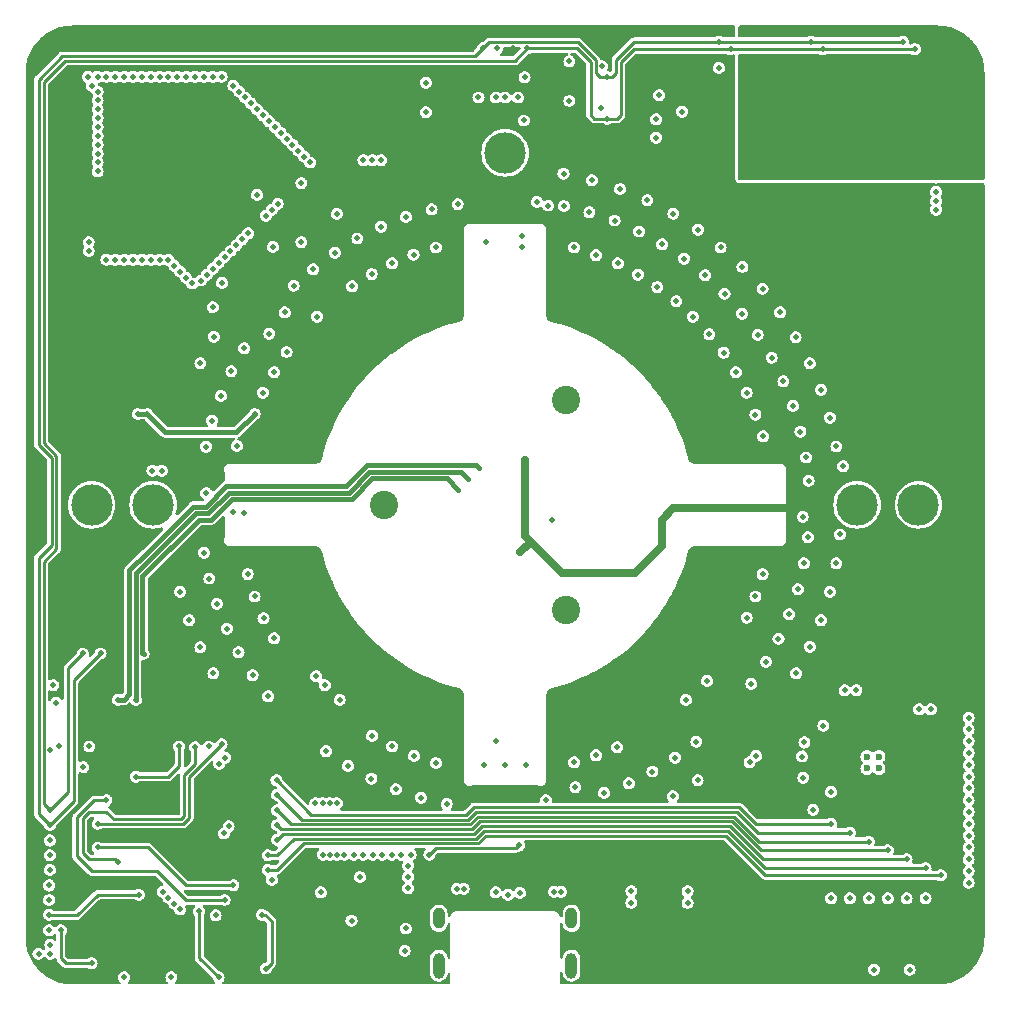
<source format=gbr>
%TF.GenerationSoftware,KiCad,Pcbnew,9.0.1*%
%TF.CreationDate,2025-04-25T15:08:37+02:00*%
%TF.ProjectId,view_base,76696577-5f62-4617-9365-2e6b69636164,0.1.0*%
%TF.SameCoordinates,Original*%
%TF.FileFunction,Copper,L2,Inr*%
%TF.FilePolarity,Positive*%
%FSLAX46Y46*%
G04 Gerber Fmt 4.6, Leading zero omitted, Abs format (unit mm)*
G04 Created by KiCad (PCBNEW 9.0.1) date 2025-04-25 15:08:37*
%MOMM*%
%LPD*%
G01*
G04 APERTURE LIST*
%TA.AperFunction,ComponentPad*%
%ADD10C,2.400000*%
%TD*%
%TA.AperFunction,ComponentPad*%
%ADD11C,3.500000*%
%TD*%
%TA.AperFunction,ComponentPad*%
%ADD12O,1.000000X1.800000*%
%TD*%
%TA.AperFunction,ComponentPad*%
%ADD13O,1.000000X2.200000*%
%TD*%
%TA.AperFunction,ComponentPad*%
%ADD14C,0.600000*%
%TD*%
%TA.AperFunction,ViaPad*%
%ADD15C,0.500000*%
%TD*%
%TA.AperFunction,ViaPad*%
%ADD16C,0.800000*%
%TD*%
%TA.AperFunction,Conductor*%
%ADD17C,0.400000*%
%TD*%
%TA.AperFunction,Conductor*%
%ADD18C,0.250000*%
%TD*%
%TA.AperFunction,Conductor*%
%ADD19C,0.650000*%
%TD*%
G04 APERTURE END LIST*
D10*
%TO.N,unconnected-(H4-Pad1)*%
%TO.C,H4*%
X151125427Y-91122500D03*
%TD*%
%TO.N,unconnected-(H1-Pad1)*%
%TO.C,H1*%
X151125427Y-108877499D03*
%TD*%
%TO.N,unconnected-(H2-Pad1)*%
%TO.C,H2*%
X135749146Y-100000000D03*
%TD*%
D11*
%TO.N,unconnected-(H3-Pad1)*%
%TO.C,H3*%
X116200000Y-100000000D03*
%TD*%
%TO.N,unconnected-(H5-Pad1)*%
%TO.C,H5*%
X146000000Y-70200000D03*
%TD*%
%TO.N,unconnected-(H6-Pad1)*%
%TO.C,H6*%
X175800000Y-100000000D03*
%TD*%
D12*
%TO.N,GND*%
%TO.C,J1*%
X140380000Y-135000000D03*
D13*
X140380000Y-139000000D03*
D12*
X151620000Y-135000000D03*
D13*
X151620000Y-139000000D03*
%TD*%
D14*
%TO.N,GND*%
%TO.C,U8*%
X176650000Y-122300000D03*
X177650000Y-122300000D03*
X176650000Y-121300000D03*
X177650000Y-121300000D03*
%TD*%
D11*
%TO.N,unconnected-(H7-Pad1)*%
%TO.C,H7*%
X181000000Y-100000000D03*
%TD*%
%TO.N,unconnected-(H8-Pad1)*%
%TO.C,H8*%
X111000000Y-100000000D03*
%TD*%
D15*
%TO.N,GND*%
X174050000Y-104950000D03*
X175750000Y-115700000D03*
X166600000Y-62400000D03*
X185250000Y-122000000D03*
X157250000Y-80500000D03*
X185250000Y-131000000D03*
X170300000Y-60100000D03*
X114900000Y-92300000D03*
X130000000Y-114500000D03*
X185250000Y-70050000D03*
X134750000Y-70800000D03*
X106500000Y-138000000D03*
X122300000Y-121400000D03*
X174050000Y-95050000D03*
X181050000Y-117300000D03*
X130550000Y-125250000D03*
X185250000Y-124000000D03*
X131150000Y-125250000D03*
X122600000Y-127200000D03*
X166450000Y-109550000D03*
X174750000Y-115700000D03*
X126450000Y-88750000D03*
X163300000Y-85550000D03*
X125500000Y-90500000D03*
X167850000Y-94200000D03*
X131750000Y-75350000D03*
X134000000Y-70800000D03*
X147400000Y-78200000D03*
X132400000Y-129600000D03*
X185250000Y-67050000D03*
X135500000Y-70800000D03*
X125550000Y-109600000D03*
X149650000Y-74650000D03*
X133050000Y-81500000D03*
X164250000Y-78200000D03*
X130600000Y-129600000D03*
X171800000Y-112000000D03*
X167800000Y-62400000D03*
X155550000Y-79550000D03*
X170650000Y-114250000D03*
X185250000Y-70650000D03*
X153350000Y-72500000D03*
X185250000Y-121000000D03*
X166450000Y-90500000D03*
X145350000Y-61350000D03*
X120200000Y-112050000D03*
X131800000Y-129600000D03*
X180250000Y-139350000D03*
X162350000Y-76700000D03*
X121800000Y-121900000D03*
X136450000Y-79550000D03*
X121300000Y-114250000D03*
X185250000Y-65850000D03*
X185250000Y-120000000D03*
X127500000Y-87050000D03*
X146000000Y-65500000D03*
X145250000Y-120000000D03*
X170600000Y-85800000D03*
X121350000Y-85750000D03*
X153700000Y-121200000D03*
X161449995Y-133700003D03*
X129950000Y-125250000D03*
X160500000Y-82750000D03*
X173500000Y-92600000D03*
X155750000Y-73250000D03*
X173500000Y-107350000D03*
X130400000Y-132800000D03*
X162300000Y-123300000D03*
X115700000Y-92300000D03*
X172750000Y-90250000D03*
X185250000Y-65250000D03*
X138250000Y-78800000D03*
X165550000Y-88750000D03*
X137800000Y-131500000D03*
X169300000Y-83700000D03*
X130100000Y-84050000D03*
X136450000Y-120450000D03*
X126250000Y-131750000D03*
X167800000Y-105850000D03*
X158900000Y-81550000D03*
X160200000Y-124650000D03*
X185250000Y-130000000D03*
X116150000Y-97100000D03*
X185250000Y-129000000D03*
X108000000Y-116750000D03*
X185250000Y-68850000D03*
X185250000Y-71850000D03*
X185250000Y-128000000D03*
X185250000Y-68250000D03*
X147100000Y-65500000D03*
X158050000Y-74200000D03*
X131750000Y-125250000D03*
X185250000Y-67650000D03*
X166700000Y-121800000D03*
X167200000Y-62400000D03*
X143750000Y-65500000D03*
X185250000Y-71250000D03*
X150000000Y-101300000D03*
X134700000Y-80450000D03*
X117000000Y-132750000D03*
X174630000Y-96720000D03*
X107500000Y-138000000D03*
X145200000Y-65500000D03*
X167200000Y-107750000D03*
X140150000Y-78200000D03*
X140150000Y-121850000D03*
X107500000Y-137250000D03*
X161000000Y-66700000D03*
X134750000Y-119550000D03*
X118500000Y-107350000D03*
X160250000Y-75350000D03*
X171800000Y-88000000D03*
X131200000Y-129600000D03*
X120200000Y-88000000D03*
X124800000Y-107750000D03*
X185250000Y-125000000D03*
X180700000Y-60200000D03*
X167800000Y-81700000D03*
X185250000Y-126000000D03*
X153700000Y-78850000D03*
X185250000Y-123000000D03*
X164500000Y-87100000D03*
X151850000Y-121800000D03*
X172750000Y-109750000D03*
X116950000Y-97100000D03*
X174350000Y-102500000D03*
X118500000Y-134250000D03*
X155500000Y-120500000D03*
X123000000Y-100600000D03*
X117500000Y-133250000D03*
X185250000Y-119000000D03*
X124800000Y-92300000D03*
X185250000Y-118000000D03*
X161900000Y-84050000D03*
X118000000Y-133750000D03*
X122200000Y-127800000D03*
X185250000Y-132000000D03*
X126450000Y-111300000D03*
X161450000Y-132700004D03*
X138300000Y-121250000D03*
X167250000Y-121250000D03*
X166100000Y-79850000D03*
X124200000Y-105850000D03*
X185250000Y-66450000D03*
X185250000Y-127000000D03*
X171250000Y-123100000D03*
X182050000Y-117300000D03*
X119250000Y-109750000D03*
X185250000Y-69450000D03*
X151850000Y-78200000D03*
X167200000Y-92350000D03*
X150950000Y-71950000D03*
%TO.N,/USB_D-*%
X146250000Y-133000000D03*
X145200000Y-132800000D03*
X137800000Y-132450000D03*
%TO.N,/USB_D+*%
X137800000Y-130550000D03*
X147250000Y-132850000D03*
%TO.N,/STRAIN_E+*%
X125000000Y-73750000D03*
X121250000Y-83250000D03*
X126350000Y-78150000D03*
%TO.N,/STRAIN_S-*%
X122050000Y-81200000D03*
%TO.N,/STRAIN_S+*%
X128750000Y-77750000D03*
X128750000Y-72750000D03*
%TO.N,/ESP32_EN*%
X125750000Y-139250000D03*
X125400000Y-134700000D03*
%TO.N,/ESP32_BOOT*%
X120100000Y-134400000D03*
X108400000Y-136000000D03*
X111000000Y-138800000D03*
X121750000Y-140000000D03*
X107450000Y-120750000D03*
%TO.N,/USB_SERIAL_RXI*%
X107400000Y-133450000D03*
X113750000Y-140000000D03*
%TO.N,/USB_SERIAL_TXO*%
X107400000Y-132200000D03*
X117750000Y-140000000D03*
%TO.N,/LED_DATA_5V*%
X139600000Y-129600000D03*
X147200000Y-128800000D03*
X137500000Y-137760000D03*
%TO.N,/LCD_CMD*%
X115000000Y-133000000D03*
X107400000Y-134700000D03*
%TO.N,/LCD_CS*%
X119750000Y-120500000D03*
X113200000Y-130200000D03*
%TO.N,/LCD_BACKLIGHT*%
X111500000Y-129000000D03*
X123000000Y-132200000D03*
%TO.N,/LCD_DATA*%
X122000000Y-120250000D03*
X111500000Y-127000000D03*
%TO.N,/LCD_SCK*%
X112250000Y-125000000D03*
X122250000Y-133450000D03*
%TO.N,/LCD_RST*%
X114750000Y-123000000D03*
X118400000Y-120450000D03*
%TO.N,/MAG_DO*%
X113250000Y-116500000D03*
X143800000Y-96900000D03*
%TO.N,/MAG_CLK*%
X114750000Y-116500000D03*
X142900000Y-97800000D03*
%TO.N,/MAG_CSN*%
X142000000Y-98700000D03*
X115400000Y-112600000D03*
%TO.N,/STRAIN_SCK*%
X107750000Y-115250000D03*
X107400000Y-136000000D03*
%TO.N,/TMC_UH*%
X173600000Y-133300000D03*
X173600000Y-127000000D03*
X126650000Y-123300000D03*
%TO.N,/TMC_VH*%
X175200000Y-133300000D03*
X126700000Y-124550000D03*
X175200000Y-127750000D03*
%TO.N,/TMC_WH*%
X176800000Y-133300000D03*
X126700000Y-125850000D03*
X176800000Y-128500000D03*
%TO.N,/TMC_UL*%
X126700000Y-127100000D03*
X178400000Y-129250000D03*
X178400000Y-133300000D03*
%TO.N,/TMC_WL*%
X126700000Y-128350000D03*
X180000000Y-130000000D03*
X180000000Y-133300000D03*
%TO.N,/TMC_VL*%
X125900000Y-129650000D03*
X181600000Y-130750000D03*
X181600000Y-133300000D03*
%TO.N,/TMC_DIAG*%
X182900000Y-131350000D03*
X125900000Y-130900000D03*
%TO.N,/LED_DATA_3V3*%
X133000000Y-135200000D03*
X121500000Y-134750000D03*
%TO.N,GNDA*%
X126000000Y-67500000D03*
X126250000Y-75000000D03*
X110750000Y-77750000D03*
X111500000Y-70250000D03*
X119750000Y-63750000D03*
X115250000Y-63750000D03*
X121250000Y-80000000D03*
X111500000Y-71750000D03*
X115250000Y-79250000D03*
X111500000Y-65750000D03*
X122250000Y-79000000D03*
X123750000Y-77500000D03*
X111500000Y-68000000D03*
X120750000Y-80500000D03*
X119000000Y-63750000D03*
X110750000Y-78500000D03*
X121750000Y-79500000D03*
X123250000Y-78000000D03*
X116750000Y-79250000D03*
X127000000Y-68500000D03*
X129500000Y-71000000D03*
X126500000Y-68000000D03*
X124000000Y-65500000D03*
X111500000Y-63750000D03*
X120250000Y-81000000D03*
X116000000Y-79250000D03*
X129000000Y-70500000D03*
X114500000Y-79250000D03*
X122750000Y-78500000D03*
X111500000Y-71000000D03*
X123000000Y-64500000D03*
X113750000Y-79250000D03*
X118500000Y-80250000D03*
X120500000Y-63750000D03*
X111500000Y-68750000D03*
X111500000Y-69500000D03*
X111000000Y-64500000D03*
X118250000Y-63750000D03*
X128500000Y-70000000D03*
X128000000Y-69500000D03*
X123500000Y-65000000D03*
X112250000Y-63750000D03*
X112250000Y-79250000D03*
X113000000Y-79250000D03*
X113000000Y-63750000D03*
X111500000Y-67250000D03*
X121250000Y-63750000D03*
X110675000Y-63750000D03*
X122000000Y-63750000D03*
X124250000Y-77000000D03*
X125750000Y-75500000D03*
X116000000Y-63750000D03*
X113750000Y-63750000D03*
X119500000Y-81250000D03*
X116750000Y-63750000D03*
X111500000Y-65000000D03*
X119000000Y-80750000D03*
X118000000Y-79750000D03*
X114500000Y-63750000D03*
X124500000Y-66000000D03*
X117500000Y-79250000D03*
X117500000Y-63750000D03*
X126750000Y-74500000D03*
X125500000Y-67000000D03*
X127500000Y-69000000D03*
X125000000Y-66500000D03*
X111500000Y-66500000D03*
%TO.N,+5V*%
X142500000Y-132500000D03*
X155270000Y-75920000D03*
X147750000Y-122000000D03*
X123920000Y-86720000D03*
X170390000Y-91620000D03*
X156699995Y-132699999D03*
X121210000Y-92870000D03*
X171640000Y-102730000D03*
X144400000Y-77700000D03*
X160400000Y-121400000D03*
X120700000Y-99000000D03*
X169560000Y-89530000D03*
X127350000Y-83700000D03*
X150150000Y-132750000D03*
X141900000Y-132500000D03*
X161160000Y-79150000D03*
X125940000Y-116200000D03*
X121600000Y-108370000D03*
X124620000Y-114410000D03*
X126040000Y-85490000D03*
X121940000Y-90760000D03*
X141060000Y-125310000D03*
X149450000Y-125000000D03*
X171490000Y-95980000D03*
X120970000Y-106230000D03*
X163100000Y-114900000D03*
X135510000Y-76440000D03*
X177250000Y-139350000D03*
X166070000Y-83810000D03*
X171300000Y-104940000D03*
X138890000Y-124790000D03*
X182500000Y-75000000D03*
X131590000Y-78630000D03*
X166850000Y-115150000D03*
X146000000Y-122000000D03*
X182500000Y-74250000D03*
X133500000Y-77440000D03*
X171200000Y-101000000D03*
X123900000Y-100700000D03*
X159310000Y-77930000D03*
X141980000Y-74530000D03*
X172100000Y-125800000D03*
X162200000Y-120050000D03*
X128100000Y-81440000D03*
X120520000Y-104030000D03*
X148700000Y-74340000D03*
X147400000Y-77200000D03*
X168080000Y-113280000D03*
X123300000Y-95000000D03*
X130840000Y-120850000D03*
X136750000Y-124070000D03*
X151950000Y-123900000D03*
X153140000Y-75220000D03*
X182500000Y-73500000D03*
X161300000Y-116500000D03*
X129750000Y-80050000D03*
X144250000Y-122000000D03*
X169150000Y-111330000D03*
X134690000Y-123170000D03*
X170050000Y-109250000D03*
X130750000Y-115250000D03*
X133700000Y-131500000D03*
X156480000Y-123570000D03*
X168570000Y-87530000D03*
X164580000Y-82120000D03*
X122440000Y-110480000D03*
X154390000Y-124380000D03*
X150750000Y-132750000D03*
X167390000Y-85600000D03*
X132000000Y-116500000D03*
X120680000Y-95060000D03*
X137590000Y-75610000D03*
X122830000Y-88680000D03*
X156699999Y-133699999D03*
X150970000Y-74690000D03*
X157350000Y-76850000D03*
X162940000Y-80550000D03*
X158480000Y-122570000D03*
X137600000Y-135860000D03*
X139780000Y-74980000D03*
X132710000Y-122100000D03*
X171010000Y-93790000D03*
X171700000Y-97950000D03*
X171150000Y-121300000D03*
X170780000Y-107130000D03*
X123430000Y-112480000D03*
%TO.N,+3V3*%
X146650000Y-61350000D03*
X129250000Y-113750000D03*
X148200000Y-103100000D03*
X178350000Y-118400000D03*
X109250000Y-76750000D03*
X111000000Y-115000000D03*
X160500000Y-63850000D03*
X142500000Y-63250000D03*
D16*
X157700001Y-136200003D03*
D15*
X160500000Y-65750000D03*
X147300000Y-104000000D03*
X111250000Y-116000000D03*
D16*
X157700000Y-137200000D03*
D15*
X147700000Y-96200000D03*
X157800000Y-64850000D03*
X183250000Y-139350000D03*
X111250000Y-116750000D03*
D16*
X160700000Y-137200000D03*
D15*
X157800000Y-66250000D03*
X130650000Y-135250000D03*
X130650000Y-133750000D03*
X109250000Y-75750000D03*
D16*
X160700002Y-136200003D03*
D15*
X130650000Y-134500000D03*
%TO.N,Net-(J6-Pin_1)*%
X173600000Y-124300000D03*
%TO.N,Net-(J6-Pin_2)*%
X171350000Y-120100000D03*
%TO.N,Net-(J6-Pin_3)*%
X172950000Y-118700000D03*
%TO.N,Net-(U7-IO40)*%
X136400000Y-129600000D03*
X107450000Y-128400000D03*
%TO.N,Net-(U7-IO41)*%
X107450000Y-129650000D03*
X137200000Y-129600000D03*
%TO.N,Net-(U7-IO42)*%
X107450000Y-130900000D03*
X138000000Y-129600000D03*
%TO.N,Net-(U7-IO45)*%
X135600000Y-129600000D03*
X108250000Y-120450000D03*
%TO.N,Net-(U7-IO46)*%
X120900000Y-120450000D03*
X133200000Y-129600000D03*
%TO.N,Net-(U7-IO47)*%
X134000000Y-129600000D03*
X110800000Y-120450000D03*
%TO.N,SDA*%
X164100000Y-60800000D03*
X111749999Y-112575000D03*
X164100000Y-63000000D03*
X171900000Y-60800000D03*
X107450000Y-127100000D03*
X154600000Y-63750000D03*
X144100000Y-61350000D03*
X179700000Y-60800000D03*
%TO.N,SCL*%
X110250002Y-112575002D03*
X147900000Y-61350000D03*
X172900000Y-61400000D03*
X107450000Y-125850000D03*
X154650000Y-67300000D03*
X180700000Y-61400000D03*
X165100000Y-61400000D03*
%TO.N,Net-(U7-IO48)*%
X134800000Y-129600000D03*
X110300000Y-122200000D03*
%TO.N,+2V8*%
X159050000Y-65300000D03*
X154150000Y-66350000D03*
X154200000Y-62850000D03*
X147650000Y-63800000D03*
X158800000Y-68900000D03*
X158800000Y-67350000D03*
X147600000Y-67450000D03*
X139300000Y-64250000D03*
X151450000Y-65800000D03*
X151450000Y-62450000D03*
X139300000Y-66750000D03*
%TD*%
D17*
%TO.N,GND*%
X115700000Y-92300000D02*
X114900000Y-92300000D01*
X117250000Y-93850000D02*
X115700000Y-92300000D01*
X123250000Y-93850000D02*
X117250000Y-93850000D01*
X124800000Y-92300000D02*
X123250000Y-93850000D01*
D18*
%TO.N,/ESP32_EN*%
X126250000Y-135250000D02*
X126250000Y-138750000D01*
X125400000Y-134700000D02*
X125700000Y-134700000D01*
X125700000Y-134700000D02*
X126250000Y-135250000D01*
X126250000Y-138750000D02*
X125750000Y-139250000D01*
%TO.N,/ESP32_BOOT*%
X108800000Y-138800000D02*
X111000000Y-138800000D01*
X120100000Y-134400000D02*
X120100000Y-138350000D01*
X120100000Y-138350000D02*
X121750000Y-140000000D01*
X108400000Y-138400000D02*
X108800000Y-138800000D01*
X108400000Y-136000000D02*
X108400000Y-138400000D01*
%TO.N,/LED_DATA_5V*%
X146950000Y-129050000D02*
X147200000Y-128800000D01*
X139600000Y-129600000D02*
X140150000Y-129050000D01*
X140150000Y-129050000D02*
X146950000Y-129050000D01*
%TO.N,/LCD_CMD*%
X107500000Y-134750000D02*
X109750000Y-134750000D01*
X111500000Y-133000000D02*
X115000000Y-133000000D01*
X109750000Y-134750000D02*
X111500000Y-133000000D01*
%TO.N,/LCD_CS*%
X110750000Y-126000000D02*
X110250000Y-126500000D01*
X110250000Y-126500000D02*
X110250000Y-129500000D01*
X112250000Y-126000000D02*
X110750000Y-126000000D01*
X112850000Y-126600000D02*
X112250000Y-126000000D01*
X118584314Y-126600000D02*
X112850000Y-126600000D01*
X113000000Y-130000000D02*
X113200000Y-130200000D01*
X118842157Y-126342157D02*
X118584314Y-126600000D01*
X118842157Y-122842157D02*
X118842157Y-126342157D01*
X110250000Y-129500000D02*
X110750000Y-130000000D01*
X110750000Y-130000000D02*
X113000000Y-130000000D01*
X119750000Y-121934314D02*
X118842157Y-122842157D01*
X119750000Y-120500000D02*
X119750000Y-121934314D01*
%TO.N,/LCD_BACKLIGHT*%
X118950000Y-132200000D02*
X118525000Y-131775000D01*
X115750000Y-129000000D02*
X118525000Y-131775000D01*
X111500000Y-129000000D02*
X115750000Y-129000000D01*
X123000000Y-132200000D02*
X118950000Y-132200000D01*
%TO.N,/LCD_DATA*%
X119250000Y-123000000D02*
X122000000Y-120250000D01*
X119250000Y-126500000D02*
X119250000Y-123000000D01*
X118750000Y-127000000D02*
X119250000Y-126500000D01*
X111500000Y-127000000D02*
X118750000Y-127000000D01*
%TO.N,/LCD_SCK*%
X109750000Y-129750000D02*
X109750000Y-126434314D01*
X118950000Y-133450000D02*
X116500000Y-131000000D01*
X116500000Y-131000000D02*
X111000000Y-131000000D01*
X109750000Y-126434314D02*
X111184314Y-125000000D01*
X118950000Y-133450000D02*
X122250000Y-133450000D01*
X111000000Y-131000000D02*
X109750000Y-129750000D01*
X111184314Y-125000000D02*
X112250000Y-125000000D01*
%TO.N,/LCD_RST*%
X114750000Y-123000000D02*
X117500000Y-123000000D01*
X117500000Y-123000000D02*
X118400000Y-122100000D01*
X118400000Y-122100000D02*
X118400000Y-120450000D01*
D17*
%TO.N,/MAG_DO*%
X113700000Y-116500000D02*
X114200000Y-116000000D01*
X120650000Y-100150000D02*
X122400000Y-98400000D01*
X119600000Y-100150000D02*
X120650000Y-100150000D01*
X132544364Y-98400000D02*
X134294364Y-96650000D01*
X114200000Y-116000000D02*
X114200000Y-105550000D01*
X143550000Y-96650000D02*
X143800000Y-96900000D01*
X122400000Y-98400000D02*
X132544364Y-98400000D01*
X113250000Y-116500000D02*
X113700000Y-116500000D01*
X114200000Y-105550000D02*
X115675000Y-104075000D01*
X134294364Y-96650000D02*
X143550000Y-96650000D01*
X115675000Y-104075000D02*
X119600000Y-100150000D01*
%TO.N,/MAG_CLK*%
X132772182Y-98950000D02*
X134522182Y-97200000D01*
X120877818Y-100700000D02*
X122627818Y-98950000D01*
X134522182Y-97200000D02*
X142300000Y-97200000D01*
X142300000Y-97200000D02*
X142900000Y-97800000D01*
X119827818Y-100700000D02*
X120877818Y-100700000D01*
X114750000Y-116500000D02*
X114750000Y-105777818D01*
X114750000Y-105777818D02*
X116063909Y-104463909D01*
X122627818Y-98950000D02*
X132772182Y-98950000D01*
X116063909Y-104463909D02*
X119827818Y-100700000D01*
%TO.N,/MAG_CSN*%
X132999999Y-99500000D02*
X122855636Y-99500000D01*
X115300000Y-112500000D02*
X115400000Y-112600000D01*
X120055636Y-101250000D02*
X115300000Y-106005636D01*
X121105636Y-101250000D02*
X120055636Y-101250000D01*
X122855636Y-99500000D02*
X121105636Y-101250000D01*
X134750000Y-97750000D02*
X132999999Y-99500000D01*
X141050000Y-97750000D02*
X134750000Y-97750000D01*
X142000000Y-98700000D02*
X141050000Y-97750000D01*
X115300000Y-106005636D02*
X115300000Y-112500000D01*
D18*
%TO.N,/TMC_UH*%
X167215686Y-127000000D02*
X173600000Y-127000000D01*
X129600000Y-126250000D02*
X142705884Y-126250000D01*
X142705884Y-126250000D02*
X143371570Y-125584314D01*
X165800000Y-125584314D02*
X167215686Y-127000000D01*
X143371570Y-125584314D02*
X165800000Y-125584314D01*
X126650000Y-123300000D02*
X129600000Y-126250000D01*
%TO.N,/TMC_VH*%
X142871569Y-126650000D02*
X143537256Y-125984314D01*
X126700000Y-124550000D02*
X128800000Y-126650000D01*
X165634314Y-125984314D02*
X167400000Y-127750000D01*
X128800000Y-126650000D02*
X142871569Y-126650000D01*
X143537256Y-125984314D02*
X165634314Y-125984314D01*
X167400000Y-127750000D02*
X175200000Y-127750000D01*
%TO.N,/TMC_WH*%
X126700000Y-125850000D02*
X127900000Y-127050000D01*
X143037254Y-127050000D02*
X143702942Y-126384314D01*
X143702942Y-126384314D02*
X165384314Y-126384314D01*
X167500000Y-128500000D02*
X176800000Y-128500000D01*
X165384314Y-126384314D02*
X167500000Y-128500000D01*
X127900000Y-127050000D02*
X143037254Y-127050000D01*
%TO.N,/TMC_UL*%
X165181372Y-126784314D02*
X167647058Y-129250000D01*
X143868628Y-126784314D02*
X165181372Y-126784314D01*
X143202942Y-127450000D02*
X143868628Y-126784314D01*
X127050000Y-127450000D02*
X143202942Y-127450000D01*
X167647058Y-129250000D02*
X178400000Y-129250000D01*
X126700000Y-127100000D02*
X127050000Y-127450000D01*
%TO.N,/TMC_WL*%
X167831372Y-130000000D02*
X165031372Y-127200000D01*
X180000000Y-130000000D02*
X167831372Y-130000000D01*
X127200000Y-127850000D02*
X126700000Y-128350000D01*
X165031372Y-127200000D02*
X144018628Y-127200000D01*
X144018628Y-127200000D02*
X143368627Y-127850000D01*
X143368627Y-127850000D02*
X127200000Y-127850000D01*
%TO.N,/TMC_VL*%
X164865686Y-127600000D02*
X168015686Y-130750000D01*
X125900000Y-129650000D02*
X126700000Y-129650000D01*
X143534312Y-128250000D02*
X144184314Y-127600000D01*
X168015686Y-130750000D02*
X181600000Y-130750000D01*
X144184314Y-127600000D02*
X164865686Y-127600000D01*
X126700000Y-129650000D02*
X128100000Y-128250000D01*
X128100000Y-128250000D02*
X143534312Y-128250000D01*
%TO.N,/TMC_DIAG*%
X168050000Y-131350000D02*
X182900000Y-131350000D01*
X144349998Y-128000000D02*
X164700000Y-128000000D01*
X128950000Y-128650000D02*
X143699997Y-128650000D01*
X164700000Y-128000000D02*
X168050000Y-131350000D01*
X143699997Y-128650000D02*
X144349998Y-128000000D01*
X126700000Y-130900000D02*
X128950000Y-128650000D01*
X125900000Y-130900000D02*
X126700000Y-130900000D01*
D19*
%TO.N,+3V3*%
X157000000Y-105750000D02*
X159250000Y-103500000D01*
X147700000Y-96200000D02*
X147700000Y-102600000D01*
X160250000Y-100250000D02*
X170500000Y-100250000D01*
X148200000Y-103100000D02*
X150850000Y-105750000D01*
X147300000Y-104000000D02*
X148200000Y-103100000D01*
X159250000Y-101250000D02*
X160250000Y-100250000D01*
X150850000Y-105750000D02*
X157000000Y-105750000D01*
X147700000Y-102600000D02*
X148200000Y-103100000D01*
X159250000Y-103500000D02*
X159250000Y-101250000D01*
D18*
%TO.N,SDA*%
X142850000Y-62000000D02*
X143250000Y-62000000D01*
X107450000Y-127100000D02*
X106500000Y-126150000D01*
X142850000Y-62000000D02*
X143450000Y-62000000D01*
X107450000Y-127100000D02*
X109500000Y-125050000D01*
X156934314Y-60800000D02*
X179700000Y-60800000D01*
X155400000Y-62334314D02*
X156934314Y-60800000D01*
X154600000Y-63750000D02*
X155050000Y-63750000D01*
X106500000Y-126150000D02*
X106500000Y-104500000D01*
X109500000Y-114824999D02*
X111749999Y-112575000D01*
X155400000Y-63400000D02*
X155400000Y-62334314D01*
X106500000Y-104500000D02*
X107600000Y-103400000D01*
X155050000Y-63750000D02*
X155400000Y-63400000D01*
X154000000Y-63750000D02*
X153675000Y-63425000D01*
X109500000Y-125050000D02*
X109500000Y-114824999D01*
X153675000Y-63425000D02*
X153675000Y-62359314D01*
X107600000Y-103400000D02*
X107600000Y-95990686D01*
X107600000Y-95990686D02*
X106500000Y-94890685D01*
X143450000Y-62000000D02*
X144100000Y-61350000D01*
X144625000Y-60825000D02*
X144100000Y-61350000D01*
X106500000Y-94890685D02*
X106500000Y-64000000D01*
X154600000Y-63750000D02*
X154000000Y-63750000D01*
X153675000Y-62359314D02*
X152140686Y-60825000D01*
X106500000Y-64000000D02*
X108500000Y-62000000D01*
X108500000Y-62000000D02*
X142850000Y-62000000D01*
X152140686Y-60825000D02*
X144625000Y-60825000D01*
%TO.N,SCL*%
X155500000Y-67300000D02*
X155800000Y-67000000D01*
X109000000Y-124300000D02*
X109000000Y-113825004D01*
X106925000Y-94750000D02*
X106925000Y-64225000D01*
X156900000Y-61400000D02*
X162100000Y-61400000D01*
X154650000Y-67300000D02*
X153550000Y-67300000D01*
X146850000Y-62400000D02*
X147900000Y-61350000D01*
X108000000Y-95825000D02*
X106925000Y-94750000D01*
X153550000Y-67300000D02*
X153250000Y-67000000D01*
X108750000Y-62400000D02*
X146850000Y-62400000D01*
X106925000Y-64225000D02*
X108750000Y-62400000D01*
X165100000Y-61400000D02*
X177650000Y-61400000D01*
X155800000Y-67000000D02*
X155800000Y-62500000D01*
X153250000Y-67000000D02*
X153250000Y-62500000D01*
X109000000Y-113825004D02*
X110250002Y-112575002D01*
X107450000Y-125850000D02*
X106925000Y-125325000D01*
X107450000Y-125850000D02*
X109000000Y-124300000D01*
X153250000Y-62500000D02*
X152100000Y-61350000D01*
X108000000Y-103750000D02*
X108000000Y-95825000D01*
X106925000Y-104825000D02*
X108000000Y-103750000D01*
X152100000Y-61350000D02*
X147900000Y-61350000D01*
X177650000Y-61400000D02*
X180700000Y-61400000D01*
X162100000Y-61400000D02*
X165100000Y-61400000D01*
X154650000Y-67300000D02*
X155500000Y-67300000D01*
X155800000Y-62500000D02*
X156900000Y-61400000D01*
X106925000Y-125325000D02*
X106925000Y-104825000D01*
%TD*%
%TA.AperFunction,Conductor*%
%TO.N,GND*%
G36*
X182602855Y-59400632D02*
G01*
X182772951Y-59408495D01*
X182969795Y-59418166D01*
X182980787Y-59419201D01*
X183163357Y-59444668D01*
X183347242Y-59471946D01*
X183357422Y-59473894D01*
X183539341Y-59516681D01*
X183717878Y-59561402D01*
X183727095Y-59564097D01*
X183904478Y-59623550D01*
X183906618Y-59624292D01*
X184078220Y-59685692D01*
X184086519Y-59689004D01*
X184257980Y-59764712D01*
X184260909Y-59766051D01*
X184347263Y-59806892D01*
X184425119Y-59843715D01*
X184432411Y-59847465D01*
X184529135Y-59901341D01*
X184596435Y-59938827D01*
X184599810Y-59940777D01*
X184755371Y-60034017D01*
X184761670Y-60038058D01*
X184916699Y-60144256D01*
X184920459Y-60146935D01*
X185066009Y-60254882D01*
X185071305Y-60259040D01*
X185216009Y-60379200D01*
X185219947Y-60382617D01*
X185354206Y-60504303D01*
X185358590Y-60508478D01*
X185491520Y-60641408D01*
X185495698Y-60645795D01*
X185617375Y-60780045D01*
X185620805Y-60783998D01*
X185740951Y-60928684D01*
X185745124Y-60934000D01*
X185805052Y-61014803D01*
X185853041Y-61079509D01*
X185855742Y-61083299D01*
X185961940Y-61238328D01*
X185965992Y-61244645D01*
X186047509Y-61380648D01*
X186059200Y-61400153D01*
X186061171Y-61403563D01*
X186152525Y-61567573D01*
X186156291Y-61574896D01*
X186233947Y-61739089D01*
X186235286Y-61742018D01*
X186310994Y-61913479D01*
X186314311Y-61921791D01*
X186375666Y-62093265D01*
X186376487Y-62095634D01*
X186435894Y-62272881D01*
X186438606Y-62282157D01*
X186483317Y-62460653D01*
X186526102Y-62642567D01*
X186528052Y-62652753D01*
X186555337Y-62836689D01*
X186580794Y-63019186D01*
X186581834Y-63030230D01*
X186591512Y-63227238D01*
X186599368Y-63397144D01*
X186599500Y-63402871D01*
X186599500Y-72376000D01*
X186579815Y-72443039D01*
X186527011Y-72488794D01*
X186475500Y-72500000D01*
X165874000Y-72500000D01*
X165806961Y-72480315D01*
X165761206Y-72427511D01*
X165750000Y-72376000D01*
X165750000Y-61903500D01*
X165769685Y-61836461D01*
X165822489Y-61790706D01*
X165874000Y-61779500D01*
X172520952Y-61779500D01*
X172587991Y-61799185D01*
X172587992Y-61799185D01*
X172688268Y-61863629D01*
X172827464Y-61904500D01*
X172972536Y-61904500D01*
X173111732Y-61863629D01*
X173212007Y-61799185D01*
X173279048Y-61779500D01*
X177586673Y-61779500D01*
X180320952Y-61779500D01*
X180387991Y-61799185D01*
X180387992Y-61799185D01*
X180488268Y-61863629D01*
X180627464Y-61904500D01*
X180772536Y-61904500D01*
X180911732Y-61863629D01*
X181033775Y-61785196D01*
X181128777Y-61675558D01*
X181189042Y-61543596D01*
X181209688Y-61400000D01*
X181189042Y-61256404D01*
X181128777Y-61124442D01*
X181033775Y-61014804D01*
X181033774Y-61014803D01*
X180940020Y-60954551D01*
X180911732Y-60936371D01*
X180772536Y-60895500D01*
X180627464Y-60895500D01*
X180488268Y-60936371D01*
X180388141Y-61000719D01*
X180321102Y-61020403D01*
X180254062Y-61000718D01*
X180208308Y-60947914D01*
X180198364Y-60878758D01*
X180209688Y-60800000D01*
X180189042Y-60656404D01*
X180128777Y-60524442D01*
X180033775Y-60414804D01*
X180033774Y-60414803D01*
X179990163Y-60386776D01*
X179911732Y-60336371D01*
X179772536Y-60295500D01*
X179627464Y-60295500D01*
X179488268Y-60336371D01*
X179387992Y-60400815D01*
X179320952Y-60420500D01*
X172279048Y-60420500D01*
X172212009Y-60400815D01*
X172212008Y-60400815D01*
X172111732Y-60336371D01*
X171972536Y-60295500D01*
X171827464Y-60295500D01*
X171688268Y-60336371D01*
X171587992Y-60400815D01*
X171520952Y-60420500D01*
X165874000Y-60420500D01*
X165806961Y-60400815D01*
X165761206Y-60348011D01*
X165750000Y-60296500D01*
X165750000Y-59524500D01*
X165769685Y-59457461D01*
X165822489Y-59411706D01*
X165874000Y-59400500D01*
X182597128Y-59400500D01*
X182602855Y-59400632D01*
G37*
%TD.AperFunction*%
%TD*%
%TA.AperFunction,Conductor*%
%TO.N,+3V3*%
G36*
X165433539Y-59420185D02*
G01*
X165479294Y-59472989D01*
X165490500Y-59524500D01*
X165490500Y-60296500D01*
X165470815Y-60363539D01*
X165418011Y-60409294D01*
X165366500Y-60420500D01*
X164479048Y-60420500D01*
X164412009Y-60400815D01*
X164412008Y-60400815D01*
X164311732Y-60336371D01*
X164172536Y-60295500D01*
X164027464Y-60295500D01*
X163888268Y-60336371D01*
X163787992Y-60400815D01*
X163720952Y-60420500D01*
X156986534Y-60420500D01*
X156961088Y-60417861D01*
X156950214Y-60415581D01*
X156918390Y-60419548D01*
X156903053Y-60420500D01*
X156902866Y-60420500D01*
X156882097Y-60423964D01*
X156877039Y-60424701D01*
X156816783Y-60432213D01*
X156816254Y-60432383D01*
X156762863Y-60461277D01*
X156758307Y-60463622D01*
X156703737Y-60490299D01*
X156703286Y-60490636D01*
X156662159Y-60535310D01*
X156658613Y-60539005D01*
X155168577Y-62029041D01*
X155148724Y-62045164D01*
X155139418Y-62051244D01*
X155119717Y-62076556D01*
X155109558Y-62088061D01*
X155109420Y-62088198D01*
X155097187Y-62105330D01*
X155094131Y-62109428D01*
X155056832Y-62157352D01*
X155056574Y-62157852D01*
X155039247Y-62216054D01*
X155037683Y-62220934D01*
X155017961Y-62278380D01*
X155017884Y-62278908D01*
X155020393Y-62339574D01*
X155020499Y-62344697D01*
X155020499Y-63191442D01*
X155000814Y-63258481D01*
X154984216Y-63279087D01*
X154982995Y-63280309D01*
X154921686Y-63313819D01*
X154851992Y-63308863D01*
X154828239Y-63296979D01*
X154811733Y-63286371D01*
X154722958Y-63260305D01*
X154664180Y-63222531D01*
X154635155Y-63158975D01*
X154645099Y-63089817D01*
X154689042Y-62993596D01*
X154709688Y-62850000D01*
X154691635Y-62724442D01*
X154689042Y-62706403D01*
X154628777Y-62574443D01*
X154628777Y-62574442D01*
X154533775Y-62464804D01*
X154533774Y-62464803D01*
X154490164Y-62436776D01*
X154411732Y-62386371D01*
X154272536Y-62345500D01*
X154165218Y-62345500D01*
X154098179Y-62325815D01*
X154052424Y-62273011D01*
X154048550Y-62259346D01*
X154048162Y-62258553D01*
X154042627Y-62241275D01*
X154038900Y-62234388D01*
X154038900Y-62234387D01*
X154013699Y-62187821D01*
X154011375Y-62183304D01*
X153984692Y-62128721D01*
X153984376Y-62128298D01*
X153963878Y-62109428D01*
X153939676Y-62087148D01*
X153936003Y-62083623D01*
X152445957Y-60593577D01*
X152429833Y-60573723D01*
X152423754Y-60564418D01*
X152398441Y-60544716D01*
X152386931Y-60534551D01*
X152386801Y-60534421D01*
X152386799Y-60534419D01*
X152369652Y-60522176D01*
X152365584Y-60519142D01*
X152323805Y-60486625D01*
X152323804Y-60486624D01*
X152317634Y-60481822D01*
X152317159Y-60481578D01*
X152258952Y-60464249D01*
X152254071Y-60462685D01*
X152196620Y-60442961D01*
X152196091Y-60442884D01*
X152135424Y-60445394D01*
X152130300Y-60445500D01*
X144677220Y-60445500D01*
X144651774Y-60442861D01*
X144640900Y-60440581D01*
X144609076Y-60444548D01*
X144593739Y-60445500D01*
X144593557Y-60445500D01*
X144575292Y-60448547D01*
X144572825Y-60448959D01*
X144567762Y-60449696D01*
X144507477Y-60457212D01*
X144506934Y-60457386D01*
X144453542Y-60486279D01*
X144448992Y-60488621D01*
X144394425Y-60515299D01*
X144393969Y-60515639D01*
X144352845Y-60560310D01*
X144349299Y-60564005D01*
X144104123Y-60809182D01*
X144042803Y-60842666D01*
X144033830Y-60843630D01*
X143888268Y-60886371D01*
X143766225Y-60964803D01*
X143671221Y-61074444D01*
X143610957Y-61206403D01*
X143600718Y-61277611D01*
X143571692Y-61341166D01*
X143565663Y-61347642D01*
X143329123Y-61584182D01*
X143267803Y-61617666D01*
X143241444Y-61620500D01*
X108552220Y-61620500D01*
X108526774Y-61617861D01*
X108515900Y-61615581D01*
X108484076Y-61619548D01*
X108468739Y-61620500D01*
X108468557Y-61620500D01*
X108450292Y-61623547D01*
X108447825Y-61623959D01*
X108442762Y-61624696D01*
X108382477Y-61632212D01*
X108381934Y-61632386D01*
X108328542Y-61661279D01*
X108323992Y-61663621D01*
X108269425Y-61690299D01*
X108268969Y-61690639D01*
X108227845Y-61735310D01*
X108224299Y-61739005D01*
X106268577Y-63694727D01*
X106248724Y-63710850D01*
X106239418Y-63716930D01*
X106219717Y-63742242D01*
X106209558Y-63753747D01*
X106209420Y-63753884D01*
X106197187Y-63771016D01*
X106194131Y-63775114D01*
X106156832Y-63823038D01*
X106156574Y-63823538D01*
X106139247Y-63881740D01*
X106137683Y-63886620D01*
X106117961Y-63944066D01*
X106117884Y-63944594D01*
X106120393Y-64005260D01*
X106120499Y-64010383D01*
X106120499Y-94838465D01*
X106117861Y-94863907D01*
X106115580Y-94874782D01*
X106119548Y-94906609D01*
X106120500Y-94921946D01*
X106120500Y-94922127D01*
X106123962Y-94942880D01*
X106124699Y-94947943D01*
X106132213Y-95008219D01*
X106132380Y-95008740D01*
X106161276Y-95062134D01*
X106163621Y-95066690D01*
X106190305Y-95121273D01*
X106190627Y-95121704D01*
X106235296Y-95162825D01*
X106238995Y-95166374D01*
X107184181Y-96111560D01*
X107217666Y-96172883D01*
X107220500Y-96199241D01*
X107220500Y-103191443D01*
X107200815Y-103258482D01*
X107184181Y-103279124D01*
X106268577Y-104194727D01*
X106248724Y-104210850D01*
X106239418Y-104216930D01*
X106219717Y-104242242D01*
X106209558Y-104253747D01*
X106209420Y-104253884D01*
X106197187Y-104271016D01*
X106194131Y-104275114D01*
X106156832Y-104323038D01*
X106156574Y-104323538D01*
X106139247Y-104381740D01*
X106137683Y-104386620D01*
X106117961Y-104444065D01*
X106117884Y-104444594D01*
X106120394Y-104505262D01*
X106120500Y-104510386D01*
X106120499Y-126097780D01*
X106117861Y-126123222D01*
X106115580Y-126134097D01*
X106119548Y-126165924D01*
X106120500Y-126181261D01*
X106120500Y-126181443D01*
X106123959Y-126202174D01*
X106124697Y-126207241D01*
X106132212Y-126267523D01*
X106132385Y-126268063D01*
X106136100Y-126274927D01*
X106160997Y-126320934D01*
X106161279Y-126321454D01*
X106163624Y-126326010D01*
X106190307Y-126380591D01*
X106190627Y-126381020D01*
X106235296Y-126422140D01*
X106238995Y-126425689D01*
X106915662Y-127102356D01*
X106949147Y-127163679D01*
X106950718Y-127172387D01*
X106958838Y-127228853D01*
X106960958Y-127243596D01*
X107021223Y-127375558D01*
X107116225Y-127485196D01*
X107238268Y-127563629D01*
X107377464Y-127604500D01*
X107522536Y-127604500D01*
X107661732Y-127563629D01*
X107783775Y-127485196D01*
X107878777Y-127375558D01*
X107939042Y-127243596D01*
X107949279Y-127172389D01*
X107978303Y-127108835D01*
X107984322Y-127102370D01*
X109731425Y-125355267D01*
X109751280Y-125339144D01*
X109760582Y-125333068D01*
X109780282Y-125307755D01*
X109790455Y-125296238D01*
X109790581Y-125296113D01*
X109802825Y-125278963D01*
X109805832Y-125274929D01*
X109838375Y-125233119D01*
X109838376Y-125233115D01*
X109843189Y-125226932D01*
X109843417Y-125226489D01*
X109850076Y-125204123D01*
X109860750Y-125168263D01*
X109862303Y-125163414D01*
X109879500Y-125113327D01*
X109879500Y-125113322D01*
X109882038Y-125105930D01*
X109882115Y-125105407D01*
X109881512Y-125090819D01*
X109879603Y-125044677D01*
X109879499Y-125039652D01*
X109879499Y-122756549D01*
X109899184Y-122689511D01*
X109951988Y-122643756D01*
X110021146Y-122633812D01*
X110070538Y-122652235D01*
X110081124Y-122659038D01*
X110088268Y-122663629D01*
X110227464Y-122704500D01*
X110372536Y-122704500D01*
X110511732Y-122663629D01*
X110633775Y-122585196D01*
X110728777Y-122475558D01*
X110789042Y-122343596D01*
X110809688Y-122200000D01*
X110789042Y-122056404D01*
X110772580Y-122020358D01*
X110753749Y-121979124D01*
X110728777Y-121924442D01*
X110633775Y-121814804D01*
X110633774Y-121814803D01*
X110586396Y-121784355D01*
X110511732Y-121736371D01*
X110372536Y-121695500D01*
X110227464Y-121695500D01*
X110088266Y-121736371D01*
X110070538Y-121747765D01*
X110003499Y-121767450D01*
X109936460Y-121747765D01*
X109890705Y-121694961D01*
X109879499Y-121643450D01*
X109879499Y-120450000D01*
X110290312Y-120450000D01*
X110310957Y-120593596D01*
X110364507Y-120710853D01*
X110371223Y-120725558D01*
X110466225Y-120835196D01*
X110588268Y-120913629D01*
X110727464Y-120954500D01*
X110872536Y-120954500D01*
X111011732Y-120913629D01*
X111133775Y-120835196D01*
X111228777Y-120725558D01*
X111289042Y-120593596D01*
X111309688Y-120450000D01*
X111289042Y-120306404D01*
X111279893Y-120286371D01*
X111228777Y-120174443D01*
X111228777Y-120174442D01*
X111133775Y-120064804D01*
X111133774Y-120064803D01*
X111089533Y-120036371D01*
X111011732Y-119986371D01*
X110872536Y-119945500D01*
X110727464Y-119945500D01*
X110588268Y-119986371D01*
X110466225Y-120064803D01*
X110371222Y-120174443D01*
X110310957Y-120306403D01*
X110290312Y-120450000D01*
X109879499Y-120450000D01*
X109879499Y-119550000D01*
X134240312Y-119550000D01*
X134260957Y-119693596D01*
X134303327Y-119786371D01*
X134321223Y-119825558D01*
X134416225Y-119935196D01*
X134538268Y-120013629D01*
X134677464Y-120054500D01*
X134822536Y-120054500D01*
X134961732Y-120013629D01*
X135083775Y-119935196D01*
X135178777Y-119825558D01*
X135239042Y-119693596D01*
X135259688Y-119550000D01*
X135239042Y-119406404D01*
X135234146Y-119395684D01*
X135208909Y-119340422D01*
X135178777Y-119274442D01*
X135083775Y-119164804D01*
X135083774Y-119164803D01*
X135040164Y-119136776D01*
X134961732Y-119086371D01*
X134822536Y-119045500D01*
X134677464Y-119045500D01*
X134538268Y-119086371D01*
X134416225Y-119164803D01*
X134321222Y-119274443D01*
X134260957Y-119406403D01*
X134240312Y-119550000D01*
X109879499Y-119550000D01*
X109879499Y-116499999D01*
X112740312Y-116499999D01*
X112760957Y-116643596D01*
X112821222Y-116775555D01*
X112821223Y-116775558D01*
X112916225Y-116885196D01*
X113038268Y-116963629D01*
X113177464Y-117004500D01*
X113322536Y-117004500D01*
X113461732Y-116963629D01*
X113461732Y-116963628D01*
X113475715Y-116959523D01*
X113510650Y-116954500D01*
X113667508Y-116954500D01*
X113681391Y-116955279D01*
X113717186Y-116959313D01*
X113773941Y-116948573D01*
X113778360Y-116947822D01*
X113835479Y-116939214D01*
X113835482Y-116939212D01*
X113841396Y-116938321D01*
X113846520Y-116936635D01*
X113851806Y-116933841D01*
X113851807Y-116933841D01*
X113902826Y-116906875D01*
X113906927Y-116904805D01*
X113958921Y-116879767D01*
X113958922Y-116879765D01*
X113964310Y-116877171D01*
X113968706Y-116874052D01*
X113972935Y-116869822D01*
X113972940Y-116869820D01*
X114013784Y-116828974D01*
X114017043Y-116825836D01*
X114059356Y-116786577D01*
X114059356Y-116786575D01*
X114063729Y-116782519D01*
X114075233Y-116767525D01*
X114115301Y-116727457D01*
X114176622Y-116693974D01*
X114246314Y-116698958D01*
X114302247Y-116740830D01*
X114315773Y-116763626D01*
X114321221Y-116775555D01*
X114321222Y-116775556D01*
X114321223Y-116775558D01*
X114416225Y-116885196D01*
X114538268Y-116963629D01*
X114677464Y-117004500D01*
X114822536Y-117004500D01*
X114961732Y-116963629D01*
X115083775Y-116885196D01*
X115178777Y-116775558D01*
X115239042Y-116643596D01*
X115259688Y-116500000D01*
X115239042Y-116356404D01*
X115215705Y-116305302D01*
X115204500Y-116253791D01*
X115204500Y-116200000D01*
X125430312Y-116200000D01*
X125450957Y-116343596D01*
X125510713Y-116474442D01*
X125511223Y-116475558D01*
X125606225Y-116585196D01*
X125728268Y-116663629D01*
X125867464Y-116704500D01*
X126012536Y-116704500D01*
X126151732Y-116663629D01*
X126273775Y-116585196D01*
X126347598Y-116500000D01*
X131490312Y-116500000D01*
X131510957Y-116643596D01*
X131571222Y-116775555D01*
X131571223Y-116775558D01*
X131666225Y-116885196D01*
X131788268Y-116963629D01*
X131927464Y-117004500D01*
X132072536Y-117004500D01*
X132211732Y-116963629D01*
X132333775Y-116885196D01*
X132428777Y-116775558D01*
X132489042Y-116643596D01*
X132509688Y-116500000D01*
X132489042Y-116356404D01*
X132428777Y-116224442D01*
X132333775Y-116114804D01*
X132333774Y-116114803D01*
X132287704Y-116085196D01*
X132211732Y-116036371D01*
X132072536Y-115995500D01*
X131927464Y-115995500D01*
X131788268Y-116036371D01*
X131666225Y-116114803D01*
X131571222Y-116224443D01*
X131510957Y-116356403D01*
X131490312Y-116500000D01*
X126347598Y-116500000D01*
X126368777Y-116475558D01*
X126429042Y-116343596D01*
X126449688Y-116200000D01*
X126429042Y-116056404D01*
X126424062Y-116045500D01*
X126381486Y-115952271D01*
X126368777Y-115924442D01*
X126273775Y-115814804D01*
X126273774Y-115814803D01*
X126230163Y-115786776D01*
X126151732Y-115736371D01*
X126012536Y-115695500D01*
X125867464Y-115695500D01*
X125728268Y-115736371D01*
X125606225Y-115814803D01*
X125511222Y-115924443D01*
X125450957Y-116056403D01*
X125430312Y-116200000D01*
X115204500Y-116200000D01*
X115204500Y-114249999D01*
X120790312Y-114249999D01*
X120810957Y-114393596D01*
X120859551Y-114500000D01*
X120871223Y-114525558D01*
X120966225Y-114635196D01*
X121088268Y-114713629D01*
X121227464Y-114754500D01*
X121372536Y-114754500D01*
X121511732Y-114713629D01*
X121633775Y-114635196D01*
X121728777Y-114525558D01*
X121781551Y-114410000D01*
X124110312Y-114410000D01*
X124130957Y-114553596D01*
X124172929Y-114645500D01*
X124191223Y-114685558D01*
X124286225Y-114795196D01*
X124408268Y-114873629D01*
X124547464Y-114914500D01*
X124692536Y-114914500D01*
X124831732Y-114873629D01*
X124953775Y-114795196D01*
X125048777Y-114685558D01*
X125109042Y-114553596D01*
X125116748Y-114500000D01*
X129490312Y-114500000D01*
X129510957Y-114643596D01*
X129568256Y-114769061D01*
X129571223Y-114775558D01*
X129666225Y-114885196D01*
X129788268Y-114963629D01*
X129927464Y-115004500D01*
X130072533Y-115004500D01*
X130072536Y-115004500D01*
X130099431Y-114996602D01*
X130169296Y-114996602D01*
X130228075Y-115034376D01*
X130257101Y-115097931D01*
X130257101Y-115133226D01*
X130240312Y-115249999D01*
X130260957Y-115393596D01*
X130315387Y-115512779D01*
X130321223Y-115525558D01*
X130416225Y-115635196D01*
X130538268Y-115713629D01*
X130677464Y-115754500D01*
X130822536Y-115754500D01*
X130961732Y-115713629D01*
X131083775Y-115635196D01*
X131178777Y-115525558D01*
X131239042Y-115393596D01*
X131259688Y-115250000D01*
X131239042Y-115106404D01*
X131231378Y-115089623D01*
X131195500Y-115011060D01*
X131178777Y-114974442D01*
X131083775Y-114864804D01*
X131083774Y-114864803D01*
X131018822Y-114823061D01*
X130961732Y-114786371D01*
X130822536Y-114745500D01*
X130677464Y-114745500D01*
X130650569Y-114753397D01*
X130580700Y-114753396D01*
X130521922Y-114715621D01*
X130492898Y-114652065D01*
X130492898Y-114616776D01*
X130509688Y-114500000D01*
X130490636Y-114367488D01*
X130489042Y-114356403D01*
X130431593Y-114230608D01*
X130428777Y-114224442D01*
X130333775Y-114114804D01*
X130333774Y-114114803D01*
X130290164Y-114086776D01*
X130211732Y-114036371D01*
X130072536Y-113995500D01*
X129927464Y-113995500D01*
X129788268Y-114036371D01*
X129666225Y-114114803D01*
X129571222Y-114224443D01*
X129510957Y-114356403D01*
X129490312Y-114500000D01*
X125116748Y-114500000D01*
X125129688Y-114410000D01*
X125109042Y-114266404D01*
X125090418Y-114225624D01*
X125048777Y-114134443D01*
X125048777Y-114134442D01*
X124953775Y-114024804D01*
X124953774Y-114024803D01*
X124910164Y-113996776D01*
X124831732Y-113946371D01*
X124692536Y-113905500D01*
X124547464Y-113905500D01*
X124408268Y-113946371D01*
X124286225Y-114024803D01*
X124191222Y-114134443D01*
X124130957Y-114266403D01*
X124110312Y-114410000D01*
X121781551Y-114410000D01*
X121789042Y-114393596D01*
X121809688Y-114250000D01*
X121789042Y-114106404D01*
X121728777Y-113974442D01*
X121633775Y-113864804D01*
X121633774Y-113864803D01*
X121579051Y-113829635D01*
X121511732Y-113786371D01*
X121372536Y-113745500D01*
X121227464Y-113745500D01*
X121088268Y-113786371D01*
X120966225Y-113864803D01*
X120871222Y-113974443D01*
X120810957Y-114106403D01*
X120790312Y-114249999D01*
X115204500Y-114249999D01*
X115204500Y-113228500D01*
X115224185Y-113161461D01*
X115276989Y-113115706D01*
X115328500Y-113104500D01*
X115472536Y-113104500D01*
X115611732Y-113063629D01*
X115733775Y-112985196D01*
X115828777Y-112875558D01*
X115889042Y-112743596D01*
X115909688Y-112600000D01*
X115889042Y-112456404D01*
X115877625Y-112431405D01*
X115828777Y-112324442D01*
X115807115Y-112299443D01*
X115784786Y-112273673D01*
X115755762Y-112210119D01*
X115754500Y-112192472D01*
X115754500Y-112050000D01*
X119690312Y-112050000D01*
X119710957Y-112193596D01*
X119759298Y-112299446D01*
X119771223Y-112325558D01*
X119866225Y-112435196D01*
X119988268Y-112513629D01*
X120127464Y-112554500D01*
X120272536Y-112554500D01*
X120411732Y-112513629D01*
X120464059Y-112480000D01*
X122920312Y-112480000D01*
X122940957Y-112623596D01*
X122984343Y-112718596D01*
X123001223Y-112755558D01*
X123096225Y-112865196D01*
X123218268Y-112943629D01*
X123357464Y-112984500D01*
X123502536Y-112984500D01*
X123641732Y-112943629D01*
X123763775Y-112865196D01*
X123858777Y-112755558D01*
X123919042Y-112623596D01*
X123939688Y-112480000D01*
X123919042Y-112336404D01*
X123916304Y-112330409D01*
X123888909Y-112270422D01*
X123858777Y-112204442D01*
X123763775Y-112094804D01*
X123763774Y-112094803D01*
X123694059Y-112050000D01*
X123641732Y-112016371D01*
X123502536Y-111975500D01*
X123357464Y-111975500D01*
X123218268Y-112016371D01*
X123096225Y-112094803D01*
X123001222Y-112204443D01*
X122940957Y-112336403D01*
X122920312Y-112480000D01*
X120464059Y-112480000D01*
X120533775Y-112435196D01*
X120628777Y-112325558D01*
X120689042Y-112193596D01*
X120709688Y-112050000D01*
X120689042Y-111906404D01*
X120628777Y-111774442D01*
X120533775Y-111664804D01*
X120533774Y-111664803D01*
X120455974Y-111614804D01*
X120411732Y-111586371D01*
X120272536Y-111545500D01*
X120127464Y-111545500D01*
X119988268Y-111586371D01*
X119866225Y-111664803D01*
X119771222Y-111774443D01*
X119710957Y-111906403D01*
X119690312Y-112050000D01*
X115754500Y-112050000D01*
X115754500Y-111299999D01*
X125940312Y-111299999D01*
X125960957Y-111443596D01*
X126003327Y-111536371D01*
X126021223Y-111575558D01*
X126116225Y-111685196D01*
X126238268Y-111763629D01*
X126377464Y-111804500D01*
X126522536Y-111804500D01*
X126661732Y-111763629D01*
X126783775Y-111685196D01*
X126878777Y-111575558D01*
X126939042Y-111443596D01*
X126959688Y-111300000D01*
X126939042Y-111156404D01*
X126878777Y-111024442D01*
X126783775Y-110914804D01*
X126783774Y-110914803D01*
X126706584Y-110865196D01*
X126661732Y-110836371D01*
X126522536Y-110795500D01*
X126377464Y-110795500D01*
X126238268Y-110836371D01*
X126116225Y-110914803D01*
X126021222Y-111024443D01*
X125960957Y-111156403D01*
X125940312Y-111299999D01*
X115754500Y-111299999D01*
X115754500Y-110480000D01*
X121930312Y-110480000D01*
X121950957Y-110623596D01*
X122011222Y-110755556D01*
X122011223Y-110755558D01*
X122106225Y-110865196D01*
X122228268Y-110943629D01*
X122367464Y-110984500D01*
X122512536Y-110984500D01*
X122651732Y-110943629D01*
X122773775Y-110865196D01*
X122868777Y-110755558D01*
X122929042Y-110623596D01*
X122949688Y-110480000D01*
X122929042Y-110336404D01*
X122868777Y-110204442D01*
X122773775Y-110094804D01*
X122773774Y-110094803D01*
X122711061Y-110054500D01*
X122651732Y-110016371D01*
X122512536Y-109975500D01*
X122367464Y-109975500D01*
X122228268Y-110016371D01*
X122106225Y-110094803D01*
X122011222Y-110204443D01*
X121950957Y-110336403D01*
X121930312Y-110480000D01*
X115754500Y-110480000D01*
X115754500Y-109750000D01*
X118740312Y-109750000D01*
X118760957Y-109893596D01*
X118798362Y-109975500D01*
X118821223Y-110025558D01*
X118916225Y-110135196D01*
X119038268Y-110213629D01*
X119177464Y-110254500D01*
X119322536Y-110254500D01*
X119461732Y-110213629D01*
X119583775Y-110135196D01*
X119678777Y-110025558D01*
X119739042Y-109893596D01*
X119759688Y-109750000D01*
X119740008Y-109613120D01*
X119739042Y-109606403D01*
X119736118Y-109600000D01*
X125040312Y-109600000D01*
X125060957Y-109743596D01*
X125121222Y-109875556D01*
X125121223Y-109875558D01*
X125216225Y-109985196D01*
X125338268Y-110063629D01*
X125477464Y-110104500D01*
X125622536Y-110104500D01*
X125761732Y-110063629D01*
X125883775Y-109985196D01*
X125978777Y-109875558D01*
X126039042Y-109743596D01*
X126059688Y-109600000D01*
X126039042Y-109456404D01*
X125978777Y-109324442D01*
X125883775Y-109214804D01*
X125883774Y-109214803D01*
X125805974Y-109164804D01*
X125761732Y-109136371D01*
X125622536Y-109095500D01*
X125477464Y-109095500D01*
X125338268Y-109136371D01*
X125216225Y-109214803D01*
X125121222Y-109324443D01*
X125060957Y-109456403D01*
X125040312Y-109600000D01*
X119736118Y-109600000D01*
X119678777Y-109474443D01*
X119678777Y-109474442D01*
X119583775Y-109364804D01*
X119583774Y-109364803D01*
X119540164Y-109336776D01*
X119461732Y-109286371D01*
X119322536Y-109245500D01*
X119177464Y-109245500D01*
X119038268Y-109286371D01*
X118916225Y-109364803D01*
X118821222Y-109474443D01*
X118760957Y-109606403D01*
X118740312Y-109750000D01*
X115754500Y-109750000D01*
X115754500Y-108370000D01*
X121090312Y-108370000D01*
X121110957Y-108513596D01*
X121171222Y-108645556D01*
X121171223Y-108645558D01*
X121266225Y-108755196D01*
X121388268Y-108833629D01*
X121527464Y-108874500D01*
X121672536Y-108874500D01*
X121811732Y-108833629D01*
X121933775Y-108755196D01*
X122028777Y-108645558D01*
X122089042Y-108513596D01*
X122109688Y-108370000D01*
X122089042Y-108226404D01*
X122083207Y-108213628D01*
X122028777Y-108094443D01*
X122028777Y-108094442D01*
X121933775Y-107984804D01*
X121933774Y-107984803D01*
X121890163Y-107956776D01*
X121811732Y-107906371D01*
X121672536Y-107865500D01*
X121527464Y-107865500D01*
X121388268Y-107906371D01*
X121266225Y-107984803D01*
X121171222Y-108094443D01*
X121110957Y-108226403D01*
X121090312Y-108370000D01*
X115754500Y-108370000D01*
X115754500Y-107350000D01*
X117990312Y-107350000D01*
X117992907Y-107368049D01*
X118010957Y-107493596D01*
X118071222Y-107625556D01*
X118071223Y-107625558D01*
X118166225Y-107735196D01*
X118288268Y-107813629D01*
X118427464Y-107854500D01*
X118572536Y-107854500D01*
X118711732Y-107813629D01*
X118810740Y-107750000D01*
X124290312Y-107750000D01*
X124310957Y-107893596D01*
X124352611Y-107984804D01*
X124371223Y-108025558D01*
X124466225Y-108135196D01*
X124588268Y-108213629D01*
X124727464Y-108254500D01*
X124872536Y-108254500D01*
X125011732Y-108213629D01*
X125133775Y-108135196D01*
X125228777Y-108025558D01*
X125289042Y-107893596D01*
X125309688Y-107750000D01*
X125289042Y-107606404D01*
X125283207Y-107593628D01*
X125228777Y-107474443D01*
X125228777Y-107474442D01*
X125133775Y-107364804D01*
X125133774Y-107364803D01*
X125090164Y-107336776D01*
X125011732Y-107286371D01*
X124872536Y-107245500D01*
X124727464Y-107245500D01*
X124588268Y-107286371D01*
X124466225Y-107364803D01*
X124371222Y-107474443D01*
X124310957Y-107606403D01*
X124290312Y-107750000D01*
X118810740Y-107750000D01*
X118833775Y-107735196D01*
X118928777Y-107625558D01*
X118989042Y-107493596D01*
X119009688Y-107350000D01*
X118989042Y-107206404D01*
X118928777Y-107074442D01*
X118833775Y-106964804D01*
X118833774Y-106964803D01*
X118790164Y-106936776D01*
X118711732Y-106886371D01*
X118572536Y-106845500D01*
X118427464Y-106845500D01*
X118288268Y-106886371D01*
X118166225Y-106964803D01*
X118071222Y-107074443D01*
X118010957Y-107206403D01*
X118001297Y-107273596D01*
X117990312Y-107350000D01*
X115754500Y-107350000D01*
X115754500Y-106245258D01*
X115758981Y-106229999D01*
X120460312Y-106229999D01*
X120480957Y-106373596D01*
X120541222Y-106505556D01*
X120541223Y-106505558D01*
X120636225Y-106615196D01*
X120758268Y-106693629D01*
X120897464Y-106734500D01*
X121042536Y-106734500D01*
X121181732Y-106693629D01*
X121303775Y-106615196D01*
X121398777Y-106505558D01*
X121459042Y-106373596D01*
X121479688Y-106230000D01*
X121459042Y-106086404D01*
X121398777Y-105954442D01*
X121308277Y-105850000D01*
X123690312Y-105850000D01*
X123710957Y-105993596D01*
X123753342Y-106086404D01*
X123771223Y-106125558D01*
X123866225Y-106235196D01*
X123988268Y-106313629D01*
X124127464Y-106354500D01*
X124272536Y-106354500D01*
X124411732Y-106313629D01*
X124533775Y-106235196D01*
X124628777Y-106125558D01*
X124689042Y-105993596D01*
X124709688Y-105850000D01*
X124689042Y-105706404D01*
X124628777Y-105574442D01*
X124533775Y-105464804D01*
X124533774Y-105464803D01*
X124490164Y-105436776D01*
X124411732Y-105386371D01*
X124272536Y-105345500D01*
X124127464Y-105345500D01*
X123988268Y-105386371D01*
X123866225Y-105464803D01*
X123771222Y-105574443D01*
X123710957Y-105706403D01*
X123690312Y-105850000D01*
X121308277Y-105850000D01*
X121303775Y-105844804D01*
X121303774Y-105844803D01*
X121260164Y-105816776D01*
X121181732Y-105766371D01*
X121042536Y-105725500D01*
X120897464Y-105725500D01*
X120758268Y-105766371D01*
X120636225Y-105844803D01*
X120541222Y-105954443D01*
X120480957Y-106086403D01*
X120460312Y-106229999D01*
X115758981Y-106229999D01*
X115774185Y-106178219D01*
X115790819Y-106157577D01*
X117918396Y-104030000D01*
X120010312Y-104030000D01*
X120030957Y-104173596D01*
X120091222Y-104305556D01*
X120091223Y-104305558D01*
X120186225Y-104415196D01*
X120308268Y-104493629D01*
X120447464Y-104534500D01*
X120592536Y-104534500D01*
X120731732Y-104493629D01*
X120853775Y-104415196D01*
X120948777Y-104305558D01*
X121009042Y-104173596D01*
X121029688Y-104030000D01*
X121009042Y-103886404D01*
X121008631Y-103885505D01*
X120972051Y-103805405D01*
X120948777Y-103754442D01*
X120853775Y-103644804D01*
X120853774Y-103644803D01*
X120793868Y-103606304D01*
X120731732Y-103566371D01*
X120592536Y-103525500D01*
X120447464Y-103525500D01*
X120308268Y-103566371D01*
X120186225Y-103644803D01*
X120091222Y-103754443D01*
X120030957Y-103886403D01*
X120010312Y-104030000D01*
X117918396Y-104030000D01*
X120207578Y-101740819D01*
X120268901Y-101707334D01*
X120295259Y-101704500D01*
X121073144Y-101704500D01*
X121087027Y-101705279D01*
X121122822Y-101709313D01*
X121179577Y-101698573D01*
X121183996Y-101697822D01*
X121241115Y-101689214D01*
X121241118Y-101689212D01*
X121247032Y-101688321D01*
X121252156Y-101686635D01*
X121257442Y-101683841D01*
X121257443Y-101683841D01*
X121308462Y-101656875D01*
X121312563Y-101654805D01*
X121364557Y-101629767D01*
X121364558Y-101629765D01*
X121369946Y-101627171D01*
X121374342Y-101624052D01*
X121378571Y-101619822D01*
X121378576Y-101619820D01*
X121419420Y-101578974D01*
X121422679Y-101575836D01*
X121464992Y-101536577D01*
X121464992Y-101536575D01*
X121469365Y-101532519D01*
X121480869Y-101517525D01*
X122038320Y-100960075D01*
X122099642Y-100926591D01*
X122169334Y-100931575D01*
X122225267Y-100973447D01*
X122249684Y-101038911D01*
X122250000Y-101047757D01*
X122250000Y-102765889D01*
X122245775Y-102797983D01*
X122227563Y-102865951D01*
X122214890Y-102886742D01*
X122214890Y-102896924D01*
X122210664Y-102929017D01*
X122209301Y-102934108D01*
X122209301Y-103065892D01*
X122210665Y-103070981D01*
X122214890Y-103103075D01*
X122214890Y-103105256D01*
X122216970Y-103107361D01*
X122227563Y-103134048D01*
X122243408Y-103193184D01*
X122250874Y-103206115D01*
X122262464Y-103233181D01*
X122263428Y-103236466D01*
X122264512Y-103237083D01*
X122282668Y-103261186D01*
X122309300Y-103307313D01*
X122327010Y-103325023D01*
X122343644Y-103345664D01*
X122346388Y-103349935D01*
X122370659Y-103368672D01*
X122402484Y-103400497D01*
X122402486Y-103400498D01*
X122402487Y-103400499D01*
X122433488Y-103418397D01*
X122452689Y-103432071D01*
X122458957Y-103437502D01*
X122485359Y-103448345D01*
X122516615Y-103466391D01*
X122562454Y-103478673D01*
X122581871Y-103485654D01*
X122592976Y-103490725D01*
X122619621Y-103493991D01*
X122643908Y-103500499D01*
X122643909Y-103500499D01*
X122704409Y-103500499D01*
X122722056Y-103501761D01*
X122744849Y-103505038D01*
X122775764Y-103500499D01*
X129985340Y-103500499D01*
X129998986Y-103501252D01*
X130013132Y-103502822D01*
X130015655Y-103503130D01*
X130098750Y-103514218D01*
X130122694Y-103519877D01*
X130153273Y-103530401D01*
X130160936Y-103533325D01*
X130215836Y-103556393D01*
X130232857Y-103565148D01*
X130263693Y-103584158D01*
X130274911Y-103591960D01*
X130298831Y-103610638D01*
X130319515Y-103626790D01*
X130329822Y-103635797D01*
X130333741Y-103639623D01*
X130355718Y-103661081D01*
X130368353Y-103675487D01*
X130404036Y-103723150D01*
X130408739Y-103729886D01*
X130426350Y-103756980D01*
X130437654Y-103778857D01*
X130468654Y-103857047D01*
X130469632Y-103859595D01*
X130474392Y-103872418D01*
X130478421Y-103885435D01*
X130567988Y-104243788D01*
X130661432Y-104554804D01*
X130692239Y-104657342D01*
X130693009Y-104660015D01*
X130710393Y-104722967D01*
X130713800Y-104729108D01*
X130737024Y-104806404D01*
X130784429Y-104964185D01*
X130784900Y-104965522D01*
X130784912Y-104965558D01*
X130941963Y-105411134D01*
X130942776Y-105413516D01*
X130956348Y-105454668D01*
X130958577Y-105458271D01*
X131009047Y-105601463D01*
X131034479Y-105673616D01*
X131035022Y-105674954D01*
X131035029Y-105674971D01*
X131230914Y-106157165D01*
X131237296Y-106173683D01*
X131238098Y-106174848D01*
X131294476Y-106313628D01*
X131317586Y-106370515D01*
X131318181Y-106371804D01*
X131318186Y-106371814D01*
X131632511Y-107052015D01*
X131632524Y-107052041D01*
X131633125Y-107053342D01*
X131633801Y-107054642D01*
X131633807Y-107054653D01*
X131852290Y-107474443D01*
X131980399Y-107720590D01*
X132358640Y-108370783D01*
X132359419Y-108371989D01*
X132359427Y-108372001D01*
X132766224Y-109001267D01*
X132767013Y-109002487D01*
X132767844Y-109003650D01*
X132767853Y-109003662D01*
X132985408Y-109307828D01*
X133204616Y-109614305D01*
X133205509Y-109615437D01*
X133205521Y-109615453D01*
X133497184Y-109985196D01*
X133670482Y-110204887D01*
X133671405Y-110205950D01*
X133671423Y-110205972D01*
X134148504Y-110755556D01*
X134163583Y-110772927D01*
X134164564Y-110773955D01*
X134164572Y-110773964D01*
X134618742Y-111250000D01*
X134682828Y-111317171D01*
X134683851Y-111318147D01*
X135225063Y-111834500D01*
X135227073Y-111836417D01*
X135228164Y-111837364D01*
X135794027Y-112328575D01*
X135794044Y-112328589D01*
X135795113Y-112329517D01*
X136385694Y-112795384D01*
X136725778Y-113038629D01*
X136991238Y-113228500D01*
X136997512Y-113232987D01*
X137292361Y-113423596D01*
X137496487Y-113555556D01*
X137629216Y-113641360D01*
X138279409Y-114019601D01*
X138946657Y-114366874D01*
X138947974Y-114367482D01*
X138947983Y-114367487D01*
X139234740Y-114499999D01*
X139629484Y-114682413D01*
X139630813Y-114682952D01*
X139630834Y-114682962D01*
X139796882Y-114750416D01*
X139823003Y-114761028D01*
X139825165Y-114761906D01*
X139826020Y-114762586D01*
X139840780Y-114768272D01*
X140321728Y-114963629D01*
X140326383Y-114965520D01*
X140541706Y-115041414D01*
X140544367Y-115043332D01*
X140586423Y-115057202D01*
X140588766Y-115058001D01*
X141035814Y-115215571D01*
X141270893Y-115286199D01*
X141275452Y-115289170D01*
X141339998Y-115306994D01*
X141342629Y-115307752D01*
X141756211Y-115432012D01*
X142079219Y-115512743D01*
X142079280Y-115512779D01*
X142114410Y-115521543D01*
X142127529Y-115525600D01*
X142140973Y-115530589D01*
X142143431Y-115531533D01*
X142221044Y-115562297D01*
X142242929Y-115573604D01*
X142270374Y-115591443D01*
X142277111Y-115596147D01*
X142324407Y-115631556D01*
X142338811Y-115644188D01*
X142364333Y-115670328D01*
X142373329Y-115680622D01*
X142407928Y-115724930D01*
X142415738Y-115736161D01*
X142434908Y-115767258D01*
X142443672Y-115784295D01*
X142466554Y-115838755D01*
X142469485Y-115846434D01*
X142480141Y-115877395D01*
X142485803Y-115901358D01*
X142496782Y-115983685D01*
X142497114Y-115986408D01*
X142498743Y-116001097D01*
X142499499Y-116014765D01*
X142499500Y-123224210D01*
X142493465Y-123244759D01*
X142498238Y-123277948D01*
X142499500Y-123295596D01*
X142499500Y-123356092D01*
X142506003Y-123380364D01*
X142505561Y-123398895D01*
X142514343Y-123418124D01*
X142521324Y-123437541D01*
X142533607Y-123483385D01*
X142551651Y-123514637D01*
X142556330Y-123533925D01*
X142567927Y-123547309D01*
X142581601Y-123566512D01*
X142599500Y-123597514D01*
X142631325Y-123629339D01*
X142641612Y-123648178D01*
X142654332Y-123656353D01*
X142674974Y-123672988D01*
X142692686Y-123690700D01*
X142738811Y-123717330D01*
X142754679Y-123733972D01*
X142766817Y-123737536D01*
X142793882Y-123749125D01*
X142806814Y-123756591D01*
X142865949Y-123772436D01*
X142886743Y-123785110D01*
X142896924Y-123785110D01*
X142929017Y-123789335D01*
X142934108Y-123790699D01*
X143065892Y-123790699D01*
X143070983Y-123789335D01*
X143103076Y-123785110D01*
X143105254Y-123785110D01*
X143107361Y-123783028D01*
X143134047Y-123772436D01*
X143166920Y-123763629D01*
X143202018Y-123754225D01*
X143234110Y-123750000D01*
X148765889Y-123750000D01*
X148797981Y-123754225D01*
X148865948Y-123772436D01*
X148886742Y-123785110D01*
X148896923Y-123785110D01*
X148929016Y-123789335D01*
X148934107Y-123790699D01*
X149065891Y-123790699D01*
X149070982Y-123789335D01*
X149103075Y-123785110D01*
X149105253Y-123785110D01*
X149107360Y-123783028D01*
X149134046Y-123772436D01*
X149193185Y-123756591D01*
X149206116Y-123749124D01*
X149233184Y-123737534D01*
X149236465Y-123736570D01*
X149237083Y-123735486D01*
X149261183Y-123717332D01*
X149307313Y-123690699D01*
X149325029Y-123672982D01*
X149345669Y-123656351D01*
X149349932Y-123653611D01*
X149368674Y-123629338D01*
X149383210Y-123614802D01*
X149400499Y-123597513D01*
X149418401Y-123566505D01*
X149432074Y-123547305D01*
X149437503Y-123541039D01*
X149448346Y-123514638D01*
X149466391Y-123483385D01*
X149478676Y-123437535D01*
X149485657Y-123418116D01*
X149490727Y-123407013D01*
X149493995Y-123380364D01*
X149500499Y-123356091D01*
X149500499Y-123295592D01*
X149501761Y-123277944D01*
X149505039Y-123255143D01*
X149500499Y-123224209D01*
X149500499Y-122570000D01*
X157970312Y-122570000D01*
X157990957Y-122713596D01*
X158041580Y-122824443D01*
X158051223Y-122845558D01*
X158146225Y-122955196D01*
X158268268Y-123033629D01*
X158407464Y-123074500D01*
X158552536Y-123074500D01*
X158691732Y-123033629D01*
X158813775Y-122955196D01*
X158908777Y-122845558D01*
X158969042Y-122713596D01*
X158989688Y-122570000D01*
X158969042Y-122426404D01*
X158965568Y-122418798D01*
X158911315Y-122300000D01*
X158908777Y-122294442D01*
X158813775Y-122184804D01*
X158813774Y-122184803D01*
X158755871Y-122147591D01*
X158691732Y-122106371D01*
X158552536Y-122065500D01*
X158407464Y-122065500D01*
X158268268Y-122106371D01*
X158146225Y-122184803D01*
X158051222Y-122294443D01*
X157990957Y-122426403D01*
X157970312Y-122570000D01*
X149500499Y-122570000D01*
X149500499Y-121800000D01*
X151340312Y-121800000D01*
X151360957Y-121943596D01*
X151416630Y-122065500D01*
X151421223Y-122075558D01*
X151516225Y-122185196D01*
X151638268Y-122263629D01*
X151777464Y-122304500D01*
X151922536Y-122304500D01*
X152061732Y-122263629D01*
X152183775Y-122185196D01*
X152278777Y-122075558D01*
X152339042Y-121943596D01*
X152359688Y-121800000D01*
X152339042Y-121656404D01*
X152329893Y-121636371D01*
X152286737Y-121541872D01*
X152278777Y-121524442D01*
X152183775Y-121414804D01*
X152183774Y-121414803D01*
X152127285Y-121378500D01*
X152061732Y-121336371D01*
X151922536Y-121295500D01*
X151777464Y-121295500D01*
X151638268Y-121336371D01*
X151516225Y-121414803D01*
X151421222Y-121524443D01*
X151360957Y-121656403D01*
X151340312Y-121800000D01*
X149500499Y-121800000D01*
X149500499Y-121200000D01*
X153190312Y-121200000D01*
X153210957Y-121343596D01*
X153265775Y-121463629D01*
X153271223Y-121475558D01*
X153366225Y-121585196D01*
X153488268Y-121663629D01*
X153627464Y-121704500D01*
X153772536Y-121704500D01*
X153911732Y-121663629D01*
X154033775Y-121585196D01*
X154128777Y-121475558D01*
X154163283Y-121400000D01*
X159890312Y-121400000D01*
X159910957Y-121543596D01*
X159963460Y-121658560D01*
X159971223Y-121675558D01*
X160066225Y-121785196D01*
X160188268Y-121863629D01*
X160327464Y-121904500D01*
X160472536Y-121904500D01*
X160611732Y-121863629D01*
X160710740Y-121800000D01*
X166190312Y-121800000D01*
X166210957Y-121943596D01*
X166266630Y-122065500D01*
X166271223Y-122075558D01*
X166366225Y-122185196D01*
X166488268Y-122263629D01*
X166627464Y-122304500D01*
X166772536Y-122304500D01*
X166787865Y-122299999D01*
X176090714Y-122299999D01*
X176109772Y-122444754D01*
X176165643Y-122579640D01*
X176165644Y-122579642D01*
X176165645Y-122579643D01*
X176254526Y-122695474D01*
X176370357Y-122784355D01*
X176370358Y-122784355D01*
X176370359Y-122784356D01*
X176376424Y-122786868D01*
X176505246Y-122840228D01*
X176650000Y-122859285D01*
X176794754Y-122840228D01*
X176929643Y-122784355D01*
X177045474Y-122695474D01*
X177051622Y-122687461D01*
X177108046Y-122646258D01*
X177177791Y-122642100D01*
X177238713Y-122676309D01*
X177248374Y-122687457D01*
X177254526Y-122695474D01*
X177370357Y-122784355D01*
X177370358Y-122784355D01*
X177370359Y-122784356D01*
X177376424Y-122786868D01*
X177505246Y-122840228D01*
X177630941Y-122856775D01*
X177649999Y-122859285D01*
X177649999Y-122859284D01*
X177650000Y-122859285D01*
X177794754Y-122840228D01*
X177929643Y-122784355D01*
X178045474Y-122695474D01*
X178134355Y-122579643D01*
X178190228Y-122444754D01*
X178209285Y-122300000D01*
X178208553Y-122294443D01*
X178204497Y-122263629D01*
X178190228Y-122155246D01*
X178134355Y-122020358D01*
X178085281Y-121956403D01*
X178045475Y-121904527D01*
X178045440Y-121904500D01*
X178037459Y-121898376D01*
X177996256Y-121841950D01*
X177992101Y-121772204D01*
X178026312Y-121711283D01*
X178037458Y-121701625D01*
X178045474Y-121695474D01*
X178134355Y-121579643D01*
X178190228Y-121444754D01*
X178209285Y-121300000D01*
X178190228Y-121155246D01*
X178134355Y-121020358D01*
X178045474Y-120904526D01*
X177929643Y-120815645D01*
X177929642Y-120815644D01*
X177929640Y-120815643D01*
X177794754Y-120759772D01*
X177649999Y-120740714D01*
X177505246Y-120759772D01*
X177370357Y-120815645D01*
X177254524Y-120904526D01*
X177248375Y-120912541D01*
X177191947Y-120953743D01*
X177122201Y-120957898D01*
X177061281Y-120923685D01*
X177051625Y-120912541D01*
X177045476Y-120904528D01*
X177045474Y-120904527D01*
X177045474Y-120904526D01*
X176929643Y-120815645D01*
X176929642Y-120815644D01*
X176929640Y-120815643D01*
X176794754Y-120759772D01*
X176649999Y-120740714D01*
X176505246Y-120759772D01*
X176370357Y-120815645D01*
X176254525Y-120904525D01*
X176165645Y-121020357D01*
X176109772Y-121155246D01*
X176090714Y-121299999D01*
X176109772Y-121444754D01*
X176165643Y-121579640D01*
X176165644Y-121579642D01*
X176165645Y-121579643D01*
X176254132Y-121694961D01*
X176254528Y-121695476D01*
X176262541Y-121701625D01*
X176303743Y-121758053D01*
X176307898Y-121827799D01*
X176273685Y-121888719D01*
X176262541Y-121898375D01*
X176254526Y-121904524D01*
X176165645Y-122020357D01*
X176109772Y-122155246D01*
X176090714Y-122299999D01*
X166787865Y-122299999D01*
X166911732Y-122263629D01*
X167033775Y-122185196D01*
X167128777Y-122075558D01*
X167189042Y-121943596D01*
X167191796Y-121924442D01*
X167200939Y-121860853D01*
X167229964Y-121797297D01*
X167288742Y-121759523D01*
X167321441Y-121754821D01*
X167322534Y-121754500D01*
X167322536Y-121754500D01*
X167461732Y-121713629D01*
X167583775Y-121635196D01*
X167678777Y-121525558D01*
X167739042Y-121393596D01*
X167752499Y-121300000D01*
X170640312Y-121300000D01*
X170660957Y-121443596D01*
X170720713Y-121574442D01*
X170721223Y-121575558D01*
X170816225Y-121685196D01*
X170938268Y-121763629D01*
X171077464Y-121804500D01*
X171222536Y-121804500D01*
X171361732Y-121763629D01*
X171483775Y-121685196D01*
X171578777Y-121575558D01*
X171639042Y-121443596D01*
X171659688Y-121300000D01*
X171639042Y-121156404D01*
X171638513Y-121155246D01*
X171597765Y-121066020D01*
X171578777Y-121024442D01*
X171483775Y-120914804D01*
X171483774Y-120914803D01*
X171405974Y-120864804D01*
X171361732Y-120836371D01*
X171361730Y-120836370D01*
X171356198Y-120832815D01*
X171310443Y-120780011D01*
X171300500Y-120710853D01*
X171329525Y-120647297D01*
X171388304Y-120609523D01*
X171421862Y-120604697D01*
X171422533Y-120604500D01*
X171422536Y-120604500D01*
X171561732Y-120563629D01*
X171683775Y-120485196D01*
X171778777Y-120375558D01*
X171839042Y-120243596D01*
X171859688Y-120100000D01*
X171839042Y-119956404D01*
X171834062Y-119945500D01*
X171797209Y-119864803D01*
X171778777Y-119824442D01*
X171683775Y-119714804D01*
X171683774Y-119714803D01*
X171605974Y-119664804D01*
X171561732Y-119636371D01*
X171422536Y-119595500D01*
X171277464Y-119595500D01*
X171138268Y-119636371D01*
X171016225Y-119714803D01*
X170921222Y-119824443D01*
X170860957Y-119956403D01*
X170840312Y-120100000D01*
X170860957Y-120243596D01*
X170921222Y-120375556D01*
X170921223Y-120375558D01*
X171016225Y-120485196D01*
X171138268Y-120563629D01*
X171138269Y-120563629D01*
X171143802Y-120567185D01*
X171189557Y-120619989D01*
X171199500Y-120689147D01*
X171170475Y-120752703D01*
X171111696Y-120790477D01*
X171078137Y-120795302D01*
X170938268Y-120836371D01*
X170816225Y-120914803D01*
X170721222Y-121024443D01*
X170660957Y-121156403D01*
X170640312Y-121300000D01*
X167752499Y-121300000D01*
X167759688Y-121250000D01*
X167739042Y-121106404D01*
X167678777Y-120974442D01*
X167583775Y-120864804D01*
X167583774Y-120864803D01*
X167518744Y-120823011D01*
X167461732Y-120786371D01*
X167322536Y-120745500D01*
X167177464Y-120745500D01*
X167038268Y-120786371D01*
X166916225Y-120864803D01*
X166821222Y-120974443D01*
X166760957Y-121106403D01*
X166749061Y-121189147D01*
X166720036Y-121252703D01*
X166661258Y-121290477D01*
X166628558Y-121295178D01*
X166488268Y-121336371D01*
X166366225Y-121414803D01*
X166271222Y-121524443D01*
X166210957Y-121656403D01*
X166190312Y-121800000D01*
X160710740Y-121800000D01*
X160733775Y-121785196D01*
X160828777Y-121675558D01*
X160889042Y-121543596D01*
X160909688Y-121400000D01*
X160889042Y-121256404D01*
X160888172Y-121254500D01*
X160858327Y-121189147D01*
X160828777Y-121124442D01*
X160733775Y-121014804D01*
X160733774Y-121014803D01*
X160684767Y-120983308D01*
X160611732Y-120936371D01*
X160472536Y-120895500D01*
X160327464Y-120895500D01*
X160188268Y-120936371D01*
X160066225Y-121014803D01*
X159971222Y-121124443D01*
X159910957Y-121256403D01*
X159890312Y-121400000D01*
X154163283Y-121400000D01*
X154189042Y-121343596D01*
X154209688Y-121200000D01*
X154189042Y-121056404D01*
X154174445Y-121024442D01*
X154146673Y-120963629D01*
X154128777Y-120924442D01*
X154033775Y-120814804D01*
X154033774Y-120814803D01*
X153983394Y-120782426D01*
X153911732Y-120736371D01*
X153772536Y-120695500D01*
X153627464Y-120695500D01*
X153488268Y-120736371D01*
X153366225Y-120814803D01*
X153271222Y-120924443D01*
X153210957Y-121056403D01*
X153190312Y-121200000D01*
X149500499Y-121200000D01*
X149500499Y-120500000D01*
X154990312Y-120500000D01*
X155010957Y-120643596D01*
X155061606Y-120754500D01*
X155071223Y-120775558D01*
X155166225Y-120885196D01*
X155288268Y-120963629D01*
X155427464Y-121004500D01*
X155572536Y-121004500D01*
X155711732Y-120963629D01*
X155833775Y-120885196D01*
X155928777Y-120775558D01*
X155989042Y-120643596D01*
X156009688Y-120500000D01*
X155989042Y-120356404D01*
X155984062Y-120345500D01*
X155928777Y-120224443D01*
X155928777Y-120224442D01*
X155833775Y-120114804D01*
X155833774Y-120114803D01*
X155755974Y-120064804D01*
X155732939Y-120050000D01*
X161690312Y-120050000D01*
X161710957Y-120193596D01*
X161769606Y-120322018D01*
X161771223Y-120325558D01*
X161866225Y-120435196D01*
X161988268Y-120513629D01*
X162127464Y-120554500D01*
X162272536Y-120554500D01*
X162411732Y-120513629D01*
X162533775Y-120435196D01*
X162628777Y-120325558D01*
X162689042Y-120193596D01*
X162709688Y-120050000D01*
X162689042Y-119906404D01*
X162671204Y-119867345D01*
X162651611Y-119824442D01*
X162628777Y-119774442D01*
X162533775Y-119664804D01*
X162533774Y-119664803D01*
X162489533Y-119636371D01*
X162411732Y-119586371D01*
X162272536Y-119545500D01*
X162127464Y-119545500D01*
X161988268Y-119586371D01*
X161866225Y-119664803D01*
X161771222Y-119774443D01*
X161710957Y-119906403D01*
X161690312Y-120050000D01*
X155732939Y-120050000D01*
X155711732Y-120036371D01*
X155572536Y-119995500D01*
X155427464Y-119995500D01*
X155288268Y-120036371D01*
X155166225Y-120114803D01*
X155071222Y-120224443D01*
X155010957Y-120356403D01*
X154990312Y-120500000D01*
X149500499Y-120500000D01*
X149500499Y-118700000D01*
X172440312Y-118700000D01*
X172460957Y-118843596D01*
X172521222Y-118975556D01*
X172521223Y-118975558D01*
X172616225Y-119085196D01*
X172738268Y-119163629D01*
X172877464Y-119204500D01*
X173022536Y-119204500D01*
X173161732Y-119163629D01*
X173283775Y-119085196D01*
X173378777Y-118975558D01*
X173439042Y-118843596D01*
X173459688Y-118700000D01*
X173439042Y-118556404D01*
X173429893Y-118536371D01*
X173396673Y-118463629D01*
X173378777Y-118424442D01*
X173283775Y-118314804D01*
X173283774Y-118314803D01*
X173240163Y-118286776D01*
X173161732Y-118236371D01*
X173022536Y-118195500D01*
X172877464Y-118195500D01*
X172738268Y-118236371D01*
X172616225Y-118314803D01*
X172521222Y-118424443D01*
X172460957Y-118556403D01*
X172440312Y-118700000D01*
X149500499Y-118700000D01*
X149500499Y-117300000D01*
X180540312Y-117300000D01*
X180560957Y-117443596D01*
X180603327Y-117536371D01*
X180621223Y-117575558D01*
X180716225Y-117685196D01*
X180838268Y-117763629D01*
X180977464Y-117804500D01*
X181122536Y-117804500D01*
X181261732Y-117763629D01*
X181383775Y-117685196D01*
X181456288Y-117601510D01*
X181515065Y-117563738D01*
X181584935Y-117563738D01*
X181643711Y-117601510D01*
X181716225Y-117685196D01*
X181838268Y-117763629D01*
X181977464Y-117804500D01*
X182122536Y-117804500D01*
X182261732Y-117763629D01*
X182383775Y-117685196D01*
X182478777Y-117575558D01*
X182539042Y-117443596D01*
X182559688Y-117300000D01*
X182539042Y-117156404D01*
X182478777Y-117024442D01*
X182383775Y-116914804D01*
X182383774Y-116914803D01*
X182313779Y-116869820D01*
X182261732Y-116836371D01*
X182122536Y-116795500D01*
X181977464Y-116795500D01*
X181838268Y-116836371D01*
X181716224Y-116914804D01*
X181643711Y-116998488D01*
X181584933Y-117036262D01*
X181515063Y-117036261D01*
X181456287Y-116998488D01*
X181383775Y-116914804D01*
X181383774Y-116914803D01*
X181313779Y-116869820D01*
X181261732Y-116836371D01*
X181122536Y-116795500D01*
X180977464Y-116795500D01*
X180838268Y-116836371D01*
X180716225Y-116914803D01*
X180621222Y-117024443D01*
X180560957Y-117156403D01*
X180540312Y-117300000D01*
X149500499Y-117300000D01*
X149500499Y-116500000D01*
X160790312Y-116500000D01*
X160810957Y-116643596D01*
X160871222Y-116775555D01*
X160871223Y-116775558D01*
X160966225Y-116885196D01*
X161088268Y-116963629D01*
X161227464Y-117004500D01*
X161372536Y-117004500D01*
X161511732Y-116963629D01*
X161633775Y-116885196D01*
X161728777Y-116775558D01*
X161789042Y-116643596D01*
X161809688Y-116500000D01*
X161789042Y-116356404D01*
X161728777Y-116224442D01*
X161633775Y-116114804D01*
X161633774Y-116114803D01*
X161587704Y-116085196D01*
X161511732Y-116036371D01*
X161372536Y-115995500D01*
X161227464Y-115995500D01*
X161088268Y-116036371D01*
X160966225Y-116114803D01*
X160871222Y-116224443D01*
X160810957Y-116356403D01*
X160790312Y-116500000D01*
X149500499Y-116500000D01*
X149500499Y-116014663D01*
X149501254Y-116001002D01*
X149502820Y-115986882D01*
X149503124Y-115984383D01*
X149514218Y-115901244D01*
X149519877Y-115877304D01*
X149529943Y-115848057D01*
X149530408Y-115846705D01*
X149533317Y-115839083D01*
X149556397Y-115784152D01*
X149565141Y-115767152D01*
X149584169Y-115736288D01*
X149591947Y-115725105D01*
X149611550Y-115700000D01*
X174240312Y-115700000D01*
X174260957Y-115843596D01*
X174310588Y-115952271D01*
X174321223Y-115975558D01*
X174416225Y-116085196D01*
X174538268Y-116163629D01*
X174677464Y-116204500D01*
X174822536Y-116204500D01*
X174961732Y-116163629D01*
X175083775Y-116085196D01*
X175156288Y-116001510D01*
X175215065Y-115963738D01*
X175284935Y-115963738D01*
X175343711Y-116001510D01*
X175416225Y-116085196D01*
X175538268Y-116163629D01*
X175677464Y-116204500D01*
X175822536Y-116204500D01*
X175961732Y-116163629D01*
X176083775Y-116085196D01*
X176178777Y-115975558D01*
X176239042Y-115843596D01*
X176259688Y-115700000D01*
X176239042Y-115556404D01*
X176223439Y-115522239D01*
X176184175Y-115436262D01*
X176178777Y-115424442D01*
X176083775Y-115314804D01*
X176083774Y-115314803D01*
X176037704Y-115285196D01*
X175961732Y-115236371D01*
X175822536Y-115195500D01*
X175677464Y-115195500D01*
X175538268Y-115236371D01*
X175416224Y-115314804D01*
X175343711Y-115398488D01*
X175284933Y-115436262D01*
X175215063Y-115436261D01*
X175156287Y-115398488D01*
X175083775Y-115314804D01*
X175083774Y-115314803D01*
X175037704Y-115285196D01*
X174961732Y-115236371D01*
X174822536Y-115195500D01*
X174677464Y-115195500D01*
X174538268Y-115236371D01*
X174416225Y-115314803D01*
X174321222Y-115424443D01*
X174260957Y-115556403D01*
X174240312Y-115700000D01*
X149611550Y-115700000D01*
X149626797Y-115680474D01*
X149635785Y-115670189D01*
X149661095Y-115644267D01*
X149675475Y-115631655D01*
X149723160Y-115595954D01*
X149729861Y-115591275D01*
X149756996Y-115573638D01*
X149778840Y-115562351D01*
X149857201Y-115531283D01*
X149859449Y-115530420D01*
X149872393Y-115525616D01*
X149885492Y-115521566D01*
X149949387Y-115505626D01*
X149949503Y-115505564D01*
X150243788Y-115432012D01*
X150657423Y-115307736D01*
X150660074Y-115306973D01*
X150722976Y-115289602D01*
X150729115Y-115286196D01*
X150964185Y-115215571D01*
X151411237Y-115058000D01*
X151413563Y-115057207D01*
X151454670Y-115043649D01*
X151458271Y-115041422D01*
X151673616Y-114965521D01*
X151834903Y-114900000D01*
X162590312Y-114900000D01*
X162610957Y-115043596D01*
X162659551Y-115150000D01*
X162671223Y-115175558D01*
X162766225Y-115285196D01*
X162888268Y-115363629D01*
X163027464Y-115404500D01*
X163172536Y-115404500D01*
X163311732Y-115363629D01*
X163433775Y-115285196D01*
X163528777Y-115175558D01*
X163540449Y-115150000D01*
X166340312Y-115150000D01*
X166360957Y-115293596D01*
X166411606Y-115404500D01*
X166421223Y-115425558D01*
X166516225Y-115535196D01*
X166638268Y-115613629D01*
X166777464Y-115654500D01*
X166922536Y-115654500D01*
X167061732Y-115613629D01*
X167183775Y-115535196D01*
X167278777Y-115425558D01*
X167339042Y-115293596D01*
X167359688Y-115150000D01*
X167341637Y-115024453D01*
X167339042Y-115006403D01*
X167278777Y-114874443D01*
X167278777Y-114874442D01*
X167183775Y-114764804D01*
X167183774Y-114764803D01*
X167107245Y-114715621D01*
X167061732Y-114686371D01*
X166922536Y-114645500D01*
X166777464Y-114645500D01*
X166638268Y-114686371D01*
X166516225Y-114764803D01*
X166421222Y-114874443D01*
X166360957Y-115006403D01*
X166340312Y-115150000D01*
X163540449Y-115150000D01*
X163589042Y-115043596D01*
X163609688Y-114900000D01*
X163589042Y-114756404D01*
X163588172Y-114754500D01*
X163528777Y-114624443D01*
X163528777Y-114624442D01*
X163433775Y-114514804D01*
X163433774Y-114514803D01*
X163390164Y-114486776D01*
X163311732Y-114436371D01*
X163172536Y-114395500D01*
X163027464Y-114395500D01*
X162888268Y-114436371D01*
X162766225Y-114514803D01*
X162671222Y-114624443D01*
X162610957Y-114756403D01*
X162590312Y-114900000D01*
X151834903Y-114900000D01*
X152157260Y-114769046D01*
X152173684Y-114762701D01*
X152174852Y-114761900D01*
X152369164Y-114682963D01*
X152369170Y-114682960D01*
X152370515Y-114682414D01*
X153053342Y-114366875D01*
X153277904Y-114250000D01*
X170140312Y-114250000D01*
X170160957Y-114393596D01*
X170209551Y-114500000D01*
X170221223Y-114525558D01*
X170316225Y-114635196D01*
X170438268Y-114713629D01*
X170577464Y-114754500D01*
X170722536Y-114754500D01*
X170861732Y-114713629D01*
X170983775Y-114635196D01*
X171078777Y-114525558D01*
X171139042Y-114393596D01*
X171159688Y-114250000D01*
X171139042Y-114106404D01*
X171078777Y-113974442D01*
X170983775Y-113864804D01*
X170983774Y-113864803D01*
X170929051Y-113829635D01*
X170861732Y-113786371D01*
X170722536Y-113745500D01*
X170577464Y-113745500D01*
X170438268Y-113786371D01*
X170316225Y-113864803D01*
X170221222Y-113974443D01*
X170160957Y-114106403D01*
X170140312Y-114250000D01*
X153277904Y-114250000D01*
X153720590Y-114019601D01*
X154370783Y-113641360D01*
X154929764Y-113280000D01*
X167570312Y-113280000D01*
X167590957Y-113423596D01*
X167634861Y-113519731D01*
X167651223Y-113555558D01*
X167746225Y-113665196D01*
X167868268Y-113743629D01*
X168007464Y-113784500D01*
X168152536Y-113784500D01*
X168291732Y-113743629D01*
X168413775Y-113665196D01*
X168508777Y-113555558D01*
X168569042Y-113423596D01*
X168589688Y-113280000D01*
X168569042Y-113136404D01*
X168508777Y-113004442D01*
X168413775Y-112894804D01*
X168413774Y-112894803D01*
X168367704Y-112865196D01*
X168291732Y-112816371D01*
X168152536Y-112775500D01*
X168007464Y-112775500D01*
X167868268Y-112816371D01*
X167746225Y-112894803D01*
X167651222Y-113004443D01*
X167590957Y-113136403D01*
X167570312Y-113280000D01*
X154929764Y-113280000D01*
X155002487Y-113232987D01*
X155614305Y-112795384D01*
X156204887Y-112329518D01*
X156584483Y-112000000D01*
X171290312Y-112000000D01*
X171310957Y-112143596D01*
X171354400Y-112238721D01*
X171371223Y-112275558D01*
X171466225Y-112385196D01*
X171588268Y-112463629D01*
X171727464Y-112504500D01*
X171872536Y-112504500D01*
X172011732Y-112463629D01*
X172133775Y-112385196D01*
X172228777Y-112275558D01*
X172289042Y-112143596D01*
X172309688Y-112000000D01*
X172289042Y-111856404D01*
X172279914Y-111836417D01*
X172246673Y-111763629D01*
X172228777Y-111724442D01*
X172133775Y-111614804D01*
X172133774Y-111614803D01*
X172073529Y-111576086D01*
X172011732Y-111536371D01*
X171872536Y-111495500D01*
X171727464Y-111495500D01*
X171588268Y-111536371D01*
X171466225Y-111614803D01*
X171371222Y-111724443D01*
X171310957Y-111856403D01*
X171290312Y-112000000D01*
X156584483Y-112000000D01*
X156772927Y-111836417D01*
X157303725Y-111330000D01*
X168640312Y-111330000D01*
X168660957Y-111473596D01*
X168721222Y-111605556D01*
X168721223Y-111605558D01*
X168816225Y-111715196D01*
X168938268Y-111793629D01*
X169077464Y-111834500D01*
X169222536Y-111834500D01*
X169361732Y-111793629D01*
X169483775Y-111715196D01*
X169578777Y-111605558D01*
X169639042Y-111473596D01*
X169659688Y-111330000D01*
X169639042Y-111186404D01*
X169625341Y-111156404D01*
X169578777Y-111054443D01*
X169578777Y-111054442D01*
X169483775Y-110944804D01*
X169483774Y-110944803D01*
X169440164Y-110916776D01*
X169361732Y-110866371D01*
X169222536Y-110825500D01*
X169077464Y-110825500D01*
X168938268Y-110866371D01*
X168816225Y-110944803D01*
X168721222Y-111054443D01*
X168660957Y-111186403D01*
X168640312Y-111330000D01*
X157303725Y-111330000D01*
X157317171Y-111317172D01*
X157836417Y-110772927D01*
X158329517Y-110204887D01*
X158795384Y-109614306D01*
X158841379Y-109550000D01*
X165940312Y-109550000D01*
X165960957Y-109693596D01*
X166021222Y-109825556D01*
X166021223Y-109825558D01*
X166116225Y-109935196D01*
X166238268Y-110013629D01*
X166377464Y-110054500D01*
X166522536Y-110054500D01*
X166661732Y-110013629D01*
X166783775Y-109935196D01*
X166878777Y-109825558D01*
X166939042Y-109693596D01*
X166959688Y-109550000D01*
X166939042Y-109406404D01*
X166920043Y-109364803D01*
X166894023Y-109307827D01*
X166878777Y-109274442D01*
X166857598Y-109250000D01*
X169540312Y-109250000D01*
X169560957Y-109393596D01*
X169621222Y-109525556D01*
X169621223Y-109525558D01*
X169716225Y-109635196D01*
X169838268Y-109713629D01*
X169977464Y-109754500D01*
X170122536Y-109754500D01*
X170137862Y-109750000D01*
X172240312Y-109750000D01*
X172260957Y-109893596D01*
X172298362Y-109975500D01*
X172321223Y-110025558D01*
X172416225Y-110135196D01*
X172538268Y-110213629D01*
X172677464Y-110254500D01*
X172822536Y-110254500D01*
X172961732Y-110213629D01*
X173083775Y-110135196D01*
X173178777Y-110025558D01*
X173239042Y-109893596D01*
X173259688Y-109750000D01*
X173240008Y-109613120D01*
X173239042Y-109606403D01*
X173178777Y-109474443D01*
X173178777Y-109474442D01*
X173083775Y-109364804D01*
X173083774Y-109364803D01*
X173040163Y-109336776D01*
X172961732Y-109286371D01*
X172822536Y-109245500D01*
X172677464Y-109245500D01*
X172538268Y-109286371D01*
X172416225Y-109364803D01*
X172321222Y-109474443D01*
X172260957Y-109606403D01*
X172240312Y-109750000D01*
X170137862Y-109750000D01*
X170261732Y-109713629D01*
X170383775Y-109635196D01*
X170478777Y-109525558D01*
X170539042Y-109393596D01*
X170559688Y-109250000D01*
X170539042Y-109106404D01*
X170534062Y-109095500D01*
X170491585Y-109002488D01*
X170478777Y-108974442D01*
X170383775Y-108864804D01*
X170383774Y-108864803D01*
X170335265Y-108833628D01*
X170261732Y-108786371D01*
X170122536Y-108745500D01*
X169977464Y-108745500D01*
X169838268Y-108786371D01*
X169716225Y-108864803D01*
X169621222Y-108974443D01*
X169560957Y-109106403D01*
X169540312Y-109250000D01*
X166857598Y-109250000D01*
X166783775Y-109164804D01*
X166783774Y-109164803D01*
X166739533Y-109136371D01*
X166661732Y-109086371D01*
X166522536Y-109045500D01*
X166377464Y-109045500D01*
X166238268Y-109086371D01*
X166116225Y-109164803D01*
X166021222Y-109274443D01*
X165960957Y-109406403D01*
X165940312Y-109550000D01*
X158841379Y-109550000D01*
X159232987Y-109002488D01*
X159641360Y-108370784D01*
X160002493Y-107750000D01*
X166690312Y-107750000D01*
X166710957Y-107893596D01*
X166752611Y-107984804D01*
X166771223Y-108025558D01*
X166866225Y-108135196D01*
X166988268Y-108213629D01*
X167127464Y-108254500D01*
X167272536Y-108254500D01*
X167411732Y-108213629D01*
X167533775Y-108135196D01*
X167628777Y-108025558D01*
X167689042Y-107893596D01*
X167709688Y-107750000D01*
X167689042Y-107606404D01*
X167683207Y-107593628D01*
X167628777Y-107474443D01*
X167628777Y-107474442D01*
X167533775Y-107364804D01*
X167533774Y-107364803D01*
X167490164Y-107336776D01*
X167411732Y-107286371D01*
X167272536Y-107245500D01*
X167127464Y-107245500D01*
X166988268Y-107286371D01*
X166866225Y-107364803D01*
X166771222Y-107474443D01*
X166710957Y-107606403D01*
X166690312Y-107750000D01*
X160002493Y-107750000D01*
X160019601Y-107720591D01*
X160326977Y-107130000D01*
X170270312Y-107130000D01*
X170290957Y-107273596D01*
X170332611Y-107364804D01*
X170351223Y-107405558D01*
X170446225Y-107515196D01*
X170568268Y-107593629D01*
X170707464Y-107634500D01*
X170852536Y-107634500D01*
X170991732Y-107593629D01*
X171113775Y-107515196D01*
X171208777Y-107405558D01*
X171234149Y-107350000D01*
X172990312Y-107350000D01*
X173010957Y-107493596D01*
X173071222Y-107625556D01*
X173071223Y-107625558D01*
X173166225Y-107735196D01*
X173288268Y-107813629D01*
X173427464Y-107854500D01*
X173572536Y-107854500D01*
X173711732Y-107813629D01*
X173833775Y-107735196D01*
X173928777Y-107625558D01*
X173989042Y-107493596D01*
X174009688Y-107350000D01*
X173989042Y-107206404D01*
X173928777Y-107074442D01*
X173833775Y-106964804D01*
X173833774Y-106964803D01*
X173790163Y-106936776D01*
X173711732Y-106886371D01*
X173572536Y-106845500D01*
X173427464Y-106845500D01*
X173288268Y-106886371D01*
X173166225Y-106964803D01*
X173071222Y-107074443D01*
X173010957Y-107206403D01*
X172990312Y-107350000D01*
X171234149Y-107350000D01*
X171269042Y-107273596D01*
X171289688Y-107130000D01*
X171269042Y-106986404D01*
X171208777Y-106854442D01*
X171113775Y-106744804D01*
X171113774Y-106744803D01*
X171061981Y-106711518D01*
X170991732Y-106666371D01*
X170852536Y-106625500D01*
X170707464Y-106625500D01*
X170568268Y-106666371D01*
X170446225Y-106744803D01*
X170351222Y-106854443D01*
X170290957Y-106986403D01*
X170270312Y-107130000D01*
X160326977Y-107130000D01*
X160366874Y-107053343D01*
X160682413Y-106370516D01*
X160761908Y-106174828D01*
X160762585Y-106173976D01*
X160768242Y-106159291D01*
X160893874Y-105850000D01*
X167290312Y-105850000D01*
X167310957Y-105993596D01*
X167353342Y-106086404D01*
X167371223Y-106125558D01*
X167466225Y-106235196D01*
X167588268Y-106313629D01*
X167727464Y-106354500D01*
X167872536Y-106354500D01*
X168011732Y-106313629D01*
X168133775Y-106235196D01*
X168228777Y-106125558D01*
X168289042Y-105993596D01*
X168309688Y-105850000D01*
X168289042Y-105706404D01*
X168228777Y-105574442D01*
X168133775Y-105464804D01*
X168133774Y-105464803D01*
X168090164Y-105436776D01*
X168011732Y-105386371D01*
X167872536Y-105345500D01*
X167727464Y-105345500D01*
X167588268Y-105386371D01*
X167466225Y-105464803D01*
X167371222Y-105574443D01*
X167310957Y-105706403D01*
X167290312Y-105850000D01*
X160893874Y-105850000D01*
X160964974Y-105674960D01*
X160965520Y-105673617D01*
X161041415Y-105458291D01*
X161043332Y-105455630D01*
X161057203Y-105413574D01*
X161058016Y-105411191D01*
X161058037Y-105411134D01*
X161215571Y-104964186D01*
X161222838Y-104940000D01*
X170790312Y-104940000D01*
X170810957Y-105083596D01*
X170866695Y-105205644D01*
X170871223Y-105215558D01*
X170966225Y-105325196D01*
X171088268Y-105403629D01*
X171227464Y-105444500D01*
X171372536Y-105444500D01*
X171511732Y-105403629D01*
X171633775Y-105325196D01*
X171728777Y-105215558D01*
X171789042Y-105083596D01*
X171808250Y-104950000D01*
X173540312Y-104950000D01*
X173560957Y-105093596D01*
X173614378Y-105210570D01*
X173621223Y-105225558D01*
X173716225Y-105335196D01*
X173838268Y-105413629D01*
X173977464Y-105454500D01*
X174122536Y-105454500D01*
X174261732Y-105413629D01*
X174383775Y-105335196D01*
X174478777Y-105225558D01*
X174539042Y-105093596D01*
X174559688Y-104950000D01*
X174539042Y-104806404D01*
X174534475Y-104796404D01*
X174508909Y-104740423D01*
X174478777Y-104674442D01*
X174383775Y-104564804D01*
X174383774Y-104564803D01*
X174336621Y-104534500D01*
X174261732Y-104486371D01*
X174122536Y-104445500D01*
X173977464Y-104445500D01*
X173838268Y-104486371D01*
X173716225Y-104564803D01*
X173621222Y-104674443D01*
X173560957Y-104806403D01*
X173540312Y-104950000D01*
X171808250Y-104950000D01*
X171809688Y-104940000D01*
X171789042Y-104796404D01*
X171728777Y-104664442D01*
X171633775Y-104554804D01*
X171633774Y-104554803D01*
X171560675Y-104507825D01*
X171511732Y-104476371D01*
X171372536Y-104435500D01*
X171227464Y-104435500D01*
X171088268Y-104476371D01*
X170966225Y-104554803D01*
X170871222Y-104664443D01*
X170810957Y-104796403D01*
X170790312Y-104940000D01*
X161222838Y-104940000D01*
X161286199Y-104729108D01*
X161289169Y-104724549D01*
X161306989Y-104660018D01*
X161307736Y-104657425D01*
X161432012Y-104243789D01*
X161508664Y-103937101D01*
X161508713Y-103937016D01*
X161521545Y-103885582D01*
X161525594Y-103872486D01*
X161530637Y-103858896D01*
X161531470Y-103856726D01*
X161562302Y-103778942D01*
X161573599Y-103757077D01*
X161591453Y-103729609D01*
X161596147Y-103722887D01*
X161631563Y-103675582D01*
X161644176Y-103661200D01*
X161670347Y-103635647D01*
X161680600Y-103626687D01*
X161724954Y-103592053D01*
X161736134Y-103584278D01*
X161767268Y-103565084D01*
X161784277Y-103556334D01*
X161838801Y-103533426D01*
X161846391Y-103530529D01*
X161877411Y-103519853D01*
X161901346Y-103514197D01*
X161983768Y-103503206D01*
X161986296Y-103502897D01*
X162001104Y-103501254D01*
X162014765Y-103500500D01*
X169224235Y-103500500D01*
X169244773Y-103506530D01*
X169277943Y-103501762D01*
X169295590Y-103500500D01*
X169356090Y-103500500D01*
X169356091Y-103500500D01*
X169380382Y-103493991D01*
X169398908Y-103494431D01*
X169418126Y-103485655D01*
X169437545Y-103478674D01*
X169483385Y-103466392D01*
X169514644Y-103448344D01*
X169533928Y-103443665D01*
X169547304Y-103432076D01*
X169566501Y-103418405D01*
X169597514Y-103400500D01*
X169629340Y-103368673D01*
X169648177Y-103358387D01*
X169656349Y-103345673D01*
X169672980Y-103325034D01*
X169690700Y-103307315D01*
X169717331Y-103261187D01*
X169733971Y-103245320D01*
X169737534Y-103233187D01*
X169749125Y-103206120D01*
X169756592Y-103193186D01*
X169772437Y-103134050D01*
X169785111Y-103113256D01*
X169785111Y-103103075D01*
X169789336Y-103070981D01*
X169790700Y-103065892D01*
X169790700Y-102934108D01*
X169789336Y-102929017D01*
X169785111Y-102896924D01*
X169785111Y-102894741D01*
X169783026Y-102892631D01*
X169772437Y-102865952D01*
X169756592Y-102806814D01*
X169756591Y-102806813D01*
X169754225Y-102797980D01*
X169750000Y-102765887D01*
X169750000Y-102730000D01*
X171130312Y-102730000D01*
X171150957Y-102873596D01*
X171208685Y-103000000D01*
X171211223Y-103005558D01*
X171306225Y-103115196D01*
X171428268Y-103193629D01*
X171567464Y-103234500D01*
X171712536Y-103234500D01*
X171851732Y-103193629D01*
X171973775Y-103115196D01*
X172068777Y-103005558D01*
X172129042Y-102873596D01*
X172149688Y-102730000D01*
X172129042Y-102586404D01*
X172089583Y-102500000D01*
X173840312Y-102500000D01*
X173860957Y-102643596D01*
X173900417Y-102730000D01*
X173921223Y-102775558D01*
X174016225Y-102885196D01*
X174138268Y-102963629D01*
X174277464Y-103004500D01*
X174422536Y-103004500D01*
X174561732Y-102963629D01*
X174683775Y-102885196D01*
X174778777Y-102775558D01*
X174839042Y-102643596D01*
X174859688Y-102500000D01*
X174839042Y-102356404D01*
X174833744Y-102344804D01*
X174778777Y-102224443D01*
X174778777Y-102224442D01*
X174683775Y-102114804D01*
X174683774Y-102114803D01*
X174569479Y-102041350D01*
X174561732Y-102036371D01*
X174422536Y-101995500D01*
X174277464Y-101995500D01*
X174138268Y-102036371D01*
X174016225Y-102114803D01*
X173921222Y-102224443D01*
X173860957Y-102356403D01*
X173840312Y-102500000D01*
X172089583Y-102500000D01*
X172068777Y-102454442D01*
X171973775Y-102344804D01*
X171973774Y-102344803D01*
X171930164Y-102316776D01*
X171851732Y-102266371D01*
X171712536Y-102225500D01*
X171567464Y-102225500D01*
X171428268Y-102266371D01*
X171306225Y-102344803D01*
X171211222Y-102454443D01*
X171150957Y-102586403D01*
X171130312Y-102730000D01*
X169750000Y-102730000D01*
X169750000Y-101000000D01*
X170690312Y-101000000D01*
X170710957Y-101143596D01*
X170771222Y-101275556D01*
X170771223Y-101275558D01*
X170866225Y-101385196D01*
X170988268Y-101463629D01*
X171127464Y-101504500D01*
X171272536Y-101504500D01*
X171411732Y-101463629D01*
X171533775Y-101385196D01*
X171628777Y-101275558D01*
X171689042Y-101143596D01*
X171709688Y-101000000D01*
X171689042Y-100856404D01*
X171688412Y-100855025D01*
X171628777Y-100724443D01*
X171628777Y-100724442D01*
X171533775Y-100614804D01*
X171533774Y-100614803D01*
X171458104Y-100566173D01*
X171411732Y-100536371D01*
X171272536Y-100495500D01*
X171127464Y-100495500D01*
X170988268Y-100536371D01*
X170866225Y-100614803D01*
X170771222Y-100724443D01*
X170710957Y-100856403D01*
X170690312Y-101000000D01*
X169750000Y-101000000D01*
X169750000Y-99999999D01*
X173790379Y-99999999D01*
X173810835Y-100285999D01*
X173871783Y-100566173D01*
X173971984Y-100834827D01*
X174109398Y-101086480D01*
X174109400Y-101086483D01*
X174281231Y-101316021D01*
X174483979Y-101518769D01*
X174713517Y-101690600D01*
X174713519Y-101690601D01*
X174965172Y-101828015D01*
X175096109Y-101876851D01*
X175233825Y-101928216D01*
X175514001Y-101989165D01*
X175800000Y-102009620D01*
X176085999Y-101989165D01*
X176366175Y-101928216D01*
X176545275Y-101861415D01*
X176634827Y-101828015D01*
X176750869Y-101764650D01*
X176886483Y-101690600D01*
X177116021Y-101518769D01*
X177318769Y-101316021D01*
X177490600Y-101086483D01*
X177616233Y-100856404D01*
X177628015Y-100834827D01*
X177710078Y-100614804D01*
X177728216Y-100566175D01*
X177789165Y-100285999D01*
X177809620Y-100000000D01*
X178990379Y-100000000D01*
X179010835Y-100285999D01*
X179071783Y-100566173D01*
X179171984Y-100834827D01*
X179309398Y-101086480D01*
X179309400Y-101086483D01*
X179481231Y-101316021D01*
X179683979Y-101518769D01*
X179913517Y-101690600D01*
X179913519Y-101690601D01*
X180165172Y-101828015D01*
X180296109Y-101876851D01*
X180433825Y-101928216D01*
X180714001Y-101989165D01*
X180979543Y-102008156D01*
X180999999Y-102009620D01*
X180999999Y-102009619D01*
X181000000Y-102009620D01*
X181285999Y-101989165D01*
X181566175Y-101928216D01*
X181745275Y-101861415D01*
X181834827Y-101828015D01*
X181950869Y-101764650D01*
X182086483Y-101690600D01*
X182316021Y-101518769D01*
X182518769Y-101316021D01*
X182690600Y-101086483D01*
X182816233Y-100856404D01*
X182828015Y-100834827D01*
X182910078Y-100614804D01*
X182928216Y-100566175D01*
X182989165Y-100285999D01*
X183009620Y-100000000D01*
X182989165Y-99714001D01*
X182928216Y-99433825D01*
X182869185Y-99275556D01*
X182828015Y-99165172D01*
X182690601Y-98913519D01*
X182647845Y-98856404D01*
X182518769Y-98683979D01*
X182316021Y-98481231D01*
X182086483Y-98309400D01*
X182086481Y-98309399D01*
X182086480Y-98309398D01*
X181834827Y-98171984D01*
X181566173Y-98071783D01*
X181285999Y-98010835D01*
X181000000Y-97990379D01*
X180714000Y-98010835D01*
X180433826Y-98071783D01*
X180165172Y-98171984D01*
X179913519Y-98309398D01*
X179683976Y-98481233D01*
X179481233Y-98683976D01*
X179309398Y-98913519D01*
X179171984Y-99165172D01*
X179071783Y-99433826D01*
X179010835Y-99714000D01*
X178990379Y-100000000D01*
X177809620Y-100000000D01*
X177789165Y-99714001D01*
X177728216Y-99433825D01*
X177669185Y-99275556D01*
X177628015Y-99165172D01*
X177490601Y-98913519D01*
X177447845Y-98856404D01*
X177318769Y-98683979D01*
X177116021Y-98481231D01*
X176886483Y-98309400D01*
X176886481Y-98309399D01*
X176886480Y-98309398D01*
X176634827Y-98171984D01*
X176366173Y-98071783D01*
X176085999Y-98010835D01*
X175800000Y-97990379D01*
X175514000Y-98010835D01*
X175233826Y-98071783D01*
X174965172Y-98171984D01*
X174713519Y-98309398D01*
X174483976Y-98481233D01*
X174281233Y-98683976D01*
X174109398Y-98913519D01*
X173971984Y-99165172D01*
X173871783Y-99433826D01*
X173810835Y-99714000D01*
X173790379Y-99999999D01*
X169750000Y-99999999D01*
X169750000Y-97950000D01*
X171190312Y-97950000D01*
X171210957Y-98093596D01*
X171246757Y-98171985D01*
X171271223Y-98225558D01*
X171366225Y-98335196D01*
X171488268Y-98413629D01*
X171627464Y-98454500D01*
X171772536Y-98454500D01*
X171911732Y-98413629D01*
X172033775Y-98335196D01*
X172128777Y-98225558D01*
X172189042Y-98093596D01*
X172209688Y-97950000D01*
X172189042Y-97806404D01*
X172128777Y-97674442D01*
X172033775Y-97564804D01*
X172033774Y-97564803D01*
X171990164Y-97536776D01*
X171911732Y-97486371D01*
X171772536Y-97445500D01*
X171627464Y-97445500D01*
X171488268Y-97486371D01*
X171366225Y-97564803D01*
X171271222Y-97674443D01*
X171210957Y-97806403D01*
X171190312Y-97950000D01*
X169750000Y-97950000D01*
X169750000Y-97234108D01*
X169754225Y-97202015D01*
X169759043Y-97184034D01*
X169772437Y-97134047D01*
X169785110Y-97113256D01*
X169785110Y-97103075D01*
X169789335Y-97070981D01*
X169790699Y-97065892D01*
X169790699Y-96934108D01*
X169789335Y-96929017D01*
X169785110Y-96896924D01*
X169785110Y-96894741D01*
X169783025Y-96892631D01*
X169772436Y-96865949D01*
X169771806Y-96863596D01*
X169756591Y-96806814D01*
X169749123Y-96793879D01*
X169737534Y-96766815D01*
X169736568Y-96763528D01*
X169735478Y-96762907D01*
X169717329Y-96738811D01*
X169714531Y-96733964D01*
X169706469Y-96720000D01*
X174120312Y-96720000D01*
X174140957Y-96863596D01*
X174183342Y-96956404D01*
X174201223Y-96995558D01*
X174296225Y-97105196D01*
X174418268Y-97183629D01*
X174557464Y-97224500D01*
X174702536Y-97224500D01*
X174841732Y-97183629D01*
X174963775Y-97105196D01*
X175058777Y-96995558D01*
X175119042Y-96863596D01*
X175139688Y-96720000D01*
X175119042Y-96576404D01*
X175115171Y-96567928D01*
X175075071Y-96480121D01*
X175058777Y-96444442D01*
X174963775Y-96334804D01*
X174963774Y-96334803D01*
X174920164Y-96306776D01*
X174841732Y-96256371D01*
X174702536Y-96215500D01*
X174557464Y-96215500D01*
X174418268Y-96256371D01*
X174296225Y-96334803D01*
X174201222Y-96444443D01*
X174140957Y-96576403D01*
X174120312Y-96720000D01*
X169706469Y-96720000D01*
X169690699Y-96692686D01*
X169672988Y-96674975D01*
X169656353Y-96654333D01*
X169653611Y-96650066D01*
X169629339Y-96631326D01*
X169597514Y-96599501D01*
X169566512Y-96581602D01*
X169547310Y-96567928D01*
X169541047Y-96562501D01*
X169514639Y-96551653D01*
X169483385Y-96533608D01*
X169437545Y-96521326D01*
X169418127Y-96514346D01*
X169407022Y-96509274D01*
X169380381Y-96506009D01*
X169356091Y-96499501D01*
X169295597Y-96499501D01*
X169277950Y-96498239D01*
X169255156Y-96494961D01*
X169224234Y-96499501D01*
X162014667Y-96499501D01*
X162000987Y-96498744D01*
X161986969Y-96497188D01*
X161984248Y-96496856D01*
X161901256Y-96485782D01*
X161877304Y-96480121D01*
X161846725Y-96469597D01*
X161839046Y-96466666D01*
X161784171Y-96443610D01*
X161767131Y-96434845D01*
X161757230Y-96428741D01*
X161736314Y-96415846D01*
X161725081Y-96408033D01*
X161712623Y-96398305D01*
X161680483Y-96373208D01*
X161670176Y-96364201D01*
X161658510Y-96352811D01*
X161644279Y-96338916D01*
X161631645Y-96324511D01*
X161595962Y-96276848D01*
X161591258Y-96270111D01*
X161573647Y-96243016D01*
X161562345Y-96221142D01*
X161531335Y-96142930D01*
X161530400Y-96140495D01*
X161525611Y-96127592D01*
X161521572Y-96114536D01*
X161487946Y-95980000D01*
X170980312Y-95980000D01*
X171000957Y-96123596D01*
X171055495Y-96243016D01*
X171061223Y-96255558D01*
X171156225Y-96365196D01*
X171278268Y-96443629D01*
X171417464Y-96484500D01*
X171562536Y-96484500D01*
X171701732Y-96443629D01*
X171823775Y-96365196D01*
X171918777Y-96255558D01*
X171979042Y-96123596D01*
X171999688Y-95980000D01*
X171981252Y-95851774D01*
X171979042Y-95836403D01*
X171947685Y-95767741D01*
X171918777Y-95704442D01*
X171823775Y-95594804D01*
X171823774Y-95594803D01*
X171752984Y-95549309D01*
X171701732Y-95516371D01*
X171562536Y-95475500D01*
X171417464Y-95475500D01*
X171278268Y-95516371D01*
X171156225Y-95594803D01*
X171061222Y-95704443D01*
X171000957Y-95836403D01*
X170980312Y-95980000D01*
X161487946Y-95980000D01*
X161432364Y-95757620D01*
X161432363Y-95757616D01*
X161432012Y-95756212D01*
X161307739Y-95342584D01*
X161306978Y-95339942D01*
X161289607Y-95277036D01*
X161286196Y-95270883D01*
X161262975Y-95193596D01*
X161219833Y-95050000D01*
X173540312Y-95050000D01*
X173560957Y-95193596D01*
X173621222Y-95325556D01*
X173621223Y-95325558D01*
X173716225Y-95435196D01*
X173838268Y-95513629D01*
X173977464Y-95554500D01*
X174122536Y-95554500D01*
X174261732Y-95513629D01*
X174383775Y-95435196D01*
X174478777Y-95325558D01*
X174539042Y-95193596D01*
X174559688Y-95050000D01*
X174540169Y-94914245D01*
X174539042Y-94906403D01*
X174483344Y-94784443D01*
X174478777Y-94774442D01*
X174383775Y-94664804D01*
X174383774Y-94664803D01*
X174305974Y-94614804D01*
X174261732Y-94586371D01*
X174122536Y-94545500D01*
X173977464Y-94545500D01*
X173838268Y-94586371D01*
X173716225Y-94664803D01*
X173621222Y-94774443D01*
X173560957Y-94906403D01*
X173540312Y-95050000D01*
X161219833Y-95050000D01*
X161215571Y-95035815D01*
X161215086Y-95034440D01*
X161058021Y-94588821D01*
X161057208Y-94586439D01*
X161043651Y-94545334D01*
X161041421Y-94541725D01*
X161041415Y-94541709D01*
X160965521Y-94326384D01*
X160914179Y-94200000D01*
X167340312Y-94200000D01*
X167360957Y-94343596D01*
X167407791Y-94446147D01*
X167421223Y-94475558D01*
X167516225Y-94585196D01*
X167638268Y-94663629D01*
X167777464Y-94704500D01*
X167922536Y-94704500D01*
X168061732Y-94663629D01*
X168183775Y-94585196D01*
X168278777Y-94475558D01*
X168339042Y-94343596D01*
X168359688Y-94200000D01*
X168339042Y-94056404D01*
X168278777Y-93924442D01*
X168183775Y-93814804D01*
X168183774Y-93814803D01*
X168145181Y-93790000D01*
X170500312Y-93790000D01*
X170520957Y-93933596D01*
X170581222Y-94065556D01*
X170581223Y-94065558D01*
X170676225Y-94175196D01*
X170798268Y-94253629D01*
X170937464Y-94294500D01*
X171082536Y-94294500D01*
X171221732Y-94253629D01*
X171343775Y-94175196D01*
X171438777Y-94065558D01*
X171499042Y-93933596D01*
X171519688Y-93790000D01*
X171499042Y-93646404D01*
X171491315Y-93629485D01*
X171438777Y-93514443D01*
X171438777Y-93514442D01*
X171343775Y-93404804D01*
X171343774Y-93404803D01*
X171272785Y-93359181D01*
X171221732Y-93326371D01*
X171082536Y-93285500D01*
X170937464Y-93285500D01*
X170798268Y-93326371D01*
X170676225Y-93404803D01*
X170581222Y-93514443D01*
X170520957Y-93646403D01*
X170500312Y-93790000D01*
X168145181Y-93790000D01*
X168140164Y-93786776D01*
X168061732Y-93736371D01*
X167922536Y-93695500D01*
X167777464Y-93695500D01*
X167638268Y-93736371D01*
X167516225Y-93814803D01*
X167421222Y-93924443D01*
X167360957Y-94056403D01*
X167340312Y-94200000D01*
X160914179Y-94200000D01*
X160769071Y-93842801D01*
X160762705Y-93826322D01*
X160761900Y-93825148D01*
X160682963Y-93630835D01*
X160682953Y-93630814D01*
X160682414Y-93629485D01*
X160367487Y-92947983D01*
X160367483Y-92947975D01*
X160366875Y-92946658D01*
X160056340Y-92350000D01*
X166690312Y-92350000D01*
X166710957Y-92493596D01*
X166757013Y-92594442D01*
X166771223Y-92625558D01*
X166866225Y-92735196D01*
X166988268Y-92813629D01*
X167127464Y-92854500D01*
X167272536Y-92854500D01*
X167411732Y-92813629D01*
X167533775Y-92735196D01*
X167628777Y-92625558D01*
X167640449Y-92600000D01*
X172990312Y-92600000D01*
X173010957Y-92743596D01*
X173061606Y-92854500D01*
X173071223Y-92875558D01*
X173166225Y-92985196D01*
X173288268Y-93063629D01*
X173427464Y-93104500D01*
X173572536Y-93104500D01*
X173711732Y-93063629D01*
X173833775Y-92985196D01*
X173928777Y-92875558D01*
X173989042Y-92743596D01*
X174009688Y-92600000D01*
X173989042Y-92456404D01*
X173928777Y-92324442D01*
X173833775Y-92214804D01*
X173833774Y-92214803D01*
X173790164Y-92186776D01*
X173711732Y-92136371D01*
X173572536Y-92095500D01*
X173427464Y-92095500D01*
X173288268Y-92136371D01*
X173166225Y-92214803D01*
X173071222Y-92324443D01*
X173010957Y-92456403D01*
X172990312Y-92600000D01*
X167640449Y-92600000D01*
X167689042Y-92493596D01*
X167709688Y-92350000D01*
X167689042Y-92206404D01*
X167628777Y-92074442D01*
X167533775Y-91964804D01*
X167533774Y-91964803D01*
X167455974Y-91914804D01*
X167411732Y-91886371D01*
X167272536Y-91845500D01*
X167127464Y-91845500D01*
X166988268Y-91886371D01*
X166866225Y-91964803D01*
X166771222Y-92074443D01*
X166710957Y-92206403D01*
X166690312Y-92350000D01*
X160056340Y-92350000D01*
X160019601Y-92279410D01*
X159641360Y-91629217D01*
X159635402Y-91620000D01*
X169880312Y-91620000D01*
X169900957Y-91763596D01*
X169934193Y-91836371D01*
X169961223Y-91895558D01*
X170056225Y-92005196D01*
X170178268Y-92083629D01*
X170317464Y-92124500D01*
X170462536Y-92124500D01*
X170601732Y-92083629D01*
X170723775Y-92005196D01*
X170818777Y-91895558D01*
X170879042Y-91763596D01*
X170899688Y-91620000D01*
X170879042Y-91476404D01*
X170818777Y-91344442D01*
X170723775Y-91234804D01*
X170723774Y-91234803D01*
X170680164Y-91206776D01*
X170601732Y-91156371D01*
X170462536Y-91115500D01*
X170317464Y-91115500D01*
X170178268Y-91156371D01*
X170056225Y-91234803D01*
X169961222Y-91344443D01*
X169900957Y-91476403D01*
X169880312Y-91620000D01*
X159635402Y-91620000D01*
X159232987Y-90997513D01*
X159208751Y-90963629D01*
X159014592Y-90692172D01*
X158877141Y-90500000D01*
X165940312Y-90500000D01*
X165960957Y-90643596D01*
X166011606Y-90754500D01*
X166021223Y-90775558D01*
X166116225Y-90885196D01*
X166238268Y-90963629D01*
X166377464Y-91004500D01*
X166522536Y-91004500D01*
X166661732Y-90963629D01*
X166783775Y-90885196D01*
X166878777Y-90775558D01*
X166939042Y-90643596D01*
X166959688Y-90500000D01*
X166939042Y-90356404D01*
X166890449Y-90250000D01*
X172240312Y-90250000D01*
X172260957Y-90393596D01*
X172309551Y-90500000D01*
X172321223Y-90525558D01*
X172416225Y-90635196D01*
X172538268Y-90713629D01*
X172677464Y-90754500D01*
X172822536Y-90754500D01*
X172961732Y-90713629D01*
X173083775Y-90635196D01*
X173178777Y-90525558D01*
X173239042Y-90393596D01*
X173259688Y-90250000D01*
X173239042Y-90106404D01*
X173232011Y-90091009D01*
X173178777Y-89974443D01*
X173178777Y-89974442D01*
X173083775Y-89864804D01*
X173083774Y-89864803D01*
X172991584Y-89805556D01*
X172961732Y-89786371D01*
X172822536Y-89745500D01*
X172677464Y-89745500D01*
X172538268Y-89786371D01*
X172416225Y-89864803D01*
X172321222Y-89974443D01*
X172260957Y-90106403D01*
X172240312Y-90250000D01*
X166890449Y-90250000D01*
X166878777Y-90224442D01*
X166783775Y-90114804D01*
X166783774Y-90114803D01*
X166740164Y-90086776D01*
X166661732Y-90036371D01*
X166522536Y-89995500D01*
X166377464Y-89995500D01*
X166238268Y-90036371D01*
X166116225Y-90114803D01*
X166021222Y-90224443D01*
X165960957Y-90356403D01*
X165940312Y-90500000D01*
X158877141Y-90500000D01*
X158795384Y-90385695D01*
X158688344Y-90250000D01*
X158470977Y-89974442D01*
X158329518Y-89795113D01*
X158328590Y-89794044D01*
X158328576Y-89794027D01*
X158099381Y-89530000D01*
X169050312Y-89530000D01*
X169070957Y-89673596D01*
X169125957Y-89794027D01*
X169131223Y-89805558D01*
X169226225Y-89915196D01*
X169348268Y-89993629D01*
X169487464Y-90034500D01*
X169632536Y-90034500D01*
X169771732Y-89993629D01*
X169893775Y-89915196D01*
X169988777Y-89805558D01*
X170049042Y-89673596D01*
X170069688Y-89530000D01*
X170049042Y-89386404D01*
X169988777Y-89254442D01*
X169893775Y-89144804D01*
X169893774Y-89144803D01*
X169850164Y-89116776D01*
X169771732Y-89066371D01*
X169632536Y-89025500D01*
X169487464Y-89025500D01*
X169348268Y-89066371D01*
X169226225Y-89144803D01*
X169131222Y-89254443D01*
X169070957Y-89386403D01*
X169050312Y-89530000D01*
X158099381Y-89530000D01*
X157837364Y-89228164D01*
X157836417Y-89227073D01*
X157644156Y-89025556D01*
X157381258Y-88750000D01*
X165040312Y-88750000D01*
X165060957Y-88893596D01*
X165121222Y-89025556D01*
X165121223Y-89025558D01*
X165216225Y-89135196D01*
X165338268Y-89213629D01*
X165477464Y-89254500D01*
X165622536Y-89254500D01*
X165761732Y-89213629D01*
X165883775Y-89135196D01*
X165978777Y-89025558D01*
X166039042Y-88893596D01*
X166059688Y-88750000D01*
X166039042Y-88606404D01*
X165978777Y-88474442D01*
X165883775Y-88364804D01*
X165883774Y-88364803D01*
X165840163Y-88336776D01*
X165761732Y-88286371D01*
X165622536Y-88245500D01*
X165477464Y-88245500D01*
X165338268Y-88286371D01*
X165216225Y-88364803D01*
X165121222Y-88474443D01*
X165060957Y-88606403D01*
X165040312Y-88750000D01*
X157381258Y-88750000D01*
X157318148Y-88683852D01*
X157318147Y-88683851D01*
X157317172Y-88682829D01*
X157237068Y-88606404D01*
X156773964Y-88164572D01*
X156773955Y-88164564D01*
X156772927Y-88163583D01*
X156771835Y-88162635D01*
X156205972Y-87671424D01*
X156205950Y-87671406D01*
X156204887Y-87670483D01*
X155614306Y-87204616D01*
X155468041Y-87100000D01*
X163990312Y-87100000D01*
X164010957Y-87243596D01*
X164071222Y-87375556D01*
X164071223Y-87375558D01*
X164166225Y-87485196D01*
X164288268Y-87563629D01*
X164427464Y-87604500D01*
X164572536Y-87604500D01*
X164711732Y-87563629D01*
X164764059Y-87530000D01*
X168060312Y-87530000D01*
X168080957Y-87673596D01*
X168141222Y-87805556D01*
X168141223Y-87805558D01*
X168236225Y-87915196D01*
X168358268Y-87993629D01*
X168497464Y-88034500D01*
X168642536Y-88034500D01*
X168760034Y-88000000D01*
X171290312Y-88000000D01*
X171310957Y-88143596D01*
X171344193Y-88216371D01*
X171371223Y-88275558D01*
X171466225Y-88385196D01*
X171588268Y-88463629D01*
X171727464Y-88504500D01*
X171872536Y-88504500D01*
X172011732Y-88463629D01*
X172133775Y-88385196D01*
X172228777Y-88275558D01*
X172289042Y-88143596D01*
X172309688Y-88000000D01*
X172289042Y-87856404D01*
X172265821Y-87805558D01*
X172228777Y-87724443D01*
X172228777Y-87724442D01*
X172133775Y-87614804D01*
X172133774Y-87614803D01*
X172090164Y-87586776D01*
X172011732Y-87536371D01*
X171872536Y-87495500D01*
X171727464Y-87495500D01*
X171588268Y-87536371D01*
X171466225Y-87614803D01*
X171371222Y-87724443D01*
X171310957Y-87856403D01*
X171290312Y-88000000D01*
X168760034Y-88000000D01*
X168781732Y-87993629D01*
X168903775Y-87915196D01*
X168998777Y-87805558D01*
X169059042Y-87673596D01*
X169079688Y-87530000D01*
X169059042Y-87386404D01*
X168998777Y-87254442D01*
X168903775Y-87144804D01*
X168903774Y-87144803D01*
X168834059Y-87100000D01*
X168781732Y-87066371D01*
X168642536Y-87025500D01*
X168497464Y-87025500D01*
X168358268Y-87066371D01*
X168236225Y-87144803D01*
X168141222Y-87254443D01*
X168080957Y-87386403D01*
X168060312Y-87530000D01*
X164764059Y-87530000D01*
X164833775Y-87485196D01*
X164928777Y-87375558D01*
X164989042Y-87243596D01*
X165009688Y-87100000D01*
X164989042Y-86956404D01*
X164928777Y-86824442D01*
X164833775Y-86714804D01*
X164833774Y-86714803D01*
X164755974Y-86664804D01*
X164711732Y-86636371D01*
X164572536Y-86595500D01*
X164427464Y-86595500D01*
X164288268Y-86636371D01*
X164166225Y-86714803D01*
X164071222Y-86824443D01*
X164010957Y-86956403D01*
X163990312Y-87100000D01*
X155468041Y-87100000D01*
X155267278Y-86956404D01*
X155003663Y-86767853D01*
X155003651Y-86767844D01*
X155002488Y-86767013D01*
X154921727Y-86714804D01*
X154372002Y-86359427D01*
X154371990Y-86359419D01*
X154370784Y-86358640D01*
X153720591Y-85980399D01*
X153519150Y-85875558D01*
X153054654Y-85633808D01*
X153054643Y-85633802D01*
X153053343Y-85633126D01*
X153052042Y-85632525D01*
X153052016Y-85632512D01*
X152873460Y-85550000D01*
X162790312Y-85550000D01*
X162810957Y-85693596D01*
X162871222Y-85825556D01*
X162871223Y-85825558D01*
X162966225Y-85935196D01*
X163088268Y-86013629D01*
X163227464Y-86054500D01*
X163372536Y-86054500D01*
X163511732Y-86013629D01*
X163633775Y-85935196D01*
X163728777Y-85825558D01*
X163789042Y-85693596D01*
X163802499Y-85600000D01*
X166880312Y-85600000D01*
X166900957Y-85743596D01*
X166961058Y-85875196D01*
X166961223Y-85875558D01*
X167056225Y-85985196D01*
X167178268Y-86063629D01*
X167317464Y-86104500D01*
X167462536Y-86104500D01*
X167601732Y-86063629D01*
X167723775Y-85985196D01*
X167818777Y-85875558D01*
X167853283Y-85800000D01*
X170090312Y-85800000D01*
X170110957Y-85943596D01*
X170161606Y-86054500D01*
X170171223Y-86075558D01*
X170266225Y-86185196D01*
X170388268Y-86263629D01*
X170527464Y-86304500D01*
X170672536Y-86304500D01*
X170811732Y-86263629D01*
X170933775Y-86185196D01*
X171028777Y-86075558D01*
X171089042Y-85943596D01*
X171109688Y-85800000D01*
X171089042Y-85656404D01*
X171078722Y-85633807D01*
X171028777Y-85524443D01*
X171028777Y-85524442D01*
X170933775Y-85414804D01*
X170933774Y-85414803D01*
X170855974Y-85364804D01*
X170811732Y-85336371D01*
X170672536Y-85295500D01*
X170527464Y-85295500D01*
X170388268Y-85336371D01*
X170266225Y-85414803D01*
X170171222Y-85524443D01*
X170110957Y-85656403D01*
X170090312Y-85800000D01*
X167853283Y-85800000D01*
X167879042Y-85743596D01*
X167899688Y-85600000D01*
X167879042Y-85456404D01*
X167860043Y-85414803D01*
X167837209Y-85364803D01*
X167818777Y-85324442D01*
X167723775Y-85214804D01*
X167723774Y-85214803D01*
X167645974Y-85164804D01*
X167601732Y-85136371D01*
X167462536Y-85095500D01*
X167317464Y-85095500D01*
X167178268Y-85136371D01*
X167056225Y-85214803D01*
X166961222Y-85324443D01*
X166900957Y-85456403D01*
X166880312Y-85600000D01*
X163802499Y-85600000D01*
X163809688Y-85550000D01*
X163789042Y-85406404D01*
X163770043Y-85364803D01*
X163748754Y-85318186D01*
X163728777Y-85274442D01*
X163633775Y-85164804D01*
X163633774Y-85164803D01*
X163589533Y-85136371D01*
X163511732Y-85086371D01*
X163372536Y-85045500D01*
X163227464Y-85045500D01*
X163088268Y-85086371D01*
X162966225Y-85164803D01*
X162871222Y-85274443D01*
X162810957Y-85406403D01*
X162790312Y-85550000D01*
X152873460Y-85550000D01*
X152371815Y-85318187D01*
X152371805Y-85318182D01*
X152370516Y-85317587D01*
X152293674Y-85286371D01*
X152174831Y-85238092D01*
X152173976Y-85237413D01*
X152159203Y-85231721D01*
X151674975Y-85035031D01*
X151674950Y-85035021D01*
X151673617Y-85034480D01*
X151672277Y-85034007D01*
X151672262Y-85034002D01*
X151458290Y-84958584D01*
X151455628Y-84956666D01*
X151413557Y-84942790D01*
X151411177Y-84941978D01*
X150965559Y-84784912D01*
X150965523Y-84784900D01*
X150964186Y-84784429D01*
X150962809Y-84784015D01*
X150962802Y-84784013D01*
X150729100Y-84713798D01*
X150724540Y-84710826D01*
X150659993Y-84693002D01*
X150657321Y-84692232D01*
X150245170Y-84568403D01*
X150245173Y-84568403D01*
X150243789Y-84567988D01*
X150242413Y-84567644D01*
X150242380Y-84567635D01*
X149949508Y-84494435D01*
X149949410Y-84494378D01*
X149885588Y-84478455D01*
X149872461Y-84474396D01*
X149859077Y-84469429D01*
X149856527Y-84468450D01*
X149778954Y-84437701D01*
X149757069Y-84426394D01*
X149729624Y-84408555D01*
X149722887Y-84403851D01*
X149675591Y-84368442D01*
X149661184Y-84355807D01*
X149635663Y-84329669D01*
X149626672Y-84319380D01*
X149592066Y-84275062D01*
X149584267Y-84263848D01*
X149565090Y-84232740D01*
X149556330Y-84215711D01*
X149533434Y-84161218D01*
X149530522Y-84153588D01*
X149519854Y-84122592D01*
X149514197Y-84098649D01*
X149507709Y-84050000D01*
X161390312Y-84050000D01*
X161410957Y-84193596D01*
X161468463Y-84319515D01*
X161471223Y-84325558D01*
X161566225Y-84435196D01*
X161688268Y-84513629D01*
X161827464Y-84554500D01*
X161972536Y-84554500D01*
X162111732Y-84513629D01*
X162233775Y-84435196D01*
X162328777Y-84325558D01*
X162389042Y-84193596D01*
X162409688Y-84050000D01*
X162389042Y-83906404D01*
X162345016Y-83810000D01*
X165560312Y-83810000D01*
X165580957Y-83953596D01*
X165624984Y-84050000D01*
X165641223Y-84085558D01*
X165736225Y-84195196D01*
X165858268Y-84273629D01*
X165997464Y-84314500D01*
X166142536Y-84314500D01*
X166281732Y-84273629D01*
X166403775Y-84195196D01*
X166498777Y-84085558D01*
X166559042Y-83953596D01*
X166579688Y-83810000D01*
X166563872Y-83700000D01*
X168790312Y-83700000D01*
X168810957Y-83843596D01*
X168839641Y-83906404D01*
X168871223Y-83975558D01*
X168966225Y-84085196D01*
X169088268Y-84163629D01*
X169227464Y-84204500D01*
X169372536Y-84204500D01*
X169511732Y-84163629D01*
X169633775Y-84085196D01*
X169728777Y-83975558D01*
X169789042Y-83843596D01*
X169809688Y-83700000D01*
X169789042Y-83556404D01*
X169784062Y-83545500D01*
X169728942Y-83424804D01*
X169728777Y-83424442D01*
X169633775Y-83314804D01*
X169633774Y-83314803D01*
X169590163Y-83286776D01*
X169511732Y-83236371D01*
X169372536Y-83195500D01*
X169227464Y-83195500D01*
X169088268Y-83236371D01*
X168966225Y-83314803D01*
X168871222Y-83424443D01*
X168810957Y-83556403D01*
X168790312Y-83700000D01*
X166563872Y-83700000D01*
X166559042Y-83666404D01*
X166558311Y-83664804D01*
X166522492Y-83586371D01*
X166498777Y-83534442D01*
X166403775Y-83424804D01*
X166403774Y-83424803D01*
X166355215Y-83393596D01*
X166281732Y-83346371D01*
X166142536Y-83305500D01*
X165997464Y-83305500D01*
X165858268Y-83346371D01*
X165736225Y-83424803D01*
X165641222Y-83534443D01*
X165580957Y-83666403D01*
X165560312Y-83810000D01*
X162345016Y-83810000D01*
X162328777Y-83774442D01*
X162233775Y-83664804D01*
X162233774Y-83664803D01*
X162187704Y-83635196D01*
X162111732Y-83586371D01*
X161972536Y-83545500D01*
X161827464Y-83545500D01*
X161688268Y-83586371D01*
X161566225Y-83664803D01*
X161471222Y-83774443D01*
X161410957Y-83906403D01*
X161390312Y-84050000D01*
X149507709Y-84050000D01*
X149503208Y-84016252D01*
X149502896Y-84013694D01*
X149501254Y-83998895D01*
X149500500Y-83985234D01*
X149500500Y-82750000D01*
X159990312Y-82750000D01*
X160010957Y-82893596D01*
X160071222Y-83025556D01*
X160071223Y-83025558D01*
X160166225Y-83135196D01*
X160288268Y-83213629D01*
X160427464Y-83254500D01*
X160572536Y-83254500D01*
X160711732Y-83213629D01*
X160833775Y-83135196D01*
X160928777Y-83025558D01*
X160989042Y-82893596D01*
X161009688Y-82750000D01*
X160989042Y-82606404D01*
X160928777Y-82474442D01*
X160833775Y-82364804D01*
X160833774Y-82364803D01*
X160790164Y-82336776D01*
X160711732Y-82286371D01*
X160572536Y-82245500D01*
X160427464Y-82245500D01*
X160288268Y-82286371D01*
X160166225Y-82364803D01*
X160071222Y-82474443D01*
X160010957Y-82606403D01*
X159990312Y-82750000D01*
X149500500Y-82750000D01*
X149500500Y-82120000D01*
X164070312Y-82120000D01*
X164090957Y-82263596D01*
X164137178Y-82364804D01*
X164151223Y-82395558D01*
X164246225Y-82505196D01*
X164368268Y-82583629D01*
X164507464Y-82624500D01*
X164652536Y-82624500D01*
X164791732Y-82583629D01*
X164913775Y-82505196D01*
X165008777Y-82395558D01*
X165069042Y-82263596D01*
X165089688Y-82120000D01*
X165069042Y-81976404D01*
X165063207Y-81963628D01*
X165008777Y-81844443D01*
X165008777Y-81844442D01*
X164913775Y-81734804D01*
X164913774Y-81734803D01*
X164859619Y-81700000D01*
X167290312Y-81700000D01*
X167310957Y-81843596D01*
X167338374Y-81903629D01*
X167371223Y-81975558D01*
X167466225Y-82085196D01*
X167588268Y-82163629D01*
X167727464Y-82204500D01*
X167872536Y-82204500D01*
X168011732Y-82163629D01*
X168133775Y-82085196D01*
X168228777Y-81975558D01*
X168289042Y-81843596D01*
X168309688Y-81700000D01*
X168289042Y-81556404D01*
X168286117Y-81550000D01*
X168246673Y-81463629D01*
X168228777Y-81424442D01*
X168133775Y-81314804D01*
X168133774Y-81314803D01*
X168090163Y-81286776D01*
X168011732Y-81236371D01*
X167872536Y-81195500D01*
X167727464Y-81195500D01*
X167588268Y-81236371D01*
X167466225Y-81314803D01*
X167371222Y-81424443D01*
X167310957Y-81556403D01*
X167290312Y-81700000D01*
X164859619Y-81700000D01*
X164791732Y-81656371D01*
X164652536Y-81615500D01*
X164507464Y-81615500D01*
X164368268Y-81656371D01*
X164246225Y-81734803D01*
X164151222Y-81844443D01*
X164090957Y-81976403D01*
X164070312Y-82120000D01*
X149500500Y-82120000D01*
X149500500Y-81550000D01*
X158390312Y-81550000D01*
X158410957Y-81693596D01*
X158471058Y-81825196D01*
X158471223Y-81825558D01*
X158566225Y-81935196D01*
X158688268Y-82013629D01*
X158827464Y-82054500D01*
X158972536Y-82054500D01*
X159111732Y-82013629D01*
X159233775Y-81935196D01*
X159328777Y-81825558D01*
X159389042Y-81693596D01*
X159409688Y-81550000D01*
X159389042Y-81406404D01*
X159328777Y-81274442D01*
X159233775Y-81164804D01*
X159233774Y-81164803D01*
X159155974Y-81114804D01*
X159111732Y-81086371D01*
X158972536Y-81045500D01*
X158827464Y-81045500D01*
X158688268Y-81086371D01*
X158566225Y-81164803D01*
X158471222Y-81274443D01*
X158410957Y-81406403D01*
X158390312Y-81550000D01*
X149500500Y-81550000D01*
X149500500Y-80500000D01*
X156740312Y-80500000D01*
X156760957Y-80643596D01*
X156821222Y-80775556D01*
X156821223Y-80775558D01*
X156916225Y-80885196D01*
X157038268Y-80963629D01*
X157177464Y-81004500D01*
X157322536Y-81004500D01*
X157461732Y-80963629D01*
X157583775Y-80885196D01*
X157678777Y-80775558D01*
X157739042Y-80643596D01*
X157752499Y-80550000D01*
X162430312Y-80550000D01*
X162450957Y-80693596D01*
X162489104Y-80777125D01*
X162511223Y-80825558D01*
X162606225Y-80935196D01*
X162728268Y-81013629D01*
X162867464Y-81054500D01*
X163012536Y-81054500D01*
X163151732Y-81013629D01*
X163273775Y-80935196D01*
X163368777Y-80825558D01*
X163429042Y-80693596D01*
X163449688Y-80550000D01*
X163429042Y-80406404D01*
X163410043Y-80364803D01*
X163386673Y-80313629D01*
X163368777Y-80274442D01*
X163273775Y-80164804D01*
X163273774Y-80164803D01*
X163227704Y-80135196D01*
X163151732Y-80086371D01*
X163012536Y-80045500D01*
X162867464Y-80045500D01*
X162728268Y-80086371D01*
X162606225Y-80164803D01*
X162511222Y-80274443D01*
X162450957Y-80406403D01*
X162430312Y-80550000D01*
X157752499Y-80550000D01*
X157759688Y-80500000D01*
X157739042Y-80356404D01*
X157738172Y-80354500D01*
X157678777Y-80224443D01*
X157678777Y-80224442D01*
X157583775Y-80114804D01*
X157583774Y-80114803D01*
X157505974Y-80064804D01*
X157461732Y-80036371D01*
X157322536Y-79995500D01*
X157177464Y-79995500D01*
X157038268Y-80036371D01*
X156916225Y-80114803D01*
X156821222Y-80224443D01*
X156760957Y-80356403D01*
X156740312Y-80500000D01*
X149500500Y-80500000D01*
X149500500Y-80385196D01*
X149500500Y-79550000D01*
X155040312Y-79550000D01*
X155060957Y-79693596D01*
X155103327Y-79786371D01*
X155121223Y-79825558D01*
X155216225Y-79935196D01*
X155338268Y-80013629D01*
X155477464Y-80054500D01*
X155622536Y-80054500D01*
X155761732Y-80013629D01*
X155883775Y-79935196D01*
X155957598Y-79850000D01*
X165590312Y-79850000D01*
X165610957Y-79993596D01*
X165666311Y-80114803D01*
X165671223Y-80125558D01*
X165766225Y-80235196D01*
X165888268Y-80313629D01*
X166027464Y-80354500D01*
X166172536Y-80354500D01*
X166311732Y-80313629D01*
X166433775Y-80235196D01*
X166528777Y-80125558D01*
X166589042Y-79993596D01*
X166609688Y-79850000D01*
X166589042Y-79706404D01*
X166570043Y-79664803D01*
X166546673Y-79613629D01*
X166528777Y-79574442D01*
X166433775Y-79464804D01*
X166433774Y-79464803D01*
X166390164Y-79436776D01*
X166311732Y-79386371D01*
X166172536Y-79345500D01*
X166027464Y-79345500D01*
X165888268Y-79386371D01*
X165766225Y-79464803D01*
X165671222Y-79574443D01*
X165610957Y-79706403D01*
X165590312Y-79850000D01*
X155957598Y-79850000D01*
X155978777Y-79825558D01*
X156039042Y-79693596D01*
X156059688Y-79550000D01*
X156039042Y-79406404D01*
X156029893Y-79386371D01*
X155996673Y-79313629D01*
X155978777Y-79274442D01*
X155883775Y-79164804D01*
X155883774Y-79164803D01*
X155860740Y-79150000D01*
X160650312Y-79150000D01*
X160670957Y-79293596D01*
X160731222Y-79425556D01*
X160731223Y-79425558D01*
X160826225Y-79535196D01*
X160948268Y-79613629D01*
X161087464Y-79654500D01*
X161232536Y-79654500D01*
X161371732Y-79613629D01*
X161493775Y-79535196D01*
X161588777Y-79425558D01*
X161649042Y-79293596D01*
X161669688Y-79150000D01*
X161649042Y-79006404D01*
X161648172Y-79004500D01*
X161588777Y-78874443D01*
X161588777Y-78874442D01*
X161493775Y-78764804D01*
X161493774Y-78764803D01*
X161450163Y-78736776D01*
X161371732Y-78686371D01*
X161232536Y-78645500D01*
X161087464Y-78645500D01*
X160948268Y-78686371D01*
X160826225Y-78764803D01*
X160731222Y-78874443D01*
X160670957Y-79006403D01*
X160650312Y-79150000D01*
X155860740Y-79150000D01*
X155836621Y-79134500D01*
X155761732Y-79086371D01*
X155622536Y-79045500D01*
X155477464Y-79045500D01*
X155338268Y-79086371D01*
X155216225Y-79164803D01*
X155121222Y-79274443D01*
X155060957Y-79406403D01*
X155040312Y-79550000D01*
X149500500Y-79550000D01*
X149500500Y-78850000D01*
X153190312Y-78850000D01*
X153210957Y-78993596D01*
X153266311Y-79114803D01*
X153271223Y-79125558D01*
X153366225Y-79235196D01*
X153488268Y-79313629D01*
X153627464Y-79354500D01*
X153772536Y-79354500D01*
X153911732Y-79313629D01*
X154033775Y-79235196D01*
X154128777Y-79125558D01*
X154189042Y-78993596D01*
X154209688Y-78850000D01*
X154189042Y-78706404D01*
X154188172Y-78704500D01*
X154146673Y-78613629D01*
X154128777Y-78574442D01*
X154033775Y-78464804D01*
X154033774Y-78464803D01*
X153986621Y-78434500D01*
X153911732Y-78386371D01*
X153772536Y-78345500D01*
X153627464Y-78345500D01*
X153488268Y-78386371D01*
X153366225Y-78464803D01*
X153271222Y-78574443D01*
X153210957Y-78706403D01*
X153190312Y-78850000D01*
X149500500Y-78850000D01*
X149500500Y-78200000D01*
X151340312Y-78200000D01*
X151360957Y-78343596D01*
X151402472Y-78434500D01*
X151421223Y-78475558D01*
X151516225Y-78585196D01*
X151638268Y-78663629D01*
X151777464Y-78704500D01*
X151922536Y-78704500D01*
X152061732Y-78663629D01*
X152183775Y-78585196D01*
X152278777Y-78475558D01*
X152339042Y-78343596D01*
X152359688Y-78200000D01*
X152339042Y-78056404D01*
X152329893Y-78036371D01*
X152281315Y-77930000D01*
X158800312Y-77930000D01*
X158820957Y-78073596D01*
X158863327Y-78166371D01*
X158881223Y-78205558D01*
X158976225Y-78315196D01*
X159098268Y-78393629D01*
X159237464Y-78434500D01*
X159382536Y-78434500D01*
X159521732Y-78393629D01*
X159643775Y-78315196D01*
X159738777Y-78205558D01*
X159741315Y-78200000D01*
X163740312Y-78200000D01*
X163760957Y-78343596D01*
X163802472Y-78434500D01*
X163821223Y-78475558D01*
X163916225Y-78585196D01*
X164038268Y-78663629D01*
X164177464Y-78704500D01*
X164322536Y-78704500D01*
X164461732Y-78663629D01*
X164583775Y-78585196D01*
X164678777Y-78475558D01*
X164739042Y-78343596D01*
X164759688Y-78200000D01*
X164739042Y-78056404D01*
X164729893Y-78036371D01*
X164678777Y-77924443D01*
X164678777Y-77924442D01*
X164583775Y-77814804D01*
X164583774Y-77814803D01*
X164539583Y-77786403D01*
X164461732Y-77736371D01*
X164322536Y-77695500D01*
X164177464Y-77695500D01*
X164038268Y-77736371D01*
X163916225Y-77814803D01*
X163821222Y-77924443D01*
X163760957Y-78056403D01*
X163740312Y-78200000D01*
X159741315Y-78200000D01*
X159799042Y-78073596D01*
X159819688Y-77930000D01*
X159799042Y-77786404D01*
X159738777Y-77654442D01*
X159643775Y-77544804D01*
X159643774Y-77544803D01*
X159567057Y-77495500D01*
X159521732Y-77466371D01*
X159382536Y-77425500D01*
X159237464Y-77425500D01*
X159098268Y-77466371D01*
X158976225Y-77544803D01*
X158881222Y-77654443D01*
X158820957Y-77786403D01*
X158800312Y-77930000D01*
X152281315Y-77930000D01*
X152278777Y-77924443D01*
X152278777Y-77924442D01*
X152183775Y-77814804D01*
X152183774Y-77814803D01*
X152139583Y-77786403D01*
X152061732Y-77736371D01*
X151922536Y-77695500D01*
X151777464Y-77695500D01*
X151638268Y-77736371D01*
X151516225Y-77814803D01*
X151421222Y-77924443D01*
X151360957Y-78056403D01*
X151340312Y-78200000D01*
X149500500Y-78200000D01*
X149500500Y-76850000D01*
X156840312Y-76850000D01*
X156860957Y-76993596D01*
X156902790Y-77085196D01*
X156921223Y-77125558D01*
X157016225Y-77235196D01*
X157138268Y-77313629D01*
X157277464Y-77354500D01*
X157422536Y-77354500D01*
X157561732Y-77313629D01*
X157683775Y-77235196D01*
X157778777Y-77125558D01*
X157839042Y-76993596D01*
X157859688Y-76850000D01*
X157839602Y-76710301D01*
X157839042Y-76706403D01*
X157836118Y-76700000D01*
X161840312Y-76700000D01*
X161860957Y-76843596D01*
X161888374Y-76903629D01*
X161921223Y-76975558D01*
X162016225Y-77085196D01*
X162138268Y-77163629D01*
X162277464Y-77204500D01*
X162422536Y-77204500D01*
X162561732Y-77163629D01*
X162683775Y-77085196D01*
X162778777Y-76975558D01*
X162839042Y-76843596D01*
X162859688Y-76700000D01*
X162839913Y-76562460D01*
X162839042Y-76556403D01*
X162778777Y-76424443D01*
X162778777Y-76424442D01*
X162683775Y-76314804D01*
X162683774Y-76314803D01*
X162625295Y-76277221D01*
X162561732Y-76236371D01*
X162422536Y-76195500D01*
X162277464Y-76195500D01*
X162138268Y-76236371D01*
X162016225Y-76314803D01*
X161921222Y-76424443D01*
X161860957Y-76556403D01*
X161840312Y-76700000D01*
X157836118Y-76700000D01*
X157782173Y-76581879D01*
X157778777Y-76574442D01*
X157683775Y-76464804D01*
X157683774Y-76464803D01*
X157621061Y-76424500D01*
X157561732Y-76386371D01*
X157422536Y-76345500D01*
X157277464Y-76345500D01*
X157138268Y-76386371D01*
X157016225Y-76464803D01*
X156921222Y-76574443D01*
X156860957Y-76706403D01*
X156840312Y-76850000D01*
X149500500Y-76850000D01*
X149500500Y-76775784D01*
X149506533Y-76755236D01*
X149501762Y-76722052D01*
X149500500Y-76704404D01*
X149500500Y-76643908D01*
X149493996Y-76619635D01*
X149494437Y-76601104D01*
X149485657Y-76581879D01*
X149478676Y-76562460D01*
X149477053Y-76556403D01*
X149466392Y-76516615D01*
X149448349Y-76485363D01*
X149443669Y-76466073D01*
X149432072Y-76452690D01*
X149418397Y-76433486D01*
X149413175Y-76424442D01*
X149400500Y-76402487D01*
X149400499Y-76402486D01*
X149400498Y-76402484D01*
X149368673Y-76370659D01*
X149358385Y-76351819D01*
X149345666Y-76343645D01*
X149325025Y-76327011D01*
X149307315Y-76309301D01*
X149261184Y-76282667D01*
X149245317Y-76266026D01*
X149233179Y-76262462D01*
X149206116Y-76250873D01*
X149193188Y-76243409D01*
X149134048Y-76227563D01*
X149113257Y-76214890D01*
X149103076Y-76214890D01*
X149070983Y-76210665D01*
X149065892Y-76209301D01*
X148934108Y-76209301D01*
X148929017Y-76210665D01*
X148896924Y-76214890D01*
X148894741Y-76214890D01*
X148892632Y-76216974D01*
X148865951Y-76227563D01*
X148797984Y-76245775D01*
X148765890Y-76250000D01*
X143234111Y-76250000D01*
X143202017Y-76245775D01*
X143134049Y-76227563D01*
X143113258Y-76214890D01*
X143103077Y-76214890D01*
X143070984Y-76210665D01*
X143065893Y-76209301D01*
X142934109Y-76209301D01*
X142929018Y-76210665D01*
X142896925Y-76214890D01*
X142894742Y-76214890D01*
X142892633Y-76216974D01*
X142865952Y-76227563D01*
X142806812Y-76243409D01*
X142793883Y-76250874D01*
X142766821Y-76262462D01*
X142763534Y-76263427D01*
X142762914Y-76264516D01*
X142738817Y-76282666D01*
X142692687Y-76309299D01*
X142674977Y-76327010D01*
X142654337Y-76343642D01*
X142650069Y-76346384D01*
X142631328Y-76370658D01*
X142599500Y-76402485D01*
X142581602Y-76433486D01*
X142567930Y-76452685D01*
X142562500Y-76458951D01*
X142551652Y-76485361D01*
X142533608Y-76516615D01*
X142521324Y-76562458D01*
X142514345Y-76581873D01*
X142509271Y-76592983D01*
X142506005Y-76619633D01*
X142499501Y-76643907D01*
X142499501Y-76704402D01*
X142498239Y-76722050D01*
X142494958Y-76744862D01*
X142499501Y-76775795D01*
X142499501Y-83985331D01*
X142498745Y-83999006D01*
X142497189Y-84013029D01*
X142496855Y-84015755D01*
X142485781Y-84098742D01*
X142480121Y-84122694D01*
X142469597Y-84153273D01*
X142466666Y-84160952D01*
X142443610Y-84215827D01*
X142434845Y-84232867D01*
X142415852Y-84263676D01*
X142408030Y-84274922D01*
X142373208Y-84319515D01*
X142364201Y-84329822D01*
X142338922Y-84355714D01*
X142324511Y-84368353D01*
X142276848Y-84404036D01*
X142270112Y-84408739D01*
X142243018Y-84426350D01*
X142221142Y-84437654D01*
X142142968Y-84468648D01*
X142140416Y-84469627D01*
X142127603Y-84474383D01*
X142114521Y-84478432D01*
X141757620Y-84567635D01*
X141757577Y-84567646D01*
X141756212Y-84567988D01*
X141754838Y-84568400D01*
X141754830Y-84568403D01*
X141342639Y-84692244D01*
X141339967Y-84693014D01*
X141277040Y-84710391D01*
X141270893Y-84713800D01*
X141037199Y-84784013D01*
X141037191Y-84784015D01*
X141035815Y-84784429D01*
X141034489Y-84784896D01*
X141034441Y-84784912D01*
X140588866Y-84941963D01*
X140586484Y-84942776D01*
X140545339Y-84956345D01*
X140541729Y-84958577D01*
X140327738Y-85034001D01*
X140327709Y-85034011D01*
X140326384Y-85034479D01*
X140325059Y-85035016D01*
X140325028Y-85035029D01*
X139842852Y-85230907D01*
X139826327Y-85237291D01*
X139825150Y-85238099D01*
X139630821Y-85317043D01*
X139630819Y-85317044D01*
X139629485Y-85317586D01*
X139628210Y-85318174D01*
X139628185Y-85318186D01*
X138947984Y-85632511D01*
X138947941Y-85632531D01*
X138946658Y-85633125D01*
X138945374Y-85633792D01*
X138945346Y-85633807D01*
X138280729Y-85979712D01*
X138280711Y-85979721D01*
X138279410Y-85980399D01*
X138278135Y-85981140D01*
X138278129Y-85981144D01*
X137630469Y-86357911D01*
X137630448Y-86357923D01*
X137629217Y-86358640D01*
X137628029Y-86359407D01*
X137627998Y-86359427D01*
X136998732Y-86766224D01*
X136998703Y-86766243D01*
X136997513Y-86767013D01*
X136996369Y-86767831D01*
X136996337Y-86767853D01*
X136386880Y-87203768D01*
X136386868Y-87203776D01*
X136385695Y-87204616D01*
X136384582Y-87205493D01*
X136384546Y-87205521D01*
X135796244Y-87669589D01*
X135796222Y-87669607D01*
X135795113Y-87670482D01*
X135794069Y-87671387D01*
X135794027Y-87671423D01*
X135228164Y-88162635D01*
X135228141Y-88162655D01*
X135227073Y-88163583D01*
X135226064Y-88164544D01*
X135226035Y-88164572D01*
X134683852Y-88681851D01*
X134683830Y-88681872D01*
X134682829Y-88682828D01*
X134681873Y-88683829D01*
X134681852Y-88683851D01*
X134164572Y-89226035D01*
X134164544Y-89226064D01*
X134163583Y-89227073D01*
X134162655Y-89228141D01*
X134162635Y-89228164D01*
X133671424Y-89794027D01*
X133671389Y-89794069D01*
X133670483Y-89795113D01*
X133669607Y-89796222D01*
X133669590Y-89796244D01*
X133205521Y-90384546D01*
X133205509Y-90384561D01*
X133204616Y-90385694D01*
X133203776Y-90386867D01*
X133203768Y-90386879D01*
X132767853Y-90996336D01*
X132767831Y-90996368D01*
X132767013Y-90997512D01*
X132766243Y-90998702D01*
X132766224Y-90998731D01*
X132359427Y-91627997D01*
X132359407Y-91628028D01*
X132358640Y-91629216D01*
X132357923Y-91630447D01*
X132357911Y-91630468D01*
X131981144Y-92278128D01*
X131981140Y-92278134D01*
X131980399Y-92279409D01*
X131979721Y-92280710D01*
X131979712Y-92280728D01*
X131633808Y-92945345D01*
X131633808Y-92945346D01*
X131633126Y-92946657D01*
X131632532Y-92947940D01*
X131632512Y-92947983D01*
X131318187Y-93628184D01*
X131318187Y-93628185D01*
X131317587Y-93629484D01*
X131317048Y-93630810D01*
X131317044Y-93630820D01*
X131238092Y-93825168D01*
X131237413Y-93826021D01*
X131231721Y-93840797D01*
X131035031Y-94325024D01*
X131035024Y-94325043D01*
X131034480Y-94326383D01*
X131034007Y-94327722D01*
X131034002Y-94327738D01*
X130958584Y-94541709D01*
X130956666Y-94544369D01*
X130942777Y-94586483D01*
X130941964Y-94588864D01*
X130784912Y-95034440D01*
X130784896Y-95034488D01*
X130784429Y-95035814D01*
X130784015Y-95037190D01*
X130784013Y-95037198D01*
X130713797Y-95270901D01*
X130710826Y-95275460D01*
X130692997Y-95340023D01*
X130692227Y-95342696D01*
X130582785Y-95706961D01*
X130567988Y-95756211D01*
X130567646Y-95757576D01*
X130567635Y-95757619D01*
X130487255Y-96079217D01*
X130487222Y-96079272D01*
X130478455Y-96114413D01*
X130474396Y-96127538D01*
X130469434Y-96140909D01*
X130468455Y-96143461D01*
X130437701Y-96221045D01*
X130426394Y-96242929D01*
X130408555Y-96270374D01*
X130403851Y-96277111D01*
X130368442Y-96324407D01*
X130355807Y-96338814D01*
X130329676Y-96364328D01*
X130319364Y-96373340D01*
X130275083Y-96407917D01*
X130263837Y-96415738D01*
X130232740Y-96434908D01*
X130215703Y-96443672D01*
X130161243Y-96466554D01*
X130153564Y-96469485D01*
X130122603Y-96480141D01*
X130098641Y-96485803D01*
X130016319Y-96496782D01*
X130013598Y-96497114D01*
X129998904Y-96498744D01*
X129985233Y-96499500D01*
X122775765Y-96499500D01*
X122755223Y-96493468D01*
X122722049Y-96498238D01*
X122704402Y-96499500D01*
X122643908Y-96499500D01*
X122619610Y-96506010D01*
X122601085Y-96505568D01*
X122581862Y-96514347D01*
X122562447Y-96521327D01*
X122516613Y-96533608D01*
X122485352Y-96551657D01*
X122466069Y-96556334D01*
X122452688Y-96567929D01*
X122433488Y-96581601D01*
X122402483Y-96599501D01*
X122370656Y-96631328D01*
X122351819Y-96641613D01*
X122343645Y-96654332D01*
X122327014Y-96674970D01*
X122309300Y-96692684D01*
X122282666Y-96738815D01*
X122266026Y-96754679D01*
X122262462Y-96766820D01*
X122250874Y-96793879D01*
X122243409Y-96806809D01*
X122227562Y-96865951D01*
X122214889Y-96886742D01*
X122214889Y-96896924D01*
X122210663Y-96929017D01*
X122209300Y-96934108D01*
X122209300Y-97065892D01*
X122210664Y-97070981D01*
X122214889Y-97103075D01*
X122214889Y-97105256D01*
X122216969Y-97107361D01*
X122227562Y-97134048D01*
X122240955Y-97184032D01*
X122245775Y-97202018D01*
X122250000Y-97234112D01*
X122250000Y-97889864D01*
X122230315Y-97956903D01*
X122179804Y-98001583D01*
X122135710Y-98022818D01*
X122131275Y-98025965D01*
X122086275Y-98070964D01*
X122082938Y-98074178D01*
X122036274Y-98117477D01*
X122024767Y-98132471D01*
X121350374Y-98806863D01*
X121289051Y-98840348D01*
X121219359Y-98835364D01*
X121163426Y-98793492D01*
X121149902Y-98770701D01*
X121128777Y-98724442D01*
X121033775Y-98614804D01*
X121033774Y-98614803D01*
X120990164Y-98586776D01*
X120911732Y-98536371D01*
X120772536Y-98495500D01*
X120627464Y-98495500D01*
X120488268Y-98536371D01*
X120366225Y-98614803D01*
X120271222Y-98724443D01*
X120210957Y-98856403D01*
X120190312Y-98999999D01*
X120210957Y-99143596D01*
X120271222Y-99275556D01*
X120271223Y-99275558D01*
X120366225Y-99385196D01*
X120483828Y-99460776D01*
X120529581Y-99513578D01*
X120539525Y-99582736D01*
X120510500Y-99646292D01*
X120504475Y-99652763D01*
X120498065Y-99659174D01*
X120436745Y-99692664D01*
X120410377Y-99695500D01*
X119632490Y-99695500D01*
X119618606Y-99694720D01*
X119615595Y-99694380D01*
X119582813Y-99690686D01*
X119526121Y-99701412D01*
X119521556Y-99702187D01*
X119458627Y-99711673D01*
X119453460Y-99713373D01*
X119397162Y-99743127D01*
X119393039Y-99745209D01*
X119357210Y-99762464D01*
X119335711Y-99772818D01*
X119331275Y-99775965D01*
X119286263Y-99820976D01*
X119282925Y-99824191D01*
X119236273Y-99867478D01*
X119224767Y-99882471D01*
X118285698Y-100821540D01*
X118224375Y-100855025D01*
X118154683Y-100850041D01*
X118098750Y-100808169D01*
X118074333Y-100742705D01*
X118081834Y-100690529D01*
X118128216Y-100566175D01*
X118189165Y-100285999D01*
X118209620Y-100000000D01*
X118189165Y-99714001D01*
X118128216Y-99433825D01*
X118069185Y-99275556D01*
X118028015Y-99165172D01*
X117890601Y-98913519D01*
X117847845Y-98856404D01*
X117718769Y-98683979D01*
X117516021Y-98481231D01*
X117286483Y-98309400D01*
X117286481Y-98309399D01*
X117286480Y-98309398D01*
X117034827Y-98171984D01*
X116766173Y-98071783D01*
X116485999Y-98010835D01*
X116199999Y-97990379D01*
X115914000Y-98010835D01*
X115633826Y-98071783D01*
X115365172Y-98171984D01*
X115113519Y-98309398D01*
X114883976Y-98481233D01*
X114681233Y-98683976D01*
X114509398Y-98913519D01*
X114371984Y-99165172D01*
X114271783Y-99433826D01*
X114210835Y-99714000D01*
X114190379Y-100000000D01*
X114210835Y-100285999D01*
X114271783Y-100566173D01*
X114371984Y-100834827D01*
X114509398Y-101086480D01*
X114509400Y-101086483D01*
X114681231Y-101316021D01*
X114883979Y-101518769D01*
X115113517Y-101690600D01*
X115113519Y-101690601D01*
X115365172Y-101828015D01*
X115496109Y-101876851D01*
X115633825Y-101928216D01*
X115914001Y-101989165D01*
X116179544Y-102008156D01*
X116199999Y-102009620D01*
X116199999Y-102009619D01*
X116200000Y-102009620D01*
X116485999Y-101989165D01*
X116766175Y-101928216D01*
X116890528Y-101881834D01*
X116960217Y-101876851D01*
X117021540Y-101910336D01*
X117055025Y-101971659D01*
X117050041Y-102041350D01*
X117021540Y-102085698D01*
X115329534Y-103777705D01*
X115329531Y-103777708D01*
X113901593Y-105205644D01*
X113891227Y-105214908D01*
X113863063Y-105237369D01*
X113830559Y-105285042D01*
X113827879Y-105288820D01*
X113790096Y-105340016D01*
X113787637Y-105344888D01*
X113768880Y-105405696D01*
X113767431Y-105410097D01*
X113746414Y-105470161D01*
X113745500Y-105475545D01*
X113745500Y-105539179D01*
X113745413Y-105543816D01*
X113743032Y-105607426D01*
X113745500Y-105626162D01*
X113745500Y-115760376D01*
X113725815Y-115827415D01*
X113709181Y-115848057D01*
X113559468Y-115997770D01*
X113498145Y-116031255D01*
X113436853Y-116029066D01*
X113322536Y-115995500D01*
X113177464Y-115995500D01*
X113038268Y-116036371D01*
X112916225Y-116114803D01*
X112821222Y-116224443D01*
X112760957Y-116356403D01*
X112740312Y-116499999D01*
X109879499Y-116499999D01*
X109879499Y-115033555D01*
X109899184Y-114966516D01*
X109915818Y-114945874D01*
X110361693Y-114500000D01*
X111282942Y-113578751D01*
X111745875Y-113115819D01*
X111807198Y-113082334D01*
X111816167Y-113081369D01*
X111822532Y-113079500D01*
X111822535Y-113079500D01*
X111961731Y-113038629D01*
X112083774Y-112960196D01*
X112178776Y-112850558D01*
X112239041Y-112718596D01*
X112259687Y-112575000D01*
X112239041Y-112431404D01*
X112178776Y-112299442D01*
X112083774Y-112189804D01*
X112083773Y-112189803D01*
X112040163Y-112161776D01*
X111961731Y-112111371D01*
X111822535Y-112070500D01*
X111677463Y-112070500D01*
X111538267Y-112111371D01*
X111416224Y-112189803D01*
X111321220Y-112299444D01*
X111260956Y-112431403D01*
X111250717Y-112502611D01*
X111221691Y-112566166D01*
X111215661Y-112572642D01*
X110946958Y-112841345D01*
X110885635Y-112874830D01*
X110815943Y-112869846D01*
X110760010Y-112827974D01*
X110735593Y-112762510D01*
X110736539Y-112736017D01*
X110759690Y-112575000D01*
X110739044Y-112431405D01*
X110695658Y-112336404D01*
X110678779Y-112299444D01*
X110583777Y-112189806D01*
X110583776Y-112189805D01*
X110540165Y-112161778D01*
X110461734Y-112111373D01*
X110322538Y-112070502D01*
X110177466Y-112070502D01*
X110038270Y-112111373D01*
X109916227Y-112189805D01*
X109821223Y-112299446D01*
X109760959Y-112431405D01*
X109750720Y-112502613D01*
X109721694Y-112566168D01*
X109715664Y-112572644D01*
X108768577Y-113519731D01*
X108748724Y-113535854D01*
X108739418Y-113541934D01*
X108719717Y-113567246D01*
X108709558Y-113578751D01*
X108709420Y-113578888D01*
X108697187Y-113596020D01*
X108694131Y-113600118D01*
X108656832Y-113648042D01*
X108656572Y-113648546D01*
X108639245Y-113706746D01*
X108637683Y-113711623D01*
X108617968Y-113769051D01*
X108617885Y-113769622D01*
X108620394Y-113830265D01*
X108620500Y-113835390D01*
X108620500Y-116363245D01*
X108600815Y-116430284D01*
X108548011Y-116476039D01*
X108478853Y-116485983D01*
X108415297Y-116456958D01*
X108402787Y-116444448D01*
X108333774Y-116364803D01*
X108290163Y-116336776D01*
X108211732Y-116286371D01*
X108072536Y-116245500D01*
X107927464Y-116245500D01*
X107788268Y-116286371D01*
X107666225Y-116364803D01*
X107571223Y-116474442D01*
X107541293Y-116539978D01*
X107495537Y-116592781D01*
X107428498Y-116612465D01*
X107361458Y-116592780D01*
X107315704Y-116539975D01*
X107304499Y-116488468D01*
X107304499Y-115790479D01*
X107324184Y-115723444D01*
X107376988Y-115677689D01*
X107446146Y-115667745D01*
X107495537Y-115686167D01*
X107538268Y-115713629D01*
X107677464Y-115754500D01*
X107822536Y-115754500D01*
X107961732Y-115713629D01*
X108083775Y-115635196D01*
X108178777Y-115525558D01*
X108239042Y-115393596D01*
X108259688Y-115250000D01*
X108239042Y-115106404D01*
X108231378Y-115089623D01*
X108195500Y-115011060D01*
X108178777Y-114974442D01*
X108083775Y-114864804D01*
X108083774Y-114864803D01*
X108018822Y-114823061D01*
X107961732Y-114786371D01*
X107822536Y-114745500D01*
X107677464Y-114745500D01*
X107538268Y-114786371D01*
X107495540Y-114813831D01*
X107428500Y-114833516D01*
X107361461Y-114813832D01*
X107315706Y-114761028D01*
X107304500Y-114709516D01*
X107304500Y-105033555D01*
X107324185Y-104966516D01*
X107340815Y-104945878D01*
X108231425Y-104055267D01*
X108251280Y-104039144D01*
X108260582Y-104033068D01*
X108280282Y-104007755D01*
X108290455Y-103996238D01*
X108290581Y-103996113D01*
X108302825Y-103978963D01*
X108305832Y-103974929D01*
X108338375Y-103933119D01*
X108338376Y-103933115D01*
X108343189Y-103926932D01*
X108343417Y-103926489D01*
X108355351Y-103886403D01*
X108360750Y-103868263D01*
X108362303Y-103863414D01*
X108379500Y-103813327D01*
X108379500Y-103813322D01*
X108382038Y-103805930D01*
X108382115Y-103805405D01*
X108379606Y-103744727D01*
X108379500Y-103739604D01*
X108379500Y-100000000D01*
X108990379Y-100000000D01*
X109010835Y-100285999D01*
X109071783Y-100566173D01*
X109171984Y-100834827D01*
X109309398Y-101086480D01*
X109309400Y-101086483D01*
X109481231Y-101316021D01*
X109683979Y-101518769D01*
X109913517Y-101690600D01*
X109913519Y-101690601D01*
X110165172Y-101828015D01*
X110296109Y-101876851D01*
X110433825Y-101928216D01*
X110714001Y-101989165D01*
X110979544Y-102008156D01*
X110999999Y-102009620D01*
X110999999Y-102009619D01*
X111000000Y-102009620D01*
X111285999Y-101989165D01*
X111566175Y-101928216D01*
X111745275Y-101861415D01*
X111834827Y-101828015D01*
X111950869Y-101764650D01*
X112086483Y-101690600D01*
X112316021Y-101518769D01*
X112518769Y-101316021D01*
X112690600Y-101086483D01*
X112816233Y-100856404D01*
X112828015Y-100834827D01*
X112910078Y-100614804D01*
X112928216Y-100566175D01*
X112989165Y-100285999D01*
X113009620Y-100000000D01*
X112989165Y-99714001D01*
X112928216Y-99433825D01*
X112869185Y-99275556D01*
X112828015Y-99165172D01*
X112690601Y-98913519D01*
X112647845Y-98856404D01*
X112518769Y-98683979D01*
X112316021Y-98481231D01*
X112086483Y-98309400D01*
X112086481Y-98309399D01*
X112086480Y-98309398D01*
X111834827Y-98171984D01*
X111566173Y-98071783D01*
X111285999Y-98010835D01*
X111000000Y-97990379D01*
X110714000Y-98010835D01*
X110433826Y-98071783D01*
X110165172Y-98171984D01*
X109913519Y-98309398D01*
X109683976Y-98481233D01*
X109481233Y-98683976D01*
X109309398Y-98913519D01*
X109171984Y-99165172D01*
X109071783Y-99433826D01*
X109010835Y-99714000D01*
X108990379Y-100000000D01*
X108379500Y-100000000D01*
X108379500Y-97100000D01*
X115640312Y-97100000D01*
X115660957Y-97243596D01*
X115721222Y-97375556D01*
X115721223Y-97375558D01*
X115816225Y-97485196D01*
X115938268Y-97563629D01*
X116077464Y-97604500D01*
X116222536Y-97604500D01*
X116361732Y-97563629D01*
X116482962Y-97485718D01*
X116549999Y-97466034D01*
X116617035Y-97485717D01*
X116738268Y-97563629D01*
X116877464Y-97604500D01*
X117022536Y-97604500D01*
X117161732Y-97563629D01*
X117283775Y-97485196D01*
X117378777Y-97375558D01*
X117439042Y-97243596D01*
X117459688Y-97100000D01*
X117439042Y-96956404D01*
X117428859Y-96934107D01*
X117399911Y-96870720D01*
X117378777Y-96824442D01*
X117283775Y-96714804D01*
X117283774Y-96714803D01*
X117221800Y-96674975D01*
X117161732Y-96636371D01*
X117022536Y-96595500D01*
X116877464Y-96595500D01*
X116738268Y-96636371D01*
X116617039Y-96714280D01*
X116549999Y-96733964D01*
X116482961Y-96714280D01*
X116389681Y-96654333D01*
X116361732Y-96636371D01*
X116222536Y-96595500D01*
X116077464Y-96595500D01*
X115938268Y-96636371D01*
X115816225Y-96714803D01*
X115721222Y-96824443D01*
X115660957Y-96956403D01*
X115640312Y-97100000D01*
X108379500Y-97100000D01*
X108379500Y-95877220D01*
X108382139Y-95851774D01*
X108382373Y-95850656D01*
X108384419Y-95840900D01*
X108380452Y-95809075D01*
X108379500Y-95793738D01*
X108379500Y-95793559D01*
X108379500Y-95793557D01*
X108376034Y-95772789D01*
X108375299Y-95767741D01*
X108368752Y-95715218D01*
X108368751Y-95715217D01*
X108367783Y-95707447D01*
X108367627Y-95706961D01*
X108363900Y-95700074D01*
X108363900Y-95700073D01*
X108338699Y-95653507D01*
X108336375Y-95648990D01*
X108309692Y-95594407D01*
X108309376Y-95593984D01*
X108277348Y-95564500D01*
X108264676Y-95552834D01*
X108261003Y-95549309D01*
X107771694Y-95060000D01*
X120170312Y-95060000D01*
X120190957Y-95203596D01*
X120246655Y-95325556D01*
X120251223Y-95335558D01*
X120346225Y-95445196D01*
X120468268Y-95523629D01*
X120607464Y-95564500D01*
X120752536Y-95564500D01*
X120891732Y-95523629D01*
X121013775Y-95445196D01*
X121108777Y-95335558D01*
X121169042Y-95203596D01*
X121189688Y-95060000D01*
X121169042Y-94916404D01*
X121164475Y-94906404D01*
X121108777Y-94784443D01*
X121108777Y-94784442D01*
X121013775Y-94674804D01*
X121013774Y-94674803D01*
X120970164Y-94646776D01*
X120891732Y-94596371D01*
X120752536Y-94555500D01*
X120607464Y-94555500D01*
X120468268Y-94596371D01*
X120346225Y-94674803D01*
X120251222Y-94784443D01*
X120190957Y-94916403D01*
X120170312Y-95060000D01*
X107771694Y-95060000D01*
X107340819Y-94629125D01*
X107307334Y-94567802D01*
X107304500Y-94541444D01*
X107304500Y-92300000D01*
X114390312Y-92300000D01*
X114410957Y-92443596D01*
X114433792Y-92493596D01*
X114471223Y-92575558D01*
X114566225Y-92685196D01*
X114688268Y-92763629D01*
X114827464Y-92804500D01*
X114972536Y-92804500D01*
X115111732Y-92763629D01*
X115111732Y-92763628D01*
X115125715Y-92759523D01*
X115160650Y-92754500D01*
X115439347Y-92754500D01*
X115474279Y-92759522D01*
X115488268Y-92763629D01*
X115504051Y-92768263D01*
X115556800Y-92799560D01*
X116905639Y-94148399D01*
X116914905Y-94158767D01*
X116937369Y-94186936D01*
X116984487Y-94219060D01*
X116985040Y-94219437D01*
X116988824Y-94222121D01*
X117033086Y-94254789D01*
X117040032Y-94259915D01*
X117044869Y-94262357D01*
X117050572Y-94264116D01*
X117105721Y-94281126D01*
X117110075Y-94282558D01*
X117164549Y-94301621D01*
X117170182Y-94303592D01*
X117175527Y-94304500D01*
X117181495Y-94304500D01*
X117239179Y-94304500D01*
X117243816Y-94304587D01*
X117307421Y-94306967D01*
X117326162Y-94304500D01*
X123026762Y-94304500D01*
X123093801Y-94324185D01*
X123139556Y-94376989D01*
X123149500Y-94446147D01*
X123120475Y-94509703D01*
X123093802Y-94532815D01*
X123088269Y-94536370D01*
X123088268Y-94536371D01*
X123058503Y-94555500D01*
X122966225Y-94614803D01*
X122871222Y-94724443D01*
X122810957Y-94856403D01*
X122790312Y-95000000D01*
X122810957Y-95143596D01*
X122869088Y-95270883D01*
X122871223Y-95275558D01*
X122966225Y-95385196D01*
X123088268Y-95463629D01*
X123227464Y-95504500D01*
X123372536Y-95504500D01*
X123511732Y-95463629D01*
X123633775Y-95385196D01*
X123728777Y-95275558D01*
X123789042Y-95143596D01*
X123809688Y-95000000D01*
X123789042Y-94856404D01*
X123786722Y-94851325D01*
X123758909Y-94790423D01*
X123728777Y-94724442D01*
X123633775Y-94614804D01*
X123633774Y-94614803D01*
X123560639Y-94567802D01*
X123511732Y-94536371D01*
X123479286Y-94526844D01*
X123426757Y-94511420D01*
X123367979Y-94473645D01*
X123338954Y-94410090D01*
X123348898Y-94340931D01*
X123394653Y-94288127D01*
X123403730Y-94282824D01*
X123452847Y-94256864D01*
X123456927Y-94254805D01*
X123508921Y-94229767D01*
X123508922Y-94229765D01*
X123514310Y-94227171D01*
X123518706Y-94224052D01*
X123522935Y-94219822D01*
X123522940Y-94219820D01*
X123563784Y-94178974D01*
X123567043Y-94175836D01*
X123609356Y-94136577D01*
X123609356Y-94136575D01*
X123613729Y-94132519D01*
X123625233Y-94117525D01*
X124943200Y-92799558D01*
X124995945Y-92768264D01*
X125011732Y-92763629D01*
X125133775Y-92685196D01*
X125228777Y-92575558D01*
X125289042Y-92443596D01*
X125309688Y-92300000D01*
X125289042Y-92156404D01*
X125287757Y-92153591D01*
X125228777Y-92024443D01*
X125228777Y-92024442D01*
X125133775Y-91914804D01*
X125133774Y-91914803D01*
X125089533Y-91886371D01*
X125011732Y-91836371D01*
X124872536Y-91795500D01*
X124727464Y-91795500D01*
X124588268Y-91836371D01*
X124466225Y-91914803D01*
X124371222Y-92024443D01*
X124328759Y-92117423D01*
X124303646Y-92153592D01*
X123098058Y-93359181D01*
X123036735Y-93392666D01*
X123010377Y-93395500D01*
X121693723Y-93395500D01*
X121626684Y-93375815D01*
X121580929Y-93323011D01*
X121570985Y-93253853D01*
X121600010Y-93190297D01*
X121638777Y-93145558D01*
X121699042Y-93013596D01*
X121719688Y-92870000D01*
X121699042Y-92726404D01*
X121638777Y-92594442D01*
X121543775Y-92484804D01*
X121543774Y-92484803D01*
X121499583Y-92456403D01*
X121421732Y-92406371D01*
X121282536Y-92365500D01*
X121137464Y-92365500D01*
X120998268Y-92406371D01*
X120876225Y-92484803D01*
X120781222Y-92594443D01*
X120720957Y-92726403D01*
X120700312Y-92869999D01*
X120720957Y-93013596D01*
X120743807Y-93063629D01*
X120781223Y-93145558D01*
X120819990Y-93190297D01*
X120849015Y-93253853D01*
X120839071Y-93323011D01*
X120793317Y-93375815D01*
X120726277Y-93395500D01*
X117489622Y-93395500D01*
X117422583Y-93375815D01*
X117401941Y-93359181D01*
X116806389Y-92763629D01*
X116196352Y-92153591D01*
X116171240Y-92117425D01*
X116128777Y-92024442D01*
X116033775Y-91914804D01*
X116033774Y-91914803D01*
X115989533Y-91886371D01*
X115911732Y-91836371D01*
X115772536Y-91795500D01*
X115627464Y-91795500D01*
X115488268Y-91836371D01*
X115488267Y-91836371D01*
X115474285Y-91840477D01*
X115439350Y-91845500D01*
X115160650Y-91845500D01*
X115125715Y-91840477D01*
X115111732Y-91836371D01*
X114972536Y-91795500D01*
X114827464Y-91795500D01*
X114688268Y-91836371D01*
X114566225Y-91914803D01*
X114471222Y-92024443D01*
X114410957Y-92156403D01*
X114390312Y-92300000D01*
X107304500Y-92300000D01*
X107304500Y-90760000D01*
X121430312Y-90760000D01*
X121450957Y-90903596D01*
X121494405Y-90998732D01*
X121511223Y-91035558D01*
X121606225Y-91145196D01*
X121728268Y-91223629D01*
X121867464Y-91264500D01*
X122012536Y-91264500D01*
X122151732Y-91223629D01*
X122273775Y-91145196D01*
X122368777Y-91035558D01*
X122429042Y-90903596D01*
X122449688Y-90760000D01*
X122429042Y-90616404D01*
X122375882Y-90499999D01*
X124990312Y-90499999D01*
X125010957Y-90643596D01*
X125061606Y-90754500D01*
X125071223Y-90775558D01*
X125166225Y-90885196D01*
X125288268Y-90963629D01*
X125427464Y-91004500D01*
X125572536Y-91004500D01*
X125711732Y-90963629D01*
X125833775Y-90885196D01*
X125928777Y-90775558D01*
X125989042Y-90643596D01*
X126009688Y-90500000D01*
X125989042Y-90356404D01*
X125928777Y-90224442D01*
X125833775Y-90114804D01*
X125833774Y-90114803D01*
X125790164Y-90086776D01*
X125711732Y-90036371D01*
X125572536Y-89995500D01*
X125427464Y-89995500D01*
X125288268Y-90036371D01*
X125166225Y-90114803D01*
X125071222Y-90224443D01*
X125010957Y-90356403D01*
X124990312Y-90499999D01*
X122375882Y-90499999D01*
X122368777Y-90484442D01*
X122273775Y-90374804D01*
X122273774Y-90374803D01*
X122230163Y-90346776D01*
X122151732Y-90296371D01*
X122012536Y-90255500D01*
X121867464Y-90255500D01*
X121728268Y-90296371D01*
X121606225Y-90374803D01*
X121511222Y-90484443D01*
X121450957Y-90616403D01*
X121430312Y-90760000D01*
X107304500Y-90760000D01*
X107304500Y-88680000D01*
X122320312Y-88680000D01*
X122340957Y-88823596D01*
X122401222Y-88955556D01*
X122401223Y-88955558D01*
X122496225Y-89065196D01*
X122618268Y-89143629D01*
X122757464Y-89184500D01*
X122902536Y-89184500D01*
X123041732Y-89143629D01*
X123163775Y-89065196D01*
X123258777Y-88955558D01*
X123319042Y-88823596D01*
X123329624Y-88750000D01*
X125940312Y-88750000D01*
X125960957Y-88893596D01*
X126021222Y-89025556D01*
X126021223Y-89025558D01*
X126116225Y-89135196D01*
X126238268Y-89213629D01*
X126377464Y-89254500D01*
X126522536Y-89254500D01*
X126661732Y-89213629D01*
X126783775Y-89135196D01*
X126878777Y-89025558D01*
X126939042Y-88893596D01*
X126959688Y-88750000D01*
X126939042Y-88606404D01*
X126878777Y-88474442D01*
X126783775Y-88364804D01*
X126783774Y-88364803D01*
X126740164Y-88336776D01*
X126661732Y-88286371D01*
X126522536Y-88245500D01*
X126377464Y-88245500D01*
X126238268Y-88286371D01*
X126116225Y-88364803D01*
X126021222Y-88474443D01*
X125960957Y-88606403D01*
X125940312Y-88750000D01*
X123329624Y-88750000D01*
X123339688Y-88680000D01*
X123319042Y-88536404D01*
X123258777Y-88404442D01*
X123163775Y-88294804D01*
X123163774Y-88294803D01*
X123087057Y-88245500D01*
X123041732Y-88216371D01*
X122902536Y-88175500D01*
X122757464Y-88175500D01*
X122618268Y-88216371D01*
X122496225Y-88294803D01*
X122401222Y-88404443D01*
X122340957Y-88536403D01*
X122320312Y-88680000D01*
X107304500Y-88680000D01*
X107304500Y-88000000D01*
X119690312Y-88000000D01*
X119710957Y-88143596D01*
X119744193Y-88216371D01*
X119771223Y-88275558D01*
X119866225Y-88385196D01*
X119988268Y-88463629D01*
X120127464Y-88504500D01*
X120272536Y-88504500D01*
X120411732Y-88463629D01*
X120533775Y-88385196D01*
X120628777Y-88275558D01*
X120689042Y-88143596D01*
X120709688Y-88000000D01*
X120689042Y-87856404D01*
X120665821Y-87805558D01*
X120628777Y-87724443D01*
X120628777Y-87724442D01*
X120533775Y-87614804D01*
X120533774Y-87614803D01*
X120490164Y-87586776D01*
X120411732Y-87536371D01*
X120272536Y-87495500D01*
X120127464Y-87495500D01*
X119988268Y-87536371D01*
X119866225Y-87614803D01*
X119771222Y-87724443D01*
X119710957Y-87856403D01*
X119690312Y-88000000D01*
X107304500Y-88000000D01*
X107304500Y-86720000D01*
X123410312Y-86720000D01*
X123430957Y-86863596D01*
X123491222Y-86995556D01*
X123491223Y-86995558D01*
X123586225Y-87105196D01*
X123708268Y-87183629D01*
X123847464Y-87224500D01*
X123992536Y-87224500D01*
X124131732Y-87183629D01*
X124253775Y-87105196D01*
X124301603Y-87050000D01*
X126990312Y-87050000D01*
X127010957Y-87193596D01*
X127071222Y-87325556D01*
X127071223Y-87325558D01*
X127166225Y-87435196D01*
X127288268Y-87513629D01*
X127427464Y-87554500D01*
X127572536Y-87554500D01*
X127711732Y-87513629D01*
X127833775Y-87435196D01*
X127928777Y-87325558D01*
X127989042Y-87193596D01*
X128009688Y-87050000D01*
X127989042Y-86906404D01*
X127928777Y-86774442D01*
X127833775Y-86664804D01*
X127833774Y-86664803D01*
X127789533Y-86636371D01*
X127711732Y-86586371D01*
X127572536Y-86545500D01*
X127427464Y-86545500D01*
X127288268Y-86586371D01*
X127166225Y-86664803D01*
X127071222Y-86774443D01*
X127010957Y-86906403D01*
X126990312Y-87050000D01*
X124301603Y-87050000D01*
X124348777Y-86995558D01*
X124409042Y-86863596D01*
X124429688Y-86720000D01*
X124409042Y-86576404D01*
X124348777Y-86444442D01*
X124253775Y-86334804D01*
X124253774Y-86334803D01*
X124206621Y-86304500D01*
X124131732Y-86256371D01*
X123992536Y-86215500D01*
X123847464Y-86215500D01*
X123708268Y-86256371D01*
X123586225Y-86334803D01*
X123491222Y-86444443D01*
X123430957Y-86576403D01*
X123410312Y-86720000D01*
X107304500Y-86720000D01*
X107304500Y-85750000D01*
X120840312Y-85750000D01*
X120860957Y-85893596D01*
X120902790Y-85985196D01*
X120921223Y-86025558D01*
X121016225Y-86135196D01*
X121138268Y-86213629D01*
X121277464Y-86254500D01*
X121422536Y-86254500D01*
X121561732Y-86213629D01*
X121683775Y-86135196D01*
X121778777Y-86025558D01*
X121839042Y-85893596D01*
X121859688Y-85750000D01*
X121839042Y-85606404D01*
X121836117Y-85600000D01*
X121785882Y-85490000D01*
X125530312Y-85490000D01*
X125550957Y-85633596D01*
X125601193Y-85743596D01*
X125611223Y-85765558D01*
X125706225Y-85875196D01*
X125828268Y-85953629D01*
X125967464Y-85994500D01*
X126112536Y-85994500D01*
X126251732Y-85953629D01*
X126373775Y-85875196D01*
X126468777Y-85765558D01*
X126529042Y-85633596D01*
X126549688Y-85490000D01*
X126529042Y-85346404D01*
X126519012Y-85324442D01*
X126498909Y-85280423D01*
X126468777Y-85214442D01*
X126373775Y-85104804D01*
X126373774Y-85104803D01*
X126330164Y-85076776D01*
X126251732Y-85026371D01*
X126112536Y-84985500D01*
X125967464Y-84985500D01*
X125828268Y-85026371D01*
X125706225Y-85104803D01*
X125611222Y-85214443D01*
X125550957Y-85346403D01*
X125530312Y-85490000D01*
X121785882Y-85490000D01*
X121778777Y-85474442D01*
X121683775Y-85364804D01*
X121683774Y-85364803D01*
X121639533Y-85336371D01*
X121561732Y-85286371D01*
X121422536Y-85245500D01*
X121277464Y-85245500D01*
X121138268Y-85286371D01*
X121016225Y-85364803D01*
X120921222Y-85474443D01*
X120860957Y-85606403D01*
X120840312Y-85750000D01*
X107304500Y-85750000D01*
X107304500Y-83250000D01*
X120740312Y-83250000D01*
X120760957Y-83393596D01*
X120821222Y-83525556D01*
X120821223Y-83525558D01*
X120916225Y-83635196D01*
X121038268Y-83713629D01*
X121177464Y-83754500D01*
X121322536Y-83754500D01*
X121461732Y-83713629D01*
X121482939Y-83700000D01*
X126840312Y-83700000D01*
X126860957Y-83843596D01*
X126889641Y-83906404D01*
X126921223Y-83975558D01*
X127016225Y-84085196D01*
X127138268Y-84163629D01*
X127277464Y-84204500D01*
X127422536Y-84204500D01*
X127561732Y-84163629D01*
X127683775Y-84085196D01*
X127714273Y-84049999D01*
X129590312Y-84049999D01*
X129610957Y-84193596D01*
X129668463Y-84319515D01*
X129671223Y-84325558D01*
X129766225Y-84435196D01*
X129888268Y-84513629D01*
X130027464Y-84554500D01*
X130172536Y-84554500D01*
X130311732Y-84513629D01*
X130433775Y-84435196D01*
X130528777Y-84325558D01*
X130589042Y-84193596D01*
X130609688Y-84050000D01*
X130589042Y-83906404D01*
X130528777Y-83774442D01*
X130433775Y-83664804D01*
X130433774Y-83664803D01*
X130387704Y-83635196D01*
X130311732Y-83586371D01*
X130172536Y-83545500D01*
X130027464Y-83545500D01*
X129888268Y-83586371D01*
X129766225Y-83664803D01*
X129671222Y-83774443D01*
X129610957Y-83906403D01*
X129590312Y-84049999D01*
X127714273Y-84049999D01*
X127778777Y-83975558D01*
X127839042Y-83843596D01*
X127859688Y-83700000D01*
X127839042Y-83556404D01*
X127834062Y-83545500D01*
X127778942Y-83424804D01*
X127778777Y-83424442D01*
X127683775Y-83314804D01*
X127683774Y-83314803D01*
X127640163Y-83286776D01*
X127561732Y-83236371D01*
X127422536Y-83195500D01*
X127277464Y-83195500D01*
X127138268Y-83236371D01*
X127016225Y-83314803D01*
X126921222Y-83424443D01*
X126860957Y-83556403D01*
X126840312Y-83700000D01*
X121482939Y-83700000D01*
X121583775Y-83635196D01*
X121678777Y-83525558D01*
X121739042Y-83393596D01*
X121759688Y-83250000D01*
X121739042Y-83106404D01*
X121678777Y-82974442D01*
X121583775Y-82864804D01*
X121583774Y-82864803D01*
X121540164Y-82836776D01*
X121461732Y-82786371D01*
X121322536Y-82745500D01*
X121177464Y-82745500D01*
X121038268Y-82786371D01*
X120916225Y-82864803D01*
X120821222Y-82974443D01*
X120760957Y-83106403D01*
X120740312Y-83250000D01*
X107304500Y-83250000D01*
X107304500Y-79249999D01*
X111740312Y-79249999D01*
X111760957Y-79393596D01*
X111807496Y-79495500D01*
X111821223Y-79525558D01*
X111916225Y-79635196D01*
X112038268Y-79713629D01*
X112177464Y-79754500D01*
X112322536Y-79754500D01*
X112461732Y-79713629D01*
X112557961Y-79651785D01*
X112624999Y-79632101D01*
X112692036Y-79651784D01*
X112788268Y-79713629D01*
X112927464Y-79754500D01*
X113072536Y-79754500D01*
X113211732Y-79713629D01*
X113307961Y-79651785D01*
X113374999Y-79632101D01*
X113442036Y-79651784D01*
X113538268Y-79713629D01*
X113677464Y-79754500D01*
X113822536Y-79754500D01*
X113961732Y-79713629D01*
X114057962Y-79651785D01*
X114124998Y-79632101D01*
X114192037Y-79651784D01*
X114288268Y-79713629D01*
X114427464Y-79754500D01*
X114572536Y-79754500D01*
X114711732Y-79713629D01*
X114807961Y-79651785D01*
X114874999Y-79632101D01*
X114942036Y-79651784D01*
X115038268Y-79713629D01*
X115177464Y-79754500D01*
X115322536Y-79754500D01*
X115461732Y-79713629D01*
X115557961Y-79651785D01*
X115624999Y-79632101D01*
X115692036Y-79651784D01*
X115788268Y-79713629D01*
X115927464Y-79754500D01*
X116072536Y-79754500D01*
X116211732Y-79713629D01*
X116307961Y-79651785D01*
X116374999Y-79632101D01*
X116442036Y-79651784D01*
X116538268Y-79713629D01*
X116677464Y-79754500D01*
X116822536Y-79754500D01*
X116961732Y-79713629D01*
X117057962Y-79651785D01*
X117124998Y-79632101D01*
X117192038Y-79651785D01*
X117192039Y-79651786D01*
X117288268Y-79713629D01*
X117417294Y-79751514D01*
X117476073Y-79789288D01*
X117505098Y-79852843D01*
X117510957Y-79893596D01*
X117553327Y-79986371D01*
X117571223Y-80025558D01*
X117666225Y-80135196D01*
X117788268Y-80213629D01*
X117825098Y-80224443D01*
X117917294Y-80251514D01*
X117976073Y-80289288D01*
X118005098Y-80352843D01*
X118010957Y-80393596D01*
X118057496Y-80495500D01*
X118071223Y-80525558D01*
X118166225Y-80635196D01*
X118288268Y-80713629D01*
X118365721Y-80736371D01*
X118417294Y-80751514D01*
X118476073Y-80789288D01*
X118505098Y-80852843D01*
X118510957Y-80893596D01*
X118548760Y-80976371D01*
X118571223Y-81025558D01*
X118666225Y-81135196D01*
X118788268Y-81213629D01*
X118825098Y-81224443D01*
X118917294Y-81251514D01*
X118976073Y-81289288D01*
X119005098Y-81352843D01*
X119010957Y-81393596D01*
X119066438Y-81515081D01*
X119071223Y-81525558D01*
X119166225Y-81635196D01*
X119288268Y-81713629D01*
X119427464Y-81754500D01*
X119572536Y-81754500D01*
X119711732Y-81713629D01*
X119833775Y-81635196D01*
X119928777Y-81525558D01*
X119928778Y-81525556D01*
X119940452Y-81512084D01*
X119943911Y-81515081D01*
X119967732Y-81487566D01*
X120034763Y-81467851D01*
X120069753Y-81472873D01*
X120177464Y-81504500D01*
X120322536Y-81504500D01*
X120461732Y-81463629D01*
X120583775Y-81385196D01*
X120678777Y-81275558D01*
X120713284Y-81199999D01*
X121540312Y-81199999D01*
X121560957Y-81343596D01*
X121604984Y-81440000D01*
X121621223Y-81475558D01*
X121716225Y-81585196D01*
X121838268Y-81663629D01*
X121977464Y-81704500D01*
X122122536Y-81704500D01*
X122261732Y-81663629D01*
X122383775Y-81585196D01*
X122478777Y-81475558D01*
X122495016Y-81440000D01*
X127590312Y-81440000D01*
X127610957Y-81583596D01*
X127670342Y-81713629D01*
X127671223Y-81715558D01*
X127766225Y-81825196D01*
X127888268Y-81903629D01*
X128027464Y-81944500D01*
X128172536Y-81944500D01*
X128311732Y-81903629D01*
X128433775Y-81825196D01*
X128528777Y-81715558D01*
X128589042Y-81583596D01*
X128601061Y-81500000D01*
X132540312Y-81500000D01*
X132560957Y-81643596D01*
X132602611Y-81734804D01*
X132621223Y-81775558D01*
X132716225Y-81885196D01*
X132838268Y-81963629D01*
X132977464Y-82004500D01*
X133122536Y-82004500D01*
X133261732Y-81963629D01*
X133383775Y-81885196D01*
X133478777Y-81775558D01*
X133539042Y-81643596D01*
X133559688Y-81500000D01*
X133539042Y-81356404D01*
X133520043Y-81314803D01*
X133491140Y-81251514D01*
X133478777Y-81224442D01*
X133383775Y-81114804D01*
X133383774Y-81114803D01*
X133339533Y-81086371D01*
X133261732Y-81036371D01*
X133122536Y-80995500D01*
X132977464Y-80995500D01*
X132838268Y-81036371D01*
X132716225Y-81114803D01*
X132621222Y-81224443D01*
X132560957Y-81356403D01*
X132540312Y-81500000D01*
X128601061Y-81500000D01*
X128609688Y-81440000D01*
X128589042Y-81296404D01*
X128585792Y-81289288D01*
X128558909Y-81230423D01*
X128528777Y-81164442D01*
X128433775Y-81054804D01*
X128433774Y-81054803D01*
X128355501Y-81004500D01*
X128311732Y-80976371D01*
X128172536Y-80935500D01*
X128027464Y-80935500D01*
X127888268Y-80976371D01*
X127766225Y-81054803D01*
X127671222Y-81164443D01*
X127610957Y-81296403D01*
X127590312Y-81440000D01*
X122495016Y-81440000D01*
X122539042Y-81343596D01*
X122559688Y-81200000D01*
X122539042Y-81056404D01*
X122538311Y-81054804D01*
X122496673Y-80963629D01*
X122478777Y-80924442D01*
X122383775Y-80814804D01*
X122383774Y-80814803D01*
X122325146Y-80777125D01*
X122261732Y-80736371D01*
X122122536Y-80695500D01*
X121977464Y-80695500D01*
X121838268Y-80736371D01*
X121716225Y-80814803D01*
X121621222Y-80924443D01*
X121560957Y-81056403D01*
X121540312Y-81199999D01*
X120713284Y-81199999D01*
X120739042Y-81143596D01*
X120744901Y-81102844D01*
X120773925Y-81039289D01*
X120832700Y-81001515D01*
X120961732Y-80963629D01*
X121083775Y-80885196D01*
X121178777Y-80775558D01*
X121239042Y-80643596D01*
X121244901Y-80602844D01*
X121273925Y-80539289D01*
X121332700Y-80501515D01*
X121461732Y-80463629D01*
X121583775Y-80385196D01*
X121678777Y-80275558D01*
X121739042Y-80143596D01*
X121744901Y-80102844D01*
X121769034Y-80050000D01*
X129240312Y-80050000D01*
X129260957Y-80193596D01*
X129315775Y-80313628D01*
X129321223Y-80325558D01*
X129416225Y-80435196D01*
X129538268Y-80513629D01*
X129677464Y-80554500D01*
X129822536Y-80554500D01*
X129961732Y-80513629D01*
X130060740Y-80450000D01*
X134190312Y-80450000D01*
X134210957Y-80593596D01*
X134265775Y-80713629D01*
X134271223Y-80725558D01*
X134366225Y-80835196D01*
X134488268Y-80913629D01*
X134627464Y-80954500D01*
X134772536Y-80954500D01*
X134911732Y-80913629D01*
X135033775Y-80835196D01*
X135128777Y-80725558D01*
X135189042Y-80593596D01*
X135209688Y-80450000D01*
X135189042Y-80306404D01*
X135181225Y-80289288D01*
X135128777Y-80174443D01*
X135128777Y-80174442D01*
X135033775Y-80064804D01*
X135033774Y-80064803D01*
X134989533Y-80036371D01*
X134911732Y-79986371D01*
X134772536Y-79945500D01*
X134627464Y-79945500D01*
X134488268Y-79986371D01*
X134366225Y-80064803D01*
X134271222Y-80174443D01*
X134210957Y-80306403D01*
X134190312Y-80450000D01*
X130060740Y-80450000D01*
X130083775Y-80435196D01*
X130178777Y-80325558D01*
X130239042Y-80193596D01*
X130259688Y-80050000D01*
X130239042Y-79906404D01*
X130220043Y-79864803D01*
X130185557Y-79789288D01*
X130178777Y-79774442D01*
X130083775Y-79664804D01*
X130083774Y-79664803D01*
X130005974Y-79614804D01*
X129961732Y-79586371D01*
X129837862Y-79550000D01*
X135940312Y-79550000D01*
X135960957Y-79693596D01*
X136003327Y-79786371D01*
X136021223Y-79825558D01*
X136116225Y-79935196D01*
X136238268Y-80013629D01*
X136377464Y-80054500D01*
X136522536Y-80054500D01*
X136661732Y-80013629D01*
X136783775Y-79935196D01*
X136878777Y-79825558D01*
X136939042Y-79693596D01*
X136959688Y-79550000D01*
X136939042Y-79406404D01*
X136929893Y-79386371D01*
X136896673Y-79313629D01*
X136878777Y-79274442D01*
X136783775Y-79164804D01*
X136783774Y-79164803D01*
X136736621Y-79134500D01*
X136661732Y-79086371D01*
X136522536Y-79045500D01*
X136377464Y-79045500D01*
X136238268Y-79086371D01*
X136116225Y-79164803D01*
X136021222Y-79274443D01*
X135960957Y-79406403D01*
X135940312Y-79550000D01*
X129837862Y-79550000D01*
X129822536Y-79545500D01*
X129677464Y-79545500D01*
X129538268Y-79586371D01*
X129416225Y-79664803D01*
X129321222Y-79774443D01*
X129260957Y-79906403D01*
X129240312Y-80050000D01*
X121769034Y-80050000D01*
X121773925Y-80039289D01*
X121832700Y-80001515D01*
X121961732Y-79963629D01*
X122083775Y-79885196D01*
X122178777Y-79775558D01*
X122239042Y-79643596D01*
X122244901Y-79602844D01*
X122273925Y-79539289D01*
X122332700Y-79501515D01*
X122461732Y-79463629D01*
X122583775Y-79385196D01*
X122678777Y-79275558D01*
X122739042Y-79143596D01*
X122744901Y-79102844D01*
X122773925Y-79039289D01*
X122832700Y-79001515D01*
X122961732Y-78963629D01*
X123083775Y-78885196D01*
X123178777Y-78775558D01*
X123239042Y-78643596D01*
X123244901Y-78602844D01*
X123273925Y-78539289D01*
X123332700Y-78501515D01*
X123461732Y-78463629D01*
X123583775Y-78385196D01*
X123678777Y-78275558D01*
X123736117Y-78150000D01*
X125840312Y-78150000D01*
X125860957Y-78293596D01*
X125908252Y-78397156D01*
X125921223Y-78425558D01*
X126016225Y-78535196D01*
X126138268Y-78613629D01*
X126277464Y-78654500D01*
X126422536Y-78654500D01*
X126505977Y-78630000D01*
X131080312Y-78630000D01*
X131100957Y-78773596D01*
X131142611Y-78864804D01*
X131161223Y-78905558D01*
X131256225Y-79015196D01*
X131378268Y-79093629D01*
X131517464Y-79134500D01*
X131662536Y-79134500D01*
X131801732Y-79093629D01*
X131923775Y-79015196D01*
X132018777Y-78905558D01*
X132066984Y-78800000D01*
X137740312Y-78800000D01*
X137760957Y-78943596D01*
X137807496Y-79045500D01*
X137821223Y-79075558D01*
X137916225Y-79185196D01*
X138038268Y-79263629D01*
X138177464Y-79304500D01*
X138322536Y-79304500D01*
X138461732Y-79263629D01*
X138583775Y-79185196D01*
X138678777Y-79075558D01*
X138739042Y-78943596D01*
X138759688Y-78800000D01*
X138739042Y-78656404D01*
X138738172Y-78654500D01*
X138685557Y-78539289D01*
X138678777Y-78524442D01*
X138583775Y-78414804D01*
X138583774Y-78414803D01*
X138537704Y-78385196D01*
X138461732Y-78336371D01*
X138322536Y-78295500D01*
X138177464Y-78295500D01*
X138038268Y-78336371D01*
X137916225Y-78414803D01*
X137821222Y-78524443D01*
X137760957Y-78656403D01*
X137740312Y-78800000D01*
X132066984Y-78800000D01*
X132079042Y-78773596D01*
X132099688Y-78630000D01*
X132081637Y-78504453D01*
X132079042Y-78486403D01*
X132036673Y-78393629D01*
X132018777Y-78354442D01*
X131923775Y-78244804D01*
X131923774Y-78244803D01*
X131863705Y-78206199D01*
X131854059Y-78200000D01*
X139640312Y-78200000D01*
X139660957Y-78343596D01*
X139702472Y-78434500D01*
X139721223Y-78475558D01*
X139816225Y-78585196D01*
X139938268Y-78663629D01*
X140077464Y-78704500D01*
X140222536Y-78704500D01*
X140361732Y-78663629D01*
X140483775Y-78585196D01*
X140578777Y-78475558D01*
X140639042Y-78343596D01*
X140659688Y-78200000D01*
X140639042Y-78056404D01*
X140629893Y-78036371D01*
X140578777Y-77924443D01*
X140578777Y-77924442D01*
X140483775Y-77814804D01*
X140483774Y-77814803D01*
X140439583Y-77786403D01*
X140361732Y-77736371D01*
X140222536Y-77695500D01*
X140077464Y-77695500D01*
X139938268Y-77736371D01*
X139816225Y-77814803D01*
X139721222Y-77924443D01*
X139660957Y-78056403D01*
X139640312Y-78200000D01*
X131854059Y-78200000D01*
X131801732Y-78166371D01*
X131662536Y-78125500D01*
X131517464Y-78125500D01*
X131378268Y-78166371D01*
X131256225Y-78244803D01*
X131161222Y-78354443D01*
X131100957Y-78486403D01*
X131080312Y-78630000D01*
X126505977Y-78630000D01*
X126561732Y-78613629D01*
X126683775Y-78535196D01*
X126778777Y-78425558D01*
X126839042Y-78293596D01*
X126859688Y-78150000D01*
X126839042Y-78006404D01*
X126838172Y-78004500D01*
X126778777Y-77874443D01*
X126778777Y-77874442D01*
X126683775Y-77764804D01*
X126683774Y-77764803D01*
X126660740Y-77750000D01*
X128240312Y-77750000D01*
X128260957Y-77893596D01*
X128321222Y-78025556D01*
X128321223Y-78025558D01*
X128416225Y-78135196D01*
X128538268Y-78213629D01*
X128677464Y-78254500D01*
X128822536Y-78254500D01*
X128961732Y-78213629D01*
X129083775Y-78135196D01*
X129178777Y-78025558D01*
X129239042Y-77893596D01*
X129259688Y-77750000D01*
X129239042Y-77606404D01*
X129178777Y-77474442D01*
X129148933Y-77440000D01*
X132990312Y-77440000D01*
X133010957Y-77583596D01*
X133062063Y-77695500D01*
X133071223Y-77715558D01*
X133166225Y-77825196D01*
X133288268Y-77903629D01*
X133427464Y-77944500D01*
X133572536Y-77944500D01*
X133711732Y-77903629D01*
X133833775Y-77825196D01*
X133928777Y-77715558D01*
X133989042Y-77583596D01*
X134009688Y-77440000D01*
X133989042Y-77296404D01*
X133928777Y-77164442D01*
X133833775Y-77054804D01*
X133833774Y-77054803D01*
X133748499Y-77000000D01*
X133711732Y-76976371D01*
X133572536Y-76935500D01*
X133427464Y-76935500D01*
X133288268Y-76976371D01*
X133166225Y-77054803D01*
X133071222Y-77164443D01*
X133010957Y-77296403D01*
X132990312Y-77440000D01*
X129148933Y-77440000D01*
X129083775Y-77364804D01*
X129083774Y-77364803D01*
X129040163Y-77336776D01*
X128961732Y-77286371D01*
X128822536Y-77245500D01*
X128677464Y-77245500D01*
X128538268Y-77286371D01*
X128416225Y-77364803D01*
X128321222Y-77474443D01*
X128260957Y-77606403D01*
X128240312Y-77750000D01*
X126660740Y-77750000D01*
X126639533Y-77736371D01*
X126561732Y-77686371D01*
X126422536Y-77645500D01*
X126277464Y-77645500D01*
X126138268Y-77686371D01*
X126016225Y-77764803D01*
X125921222Y-77874443D01*
X125860957Y-78006403D01*
X125840312Y-78150000D01*
X123736117Y-78150000D01*
X123739042Y-78143596D01*
X123744901Y-78102844D01*
X123773925Y-78039289D01*
X123832700Y-78001515D01*
X123961732Y-77963629D01*
X124083775Y-77885196D01*
X124178777Y-77775558D01*
X124239042Y-77643596D01*
X124244901Y-77602844D01*
X124273925Y-77539289D01*
X124332700Y-77501515D01*
X124461732Y-77463629D01*
X124583775Y-77385196D01*
X124678777Y-77275558D01*
X124739042Y-77143596D01*
X124759688Y-77000000D01*
X124739042Y-76856404D01*
X124736117Y-76850000D01*
X124678777Y-76724443D01*
X124678777Y-76724442D01*
X124583775Y-76614804D01*
X124583774Y-76614803D01*
X124530430Y-76580521D01*
X124461732Y-76536371D01*
X124322536Y-76495500D01*
X124177464Y-76495500D01*
X124038268Y-76536371D01*
X123916225Y-76614803D01*
X123821222Y-76724443D01*
X123760957Y-76856403D01*
X123755098Y-76897156D01*
X123726072Y-76960712D01*
X123667295Y-76998485D01*
X123538268Y-77036371D01*
X123416225Y-77114803D01*
X123321222Y-77224443D01*
X123260957Y-77356403D01*
X123255098Y-77397156D01*
X123226072Y-77460712D01*
X123167295Y-77498485D01*
X123038268Y-77536371D01*
X122916225Y-77614803D01*
X122821222Y-77724443D01*
X122760957Y-77856403D01*
X122755098Y-77897156D01*
X122726072Y-77960712D01*
X122667295Y-77998485D01*
X122538268Y-78036371D01*
X122416225Y-78114803D01*
X122321222Y-78224443D01*
X122260957Y-78356403D01*
X122255098Y-78397156D01*
X122226072Y-78460712D01*
X122167295Y-78498485D01*
X122038268Y-78536371D01*
X121916225Y-78614803D01*
X121821222Y-78724443D01*
X121760957Y-78856403D01*
X121755098Y-78897156D01*
X121726072Y-78960712D01*
X121667295Y-78998485D01*
X121538268Y-79036371D01*
X121416225Y-79114803D01*
X121321222Y-79224443D01*
X121260957Y-79356403D01*
X121255098Y-79397156D01*
X121226072Y-79460712D01*
X121167295Y-79498485D01*
X121038268Y-79536371D01*
X120916225Y-79614803D01*
X120821222Y-79724443D01*
X120760957Y-79856403D01*
X120755098Y-79897156D01*
X120726072Y-79960712D01*
X120667295Y-79998485D01*
X120538268Y-80036371D01*
X120416225Y-80114803D01*
X120321222Y-80224443D01*
X120260957Y-80356403D01*
X120255098Y-80397156D01*
X120226072Y-80460712D01*
X120167295Y-80498485D01*
X120038268Y-80536371D01*
X119916225Y-80614803D01*
X119809548Y-80737916D01*
X119806087Y-80734917D01*
X119782179Y-80762489D01*
X119715132Y-80782148D01*
X119680245Y-80777125D01*
X119582705Y-80748485D01*
X119523926Y-80710711D01*
X119494901Y-80647155D01*
X119494901Y-80647154D01*
X119489042Y-80606403D01*
X119446673Y-80513629D01*
X119428777Y-80474442D01*
X119333775Y-80364804D01*
X119333774Y-80364803D01*
X119290164Y-80336776D01*
X119211732Y-80286371D01*
X119166712Y-80273152D01*
X119082704Y-80248485D01*
X119023926Y-80210711D01*
X118994901Y-80147155D01*
X118994901Y-80147154D01*
X118989042Y-80106403D01*
X118946673Y-80013629D01*
X118928777Y-79974442D01*
X118833775Y-79864804D01*
X118833774Y-79864803D01*
X118790164Y-79836776D01*
X118711732Y-79786371D01*
X118666712Y-79773152D01*
X118582704Y-79748485D01*
X118523926Y-79710711D01*
X118494901Y-79647155D01*
X118494901Y-79647154D01*
X118489042Y-79606403D01*
X118428777Y-79474443D01*
X118428777Y-79474442D01*
X118333775Y-79364804D01*
X118333774Y-79364803D01*
X118290164Y-79336776D01*
X118211732Y-79286371D01*
X118134279Y-79263629D01*
X118082704Y-79248485D01*
X118023926Y-79210711D01*
X117994901Y-79147155D01*
X117994901Y-79147154D01*
X117989042Y-79106403D01*
X117947389Y-79015196D01*
X117928777Y-78974442D01*
X117833775Y-78864804D01*
X117833774Y-78864803D01*
X117790164Y-78836776D01*
X117711732Y-78786371D01*
X117572536Y-78745500D01*
X117427464Y-78745500D01*
X117288268Y-78786371D01*
X117192039Y-78848214D01*
X117125000Y-78867898D01*
X117057961Y-78848214D01*
X117035480Y-78833766D01*
X116961732Y-78786371D01*
X116822536Y-78745500D01*
X116677464Y-78745500D01*
X116538268Y-78786371D01*
X116442039Y-78848214D01*
X116375000Y-78867898D01*
X116307961Y-78848214D01*
X116285480Y-78833766D01*
X116211732Y-78786371D01*
X116072536Y-78745500D01*
X115927464Y-78745500D01*
X115788268Y-78786371D01*
X115692038Y-78848214D01*
X115624998Y-78867898D01*
X115557959Y-78848213D01*
X115461732Y-78786371D01*
X115322536Y-78745500D01*
X115177464Y-78745500D01*
X115038268Y-78786371D01*
X114942039Y-78848214D01*
X114875000Y-78867898D01*
X114807961Y-78848214D01*
X114785480Y-78833766D01*
X114711732Y-78786371D01*
X114572536Y-78745500D01*
X114427464Y-78745500D01*
X114288268Y-78786371D01*
X114192039Y-78848214D01*
X114125000Y-78867898D01*
X114057961Y-78848214D01*
X114035480Y-78833766D01*
X113961732Y-78786371D01*
X113822536Y-78745500D01*
X113677464Y-78745500D01*
X113538268Y-78786371D01*
X113442039Y-78848214D01*
X113375000Y-78867898D01*
X113307961Y-78848214D01*
X113285480Y-78833766D01*
X113211732Y-78786371D01*
X113072536Y-78745500D01*
X112927464Y-78745500D01*
X112788268Y-78786371D01*
X112692038Y-78848214D01*
X112624998Y-78867898D01*
X112557959Y-78848213D01*
X112461732Y-78786371D01*
X112322536Y-78745500D01*
X112177464Y-78745500D01*
X112038268Y-78786371D01*
X111916225Y-78864803D01*
X111821222Y-78974443D01*
X111760957Y-79106403D01*
X111740312Y-79249999D01*
X107304500Y-79249999D01*
X107304500Y-78500000D01*
X110240312Y-78500000D01*
X110260957Y-78643596D01*
X110307496Y-78745500D01*
X110321223Y-78775558D01*
X110416225Y-78885196D01*
X110538268Y-78963629D01*
X110677464Y-79004500D01*
X110822536Y-79004500D01*
X110961732Y-78963629D01*
X111083775Y-78885196D01*
X111178777Y-78775558D01*
X111239042Y-78643596D01*
X111259688Y-78500000D01*
X111239042Y-78356404D01*
X111238146Y-78354443D01*
X111188076Y-78244804D01*
X111178777Y-78224442D01*
X111162972Y-78206202D01*
X111133947Y-78142648D01*
X111143890Y-78073490D01*
X111162973Y-78043796D01*
X111178777Y-78025558D01*
X111239042Y-77893596D01*
X111259688Y-77750000D01*
X111239042Y-77606404D01*
X111178777Y-77474442D01*
X111083775Y-77364804D01*
X111083774Y-77364803D01*
X111040163Y-77336776D01*
X110961732Y-77286371D01*
X110822536Y-77245500D01*
X110677464Y-77245500D01*
X110538268Y-77286371D01*
X110416225Y-77364803D01*
X110321222Y-77474443D01*
X110260957Y-77606403D01*
X110240312Y-77750000D01*
X110260957Y-77893596D01*
X110321223Y-78025559D01*
X110337026Y-78043796D01*
X110366052Y-78107351D01*
X110356109Y-78176510D01*
X110337029Y-78206199D01*
X110321223Y-78224440D01*
X110260957Y-78356403D01*
X110240312Y-78500000D01*
X107304500Y-78500000D01*
X107304500Y-76440000D01*
X135000312Y-76440000D01*
X135020957Y-76583596D01*
X135078549Y-76709702D01*
X135081223Y-76715558D01*
X135176225Y-76825196D01*
X135298268Y-76903629D01*
X135437464Y-76944500D01*
X135582536Y-76944500D01*
X135721732Y-76903629D01*
X135843775Y-76825196D01*
X135938777Y-76715558D01*
X135999042Y-76583596D01*
X136019688Y-76440000D01*
X135999042Y-76296404D01*
X135990281Y-76277221D01*
X135967493Y-76227321D01*
X135938777Y-76164442D01*
X135843775Y-76054804D01*
X135843774Y-76054803D01*
X135765501Y-76004500D01*
X135721732Y-75976371D01*
X135582536Y-75935500D01*
X135437464Y-75935500D01*
X135298268Y-75976371D01*
X135176225Y-76054803D01*
X135081222Y-76164443D01*
X135020957Y-76296403D01*
X135000312Y-76440000D01*
X107304500Y-76440000D01*
X107304500Y-75500000D01*
X125240312Y-75500000D01*
X125260957Y-75643596D01*
X125302790Y-75735196D01*
X125321223Y-75775558D01*
X125416225Y-75885196D01*
X125538268Y-75963629D01*
X125677464Y-76004500D01*
X125822536Y-76004500D01*
X125961732Y-75963629D01*
X126083775Y-75885196D01*
X126178777Y-75775558D01*
X126239042Y-75643596D01*
X126244901Y-75602844D01*
X126273925Y-75539289D01*
X126332700Y-75501515D01*
X126461732Y-75463629D01*
X126583775Y-75385196D01*
X126614273Y-75350000D01*
X131240312Y-75350000D01*
X131260957Y-75493596D01*
X131281825Y-75539289D01*
X131321223Y-75625558D01*
X131416225Y-75735196D01*
X131538268Y-75813629D01*
X131677464Y-75854500D01*
X131822536Y-75854500D01*
X131961732Y-75813629D01*
X132083775Y-75735196D01*
X132178777Y-75625558D01*
X132185882Y-75610000D01*
X137080312Y-75610000D01*
X137100957Y-75753596D01*
X137128374Y-75813629D01*
X137161223Y-75885558D01*
X137256225Y-75995196D01*
X137378268Y-76073629D01*
X137517464Y-76114500D01*
X137662536Y-76114500D01*
X137801732Y-76073629D01*
X137923775Y-75995196D01*
X137988933Y-75920000D01*
X154760312Y-75920000D01*
X154780957Y-76063596D01*
X154841222Y-76195556D01*
X154841223Y-76195558D01*
X154936225Y-76305196D01*
X155058268Y-76383629D01*
X155197464Y-76424500D01*
X155342536Y-76424500D01*
X155481732Y-76383629D01*
X155603775Y-76305196D01*
X155698777Y-76195558D01*
X155759042Y-76063596D01*
X155779688Y-75920000D01*
X155759042Y-75776404D01*
X155698777Y-75644442D01*
X155603775Y-75534804D01*
X155603774Y-75534803D01*
X155549619Y-75500000D01*
X155481732Y-75456371D01*
X155342536Y-75415500D01*
X155197464Y-75415500D01*
X155058268Y-75456371D01*
X154936225Y-75534803D01*
X154841222Y-75644443D01*
X154780957Y-75776403D01*
X154760312Y-75920000D01*
X137988933Y-75920000D01*
X138018777Y-75885558D01*
X138079042Y-75753596D01*
X138099688Y-75610000D01*
X138079042Y-75466404D01*
X138077774Y-75463628D01*
X138048909Y-75400423D01*
X138018777Y-75334442D01*
X137923775Y-75224804D01*
X137923774Y-75224803D01*
X137876621Y-75194500D01*
X137801732Y-75146371D01*
X137662536Y-75105500D01*
X137517464Y-75105500D01*
X137378268Y-75146371D01*
X137256225Y-75224803D01*
X137161222Y-75334443D01*
X137100957Y-75466403D01*
X137080312Y-75610000D01*
X132185882Y-75610000D01*
X132239042Y-75493596D01*
X132259688Y-75350000D01*
X132239042Y-75206404D01*
X132214940Y-75153629D01*
X132196673Y-75113629D01*
X132178777Y-75074442D01*
X132096942Y-74980000D01*
X139270312Y-74980000D01*
X139290957Y-75123596D01*
X139337178Y-75224804D01*
X139351223Y-75255558D01*
X139446225Y-75365196D01*
X139568268Y-75443629D01*
X139707464Y-75484500D01*
X139852536Y-75484500D01*
X139991732Y-75443629D01*
X140113775Y-75365196D01*
X140208777Y-75255558D01*
X140225016Y-75220000D01*
X152630312Y-75220000D01*
X152650957Y-75363596D01*
X152697908Y-75466403D01*
X152711223Y-75495558D01*
X152806225Y-75605196D01*
X152928268Y-75683629D01*
X153067464Y-75724500D01*
X153212536Y-75724500D01*
X153351732Y-75683629D01*
X153473775Y-75605196D01*
X153568777Y-75495558D01*
X153629042Y-75363596D01*
X153630997Y-75350000D01*
X159740312Y-75350000D01*
X159760957Y-75493596D01*
X159781825Y-75539289D01*
X159821223Y-75625558D01*
X159916225Y-75735196D01*
X160038268Y-75813629D01*
X160177464Y-75854500D01*
X160322536Y-75854500D01*
X160461732Y-75813629D01*
X160583775Y-75735196D01*
X160678777Y-75625558D01*
X160739042Y-75493596D01*
X160759688Y-75350000D01*
X160739042Y-75206404D01*
X160714940Y-75153629D01*
X160696673Y-75113629D01*
X160678777Y-75074442D01*
X160583775Y-74964804D01*
X160583774Y-74964803D01*
X160540164Y-74936776D01*
X160461732Y-74886371D01*
X160322536Y-74845500D01*
X160177464Y-74845500D01*
X160038268Y-74886371D01*
X159916225Y-74964803D01*
X159821222Y-75074443D01*
X159760957Y-75206403D01*
X159740312Y-75350000D01*
X153630997Y-75350000D01*
X153649688Y-75220000D01*
X153629042Y-75076404D01*
X153628490Y-75075196D01*
X153578076Y-74964804D01*
X153568777Y-74944442D01*
X153473775Y-74834804D01*
X153473774Y-74834803D01*
X153425265Y-74803628D01*
X153351732Y-74756371D01*
X153212536Y-74715500D01*
X153067464Y-74715500D01*
X152928268Y-74756371D01*
X152806225Y-74834803D01*
X152711222Y-74944443D01*
X152650957Y-75076403D01*
X152630312Y-75220000D01*
X140225016Y-75220000D01*
X140269042Y-75123596D01*
X140289688Y-74980000D01*
X140269042Y-74836404D01*
X140268311Y-74834804D01*
X140217911Y-74724443D01*
X140208777Y-74704442D01*
X140113775Y-74594804D01*
X140113774Y-74594803D01*
X140064082Y-74562868D01*
X140012939Y-74530000D01*
X141470312Y-74530000D01*
X141490957Y-74673596D01*
X141550342Y-74803629D01*
X141551223Y-74805558D01*
X141646225Y-74915196D01*
X141768268Y-74993629D01*
X141907464Y-75034500D01*
X142052536Y-75034500D01*
X142191732Y-74993629D01*
X142313775Y-74915196D01*
X142408777Y-74805558D01*
X142469042Y-74673596D01*
X142489688Y-74530000D01*
X142469042Y-74386404D01*
X142463579Y-74374442D01*
X142447850Y-74340000D01*
X148190312Y-74340000D01*
X148210957Y-74483596D01*
X148261745Y-74594804D01*
X148271223Y-74615558D01*
X148366225Y-74725196D01*
X148488268Y-74803629D01*
X148627464Y-74844500D01*
X148772536Y-74844500D01*
X148911732Y-74803629D01*
X148987565Y-74754893D01*
X149054602Y-74735209D01*
X149121642Y-74754893D01*
X149167397Y-74807697D01*
X149189641Y-74856403D01*
X149221223Y-74925558D01*
X149316225Y-75035196D01*
X149438268Y-75113629D01*
X149577464Y-75154500D01*
X149722536Y-75154500D01*
X149861732Y-75113629D01*
X149983775Y-75035196D01*
X150078777Y-74925558D01*
X150139042Y-74793596D01*
X150153937Y-74690000D01*
X150460312Y-74690000D01*
X150480957Y-74833596D01*
X150531580Y-74944443D01*
X150541223Y-74965558D01*
X150636225Y-75075196D01*
X150758268Y-75153629D01*
X150897464Y-75194500D01*
X151042536Y-75194500D01*
X151181732Y-75153629D01*
X151303775Y-75075196D01*
X151398777Y-74965558D01*
X151459042Y-74833596D01*
X151479688Y-74690000D01*
X151459042Y-74546404D01*
X151449522Y-74525559D01*
X151398777Y-74414443D01*
X151398777Y-74414442D01*
X151303775Y-74304804D01*
X151303774Y-74304803D01*
X151225412Y-74254443D01*
X151181732Y-74226371D01*
X151091919Y-74200000D01*
X157540312Y-74200000D01*
X157560957Y-74343596D01*
X157621222Y-74475556D01*
X157621223Y-74475558D01*
X157716225Y-74585196D01*
X157838268Y-74663629D01*
X157977464Y-74704500D01*
X158122536Y-74704500D01*
X158261732Y-74663629D01*
X158383775Y-74585196D01*
X158478777Y-74475558D01*
X158539042Y-74343596D01*
X158559688Y-74200000D01*
X158539042Y-74056404D01*
X158529893Y-74036371D01*
X158478777Y-73924443D01*
X158478777Y-73924442D01*
X158383775Y-73814804D01*
X158383774Y-73814803D01*
X158322709Y-73775559D01*
X158261732Y-73736371D01*
X158122536Y-73695500D01*
X157977464Y-73695500D01*
X157838268Y-73736371D01*
X157716225Y-73814803D01*
X157621222Y-73924443D01*
X157560957Y-74056403D01*
X157540312Y-74200000D01*
X151091919Y-74200000D01*
X151042536Y-74185500D01*
X150897464Y-74185500D01*
X150758268Y-74226371D01*
X150636225Y-74304803D01*
X150541222Y-74414443D01*
X150480957Y-74546403D01*
X150460312Y-74690000D01*
X150153937Y-74690000D01*
X150159688Y-74650000D01*
X150139042Y-74506404D01*
X150136117Y-74500000D01*
X150087524Y-74393596D01*
X150078777Y-74374442D01*
X149983775Y-74264804D01*
X149983774Y-74264803D01*
X149937563Y-74235105D01*
X149861732Y-74186371D01*
X149722536Y-74145500D01*
X149577464Y-74145500D01*
X149438268Y-74186371D01*
X149362435Y-74235106D01*
X149295395Y-74254790D01*
X149228356Y-74235105D01*
X149182602Y-74182302D01*
X149128777Y-74064442D01*
X149095082Y-74025556D01*
X149033775Y-73954804D01*
X149033774Y-73954803D01*
X148937059Y-73892648D01*
X148911732Y-73876371D01*
X148772536Y-73835500D01*
X148627464Y-73835500D01*
X148488268Y-73876371D01*
X148366225Y-73954803D01*
X148271222Y-74064443D01*
X148210957Y-74196403D01*
X148190312Y-74340000D01*
X142447850Y-74340000D01*
X142438909Y-74320423D01*
X142408777Y-74254442D01*
X142313775Y-74144804D01*
X142313774Y-74144803D01*
X142270164Y-74116776D01*
X142191732Y-74066371D01*
X142052536Y-74025500D01*
X141907464Y-74025500D01*
X141768268Y-74066371D01*
X141646225Y-74144803D01*
X141551222Y-74254443D01*
X141490957Y-74386403D01*
X141470312Y-74530000D01*
X140012939Y-74530000D01*
X139991732Y-74516371D01*
X139852536Y-74475500D01*
X139707464Y-74475500D01*
X139568268Y-74516371D01*
X139446225Y-74594803D01*
X139351222Y-74704443D01*
X139290957Y-74836403D01*
X139270312Y-74980000D01*
X132096942Y-74980000D01*
X132083775Y-74964804D01*
X132083774Y-74964803D01*
X132040163Y-74936776D01*
X131961732Y-74886371D01*
X131822536Y-74845500D01*
X131677464Y-74845500D01*
X131538268Y-74886371D01*
X131416225Y-74964803D01*
X131321222Y-75074443D01*
X131260957Y-75206403D01*
X131240312Y-75350000D01*
X126614273Y-75350000D01*
X126678777Y-75275558D01*
X126739042Y-75143596D01*
X126744901Y-75102844D01*
X126773925Y-75039289D01*
X126832700Y-75001515D01*
X126961732Y-74963629D01*
X127083775Y-74885196D01*
X127178777Y-74775558D01*
X127239042Y-74643596D01*
X127259688Y-74500000D01*
X127239042Y-74356404D01*
X127178777Y-74224442D01*
X127083775Y-74114804D01*
X127083774Y-74114803D01*
X127005412Y-74064443D01*
X126961732Y-74036371D01*
X126822536Y-73995500D01*
X126677464Y-73995500D01*
X126538268Y-74036371D01*
X126416225Y-74114803D01*
X126321222Y-74224443D01*
X126260957Y-74356403D01*
X126255098Y-74397156D01*
X126226072Y-74460712D01*
X126167295Y-74498485D01*
X126038268Y-74536371D01*
X125916225Y-74614803D01*
X125821222Y-74724443D01*
X125760957Y-74856403D01*
X125755098Y-74897156D01*
X125726072Y-74960712D01*
X125667295Y-74998485D01*
X125538268Y-75036371D01*
X125416225Y-75114803D01*
X125321222Y-75224443D01*
X125260957Y-75356403D01*
X125240312Y-75500000D01*
X107304500Y-75500000D01*
X107304500Y-73750000D01*
X124490312Y-73750000D01*
X124510957Y-73893596D01*
X124571222Y-74025556D01*
X124571223Y-74025558D01*
X124666225Y-74135196D01*
X124788268Y-74213629D01*
X124927464Y-74254500D01*
X125072536Y-74254500D01*
X125211732Y-74213629D01*
X125333775Y-74135196D01*
X125428777Y-74025558D01*
X125489042Y-73893596D01*
X125509688Y-73750000D01*
X125489042Y-73606404D01*
X125428777Y-73474442D01*
X125333775Y-73364804D01*
X125333774Y-73364803D01*
X125290164Y-73336776D01*
X125211732Y-73286371D01*
X125072536Y-73245500D01*
X124927464Y-73245500D01*
X124788268Y-73286371D01*
X124666225Y-73364803D01*
X124571222Y-73474443D01*
X124510957Y-73606403D01*
X124490312Y-73750000D01*
X107304500Y-73750000D01*
X107304500Y-72750000D01*
X128240312Y-72750000D01*
X128260957Y-72893596D01*
X128307496Y-72995500D01*
X128321223Y-73025558D01*
X128416225Y-73135196D01*
X128538268Y-73213629D01*
X128677464Y-73254500D01*
X128822536Y-73254500D01*
X128837862Y-73250000D01*
X155240312Y-73250000D01*
X155260957Y-73393596D01*
X155309551Y-73500000D01*
X155321223Y-73525558D01*
X155416225Y-73635196D01*
X155538268Y-73713629D01*
X155677464Y-73754500D01*
X155822536Y-73754500D01*
X155961732Y-73713629D01*
X156083775Y-73635196D01*
X156178777Y-73525558D01*
X156239042Y-73393596D01*
X156259688Y-73250000D01*
X156239042Y-73106404D01*
X156178777Y-72974442D01*
X156083775Y-72864804D01*
X156083774Y-72864803D01*
X156032714Y-72831989D01*
X155961732Y-72786371D01*
X155822536Y-72745500D01*
X155677464Y-72745500D01*
X155538268Y-72786371D01*
X155416225Y-72864803D01*
X155321222Y-72974443D01*
X155260957Y-73106403D01*
X155240312Y-73250000D01*
X128837862Y-73250000D01*
X128961732Y-73213629D01*
X129083775Y-73135196D01*
X129178777Y-73025558D01*
X129239042Y-72893596D01*
X129259688Y-72750000D01*
X129239042Y-72606404D01*
X129190449Y-72500000D01*
X152840312Y-72500000D01*
X152860957Y-72643596D01*
X152921222Y-72775556D01*
X152921223Y-72775558D01*
X153016225Y-72885196D01*
X153138268Y-72963629D01*
X153277464Y-73004500D01*
X153422536Y-73004500D01*
X153561732Y-72963629D01*
X153683775Y-72885196D01*
X153778777Y-72775558D01*
X153839042Y-72643596D01*
X153859688Y-72500000D01*
X153839042Y-72356404D01*
X153778777Y-72224442D01*
X153683775Y-72114804D01*
X153683774Y-72114803D01*
X153640163Y-72086776D01*
X153561732Y-72036371D01*
X153422536Y-71995500D01*
X153277464Y-71995500D01*
X153138268Y-72036371D01*
X153016225Y-72114803D01*
X152921222Y-72224443D01*
X152860957Y-72356403D01*
X152840312Y-72500000D01*
X129190449Y-72500000D01*
X129178777Y-72474442D01*
X129083775Y-72364804D01*
X129083774Y-72364803D01*
X129037704Y-72335196D01*
X128961732Y-72286371D01*
X128822536Y-72245500D01*
X128677464Y-72245500D01*
X128538268Y-72286371D01*
X128416225Y-72364803D01*
X128321222Y-72474443D01*
X128260957Y-72606403D01*
X128240312Y-72750000D01*
X107304500Y-72750000D01*
X107304500Y-64433555D01*
X107324185Y-64366516D01*
X107340814Y-64345879D01*
X107936693Y-63750000D01*
X110165312Y-63750000D01*
X110185957Y-63893596D01*
X110246222Y-64025556D01*
X110246223Y-64025558D01*
X110338576Y-64132139D01*
X110341226Y-64135197D01*
X110399030Y-64172345D01*
X110460155Y-64211628D01*
X110505910Y-64264432D01*
X110515854Y-64333590D01*
X110512686Y-64344378D01*
X110490312Y-64500000D01*
X110510957Y-64643596D01*
X110561606Y-64754500D01*
X110571223Y-64775558D01*
X110666225Y-64885196D01*
X110788268Y-64963629D01*
X110876622Y-64989571D01*
X110917294Y-65001514D01*
X110976073Y-65039288D01*
X111005098Y-65102843D01*
X111010957Y-65143596D01*
X111071222Y-65275557D01*
X111087028Y-65293798D01*
X111116052Y-65357354D01*
X111106108Y-65426512D01*
X111087028Y-65456202D01*
X111071222Y-65474442D01*
X111010957Y-65606403D01*
X110990312Y-65750000D01*
X111010957Y-65893596D01*
X111071223Y-66025559D01*
X111087026Y-66043796D01*
X111116052Y-66107351D01*
X111106109Y-66176510D01*
X111087029Y-66206199D01*
X111071223Y-66224440D01*
X111010957Y-66356403D01*
X110990312Y-66499999D01*
X111010957Y-66643596D01*
X111071222Y-66775557D01*
X111087028Y-66793798D01*
X111116052Y-66857354D01*
X111106108Y-66926512D01*
X111087028Y-66956202D01*
X111071222Y-66974442D01*
X111010957Y-67106403D01*
X110990312Y-67250000D01*
X111010957Y-67393596D01*
X111071222Y-67525557D01*
X111087028Y-67543798D01*
X111116052Y-67607354D01*
X111106108Y-67676512D01*
X111087028Y-67706202D01*
X111071222Y-67724442D01*
X111010957Y-67856403D01*
X110990312Y-67999999D01*
X111010957Y-68143596D01*
X111071222Y-68275557D01*
X111087028Y-68293798D01*
X111116052Y-68357354D01*
X111106108Y-68426512D01*
X111087028Y-68456202D01*
X111071222Y-68474442D01*
X111010957Y-68606403D01*
X110990312Y-68750000D01*
X111010957Y-68893596D01*
X111071222Y-69025557D01*
X111087028Y-69043798D01*
X111116052Y-69107354D01*
X111106108Y-69176512D01*
X111087028Y-69206202D01*
X111071222Y-69224442D01*
X111010957Y-69356403D01*
X110990312Y-69499999D01*
X111010957Y-69643596D01*
X111071222Y-69775557D01*
X111087028Y-69793798D01*
X111116052Y-69857354D01*
X111106108Y-69926512D01*
X111087028Y-69956202D01*
X111071222Y-69974442D01*
X111010957Y-70106403D01*
X110990312Y-70250000D01*
X111010957Y-70393596D01*
X111071222Y-70525557D01*
X111087028Y-70543798D01*
X111116052Y-70607354D01*
X111106108Y-70676512D01*
X111087028Y-70706202D01*
X111071222Y-70724442D01*
X111010957Y-70856403D01*
X110990312Y-70999999D01*
X111010957Y-71143596D01*
X111071222Y-71275557D01*
X111087028Y-71293798D01*
X111116052Y-71357354D01*
X111106108Y-71426512D01*
X111087028Y-71456202D01*
X111071222Y-71474442D01*
X111010957Y-71606403D01*
X110990312Y-71750000D01*
X111010957Y-71893596D01*
X111057496Y-71995500D01*
X111071223Y-72025558D01*
X111166225Y-72135196D01*
X111288268Y-72213629D01*
X111427464Y-72254500D01*
X111572536Y-72254500D01*
X111711732Y-72213629D01*
X111833775Y-72135196D01*
X111928777Y-72025558D01*
X111989042Y-71893596D01*
X112009688Y-71750000D01*
X111989042Y-71606404D01*
X111970043Y-71564803D01*
X111942504Y-71504500D01*
X111928777Y-71474442D01*
X111912972Y-71456202D01*
X111883947Y-71392648D01*
X111893890Y-71323490D01*
X111912973Y-71293796D01*
X111928777Y-71275558D01*
X111989042Y-71143596D01*
X112009688Y-71000000D01*
X111989042Y-70856404D01*
X111928777Y-70724442D01*
X111912972Y-70706202D01*
X111883947Y-70642648D01*
X111893890Y-70573490D01*
X111912973Y-70543796D01*
X111928777Y-70525558D01*
X111989042Y-70393596D01*
X112009688Y-70250000D01*
X111989042Y-70106404D01*
X111928777Y-69974442D01*
X111912972Y-69956202D01*
X111883947Y-69892648D01*
X111893890Y-69823490D01*
X111912973Y-69793796D01*
X111928777Y-69775558D01*
X111989042Y-69643596D01*
X112009688Y-69500000D01*
X111989042Y-69356404D01*
X111928777Y-69224442D01*
X111912972Y-69206202D01*
X111883947Y-69142648D01*
X111893890Y-69073490D01*
X111912973Y-69043796D01*
X111928777Y-69025558D01*
X111989042Y-68893596D01*
X112009688Y-68750000D01*
X111989042Y-68606404D01*
X111928777Y-68474442D01*
X111912972Y-68456202D01*
X111883947Y-68392648D01*
X111893890Y-68323490D01*
X111912973Y-68293796D01*
X111928777Y-68275558D01*
X111989042Y-68143596D01*
X112009688Y-68000000D01*
X111989042Y-67856404D01*
X111988172Y-67854500D01*
X111946673Y-67763629D01*
X111928777Y-67724442D01*
X111912972Y-67706202D01*
X111883947Y-67642648D01*
X111893890Y-67573490D01*
X111912973Y-67543796D01*
X111928777Y-67525558D01*
X111989042Y-67393596D01*
X112009688Y-67250000D01*
X111989042Y-67106404D01*
X111974445Y-67074442D01*
X111935705Y-66989613D01*
X111928777Y-66974442D01*
X111912972Y-66956202D01*
X111883947Y-66892648D01*
X111893890Y-66823490D01*
X111912973Y-66793796D01*
X111915012Y-66791443D01*
X111928777Y-66775558D01*
X111989042Y-66643596D01*
X112009688Y-66500000D01*
X111989042Y-66356404D01*
X111986117Y-66350000D01*
X111946673Y-66263629D01*
X111928777Y-66224442D01*
X111912972Y-66206202D01*
X111883947Y-66142648D01*
X111893890Y-66073490D01*
X111912973Y-66043796D01*
X111928777Y-66025558D01*
X111989042Y-65893596D01*
X112009688Y-65750000D01*
X111989042Y-65606404D01*
X111928777Y-65474442D01*
X111912972Y-65456202D01*
X111883947Y-65392648D01*
X111893890Y-65323490D01*
X111912973Y-65293796D01*
X111928777Y-65275558D01*
X111989042Y-65143596D01*
X112009688Y-65000000D01*
X111989042Y-64856404D01*
X111979893Y-64836371D01*
X111928777Y-64724443D01*
X111928777Y-64724442D01*
X111833775Y-64614804D01*
X111833774Y-64614803D01*
X111790163Y-64586776D01*
X111711732Y-64536371D01*
X111666712Y-64523152D01*
X111587864Y-64500000D01*
X122490312Y-64500000D01*
X122510957Y-64643596D01*
X122561606Y-64754500D01*
X122571223Y-64775558D01*
X122666225Y-64885196D01*
X122788268Y-64963629D01*
X122876622Y-64989571D01*
X122917294Y-65001514D01*
X122976073Y-65039288D01*
X123005098Y-65102843D01*
X123010957Y-65143596D01*
X123071222Y-65275556D01*
X123071223Y-65275558D01*
X123166225Y-65385196D01*
X123288268Y-65463629D01*
X123325098Y-65474443D01*
X123417294Y-65501514D01*
X123476073Y-65539288D01*
X123505098Y-65602843D01*
X123510957Y-65643596D01*
X123559551Y-65750000D01*
X123571223Y-65775558D01*
X123666225Y-65885196D01*
X123788268Y-65963629D01*
X123849868Y-65981716D01*
X123917294Y-66001514D01*
X123976073Y-66039288D01*
X124005098Y-66102843D01*
X124010957Y-66143596D01*
X124053327Y-66236371D01*
X124071223Y-66275558D01*
X124166225Y-66385196D01*
X124288268Y-66463629D01*
X124325098Y-66474443D01*
X124417294Y-66501514D01*
X124476073Y-66539288D01*
X124505098Y-66602843D01*
X124510957Y-66643596D01*
X124552790Y-66735196D01*
X124571223Y-66775558D01*
X124666225Y-66885196D01*
X124788268Y-66963629D01*
X124857987Y-66984100D01*
X124917294Y-67001514D01*
X124976073Y-67039288D01*
X125005098Y-67102843D01*
X125010957Y-67143596D01*
X125070456Y-67273879D01*
X125071223Y-67275558D01*
X125166225Y-67385196D01*
X125288268Y-67463629D01*
X125376622Y-67489571D01*
X125417294Y-67501514D01*
X125476073Y-67539288D01*
X125505098Y-67602843D01*
X125510957Y-67643596D01*
X125552790Y-67735196D01*
X125571223Y-67775558D01*
X125666225Y-67885196D01*
X125788268Y-67963629D01*
X125876622Y-67989571D01*
X125917294Y-68001514D01*
X125976073Y-68039288D01*
X126005098Y-68102843D01*
X126010957Y-68143596D01*
X126069499Y-68271783D01*
X126071223Y-68275558D01*
X126166225Y-68385196D01*
X126288268Y-68463629D01*
X126325098Y-68474443D01*
X126417294Y-68501514D01*
X126476073Y-68539288D01*
X126505098Y-68602843D01*
X126510957Y-68643596D01*
X126571222Y-68775556D01*
X126571223Y-68775558D01*
X126666225Y-68885196D01*
X126788268Y-68963629D01*
X126876622Y-68989571D01*
X126917294Y-69001514D01*
X126976073Y-69039288D01*
X127005098Y-69102843D01*
X127010957Y-69143596D01*
X127071222Y-69275556D01*
X127071223Y-69275558D01*
X127166225Y-69385196D01*
X127288268Y-69463629D01*
X127376622Y-69489571D01*
X127417294Y-69501514D01*
X127476073Y-69539288D01*
X127505098Y-69602843D01*
X127510957Y-69643596D01*
X127571222Y-69775556D01*
X127571223Y-69775558D01*
X127666225Y-69885196D01*
X127788268Y-69963629D01*
X127825098Y-69974443D01*
X127917294Y-70001514D01*
X127976073Y-70039288D01*
X128005098Y-70102843D01*
X128010957Y-70143596D01*
X128059551Y-70250000D01*
X128071223Y-70275558D01*
X128166225Y-70385196D01*
X128288268Y-70463629D01*
X128376622Y-70489571D01*
X128417294Y-70501514D01*
X128476073Y-70539288D01*
X128505098Y-70602843D01*
X128510957Y-70643596D01*
X128566937Y-70766173D01*
X128571223Y-70775558D01*
X128666225Y-70885196D01*
X128788268Y-70963629D01*
X128876622Y-70989571D01*
X128917294Y-71001514D01*
X128976073Y-71039288D01*
X129005098Y-71102843D01*
X129010957Y-71143596D01*
X129037532Y-71201786D01*
X129071223Y-71275558D01*
X129166225Y-71385196D01*
X129288268Y-71463629D01*
X129427464Y-71504500D01*
X129572536Y-71504500D01*
X129711732Y-71463629D01*
X129833775Y-71385196D01*
X129928777Y-71275558D01*
X129989042Y-71143596D01*
X130009688Y-71000000D01*
X129989042Y-70856404D01*
X129963283Y-70800000D01*
X133490312Y-70800000D01*
X133510957Y-70943596D01*
X133554659Y-71039288D01*
X133571223Y-71075558D01*
X133666225Y-71185196D01*
X133788268Y-71263629D01*
X133927464Y-71304500D01*
X134072536Y-71304500D01*
X134211732Y-71263629D01*
X134307961Y-71201785D01*
X134374999Y-71182101D01*
X134442036Y-71201784D01*
X134538268Y-71263629D01*
X134677464Y-71304500D01*
X134822536Y-71304500D01*
X134961732Y-71263629D01*
X135057962Y-71201785D01*
X135124998Y-71182101D01*
X135192037Y-71201784D01*
X135288268Y-71263629D01*
X135427464Y-71304500D01*
X135572536Y-71304500D01*
X135711732Y-71263629D01*
X135833775Y-71185196D01*
X135928777Y-71075558D01*
X135989042Y-70943596D01*
X136009688Y-70800000D01*
X135989042Y-70656404D01*
X135974700Y-70625000D01*
X135951176Y-70573490D01*
X135928777Y-70524442D01*
X135833775Y-70414804D01*
X135833774Y-70414803D01*
X135787704Y-70385196D01*
X135711732Y-70336371D01*
X135572536Y-70295500D01*
X13
... [141151 chars truncated]
</source>
